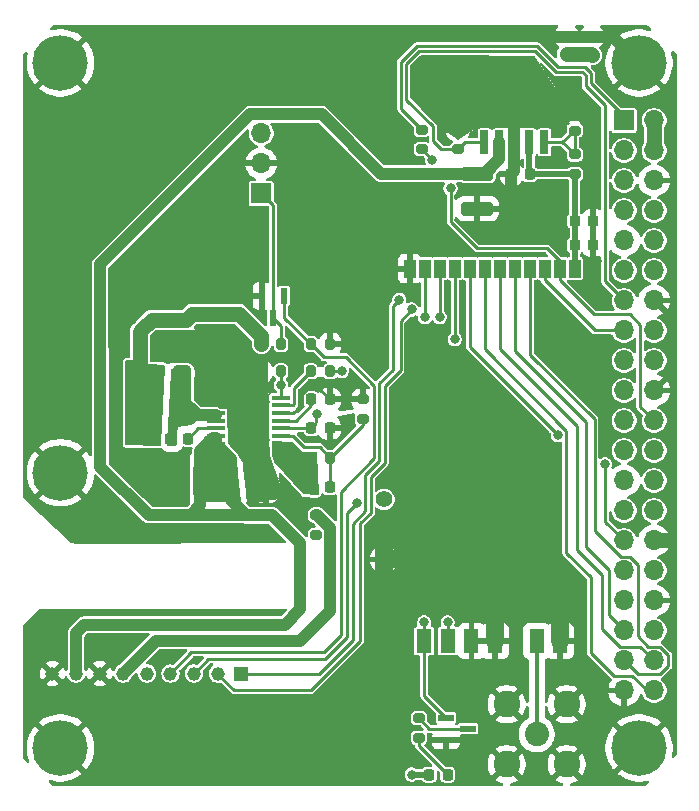
<source format=gtl>
%TF.GenerationSoftware,KiCad,Pcbnew,9.0.1*%
%TF.CreationDate,2025-04-07T05:48:08-07:00*%
%TF.ProjectId,RPi_interface,5250695f-696e-4746-9572-666163652e6b,1.3*%
%TF.SameCoordinates,Original*%
%TF.FileFunction,Copper,L1,Top*%
%TF.FilePolarity,Positive*%
%FSLAX46Y46*%
G04 Gerber Fmt 4.6, Leading zero omitted, Abs format (unit mm)*
G04 Created by KiCad (PCBNEW 9.0.1) date 2025-04-07 05:48:08*
%MOMM*%
%LPD*%
G01*
G04 APERTURE LIST*
G04 Aperture macros list*
%AMRoundRect*
0 Rectangle with rounded corners*
0 $1 Rounding radius*
0 $2 $3 $4 $5 $6 $7 $8 $9 X,Y pos of 4 corners*
0 Add a 4 corners polygon primitive as box body*
4,1,4,$2,$3,$4,$5,$6,$7,$8,$9,$2,$3,0*
0 Add four circle primitives for the rounded corners*
1,1,$1+$1,$2,$3*
1,1,$1+$1,$4,$5*
1,1,$1+$1,$6,$7*
1,1,$1+$1,$8,$9*
0 Add four rect primitives between the rounded corners*
20,1,$1+$1,$2,$3,$4,$5,0*
20,1,$1+$1,$4,$5,$6,$7,0*
20,1,$1+$1,$6,$7,$8,$9,0*
20,1,$1+$1,$8,$9,$2,$3,0*%
G04 Aperture macros list end*
%TA.AperFunction,SMDPad,CuDef*%
%ADD10RoundRect,0.200000X0.275000X-0.200000X0.275000X0.200000X-0.275000X0.200000X-0.275000X-0.200000X0*%
%TD*%
%TA.AperFunction,SMDPad,CuDef*%
%ADD11R,1.320800X0.558800*%
%TD*%
%TA.AperFunction,ComponentPad*%
%ADD12C,4.700000*%
%TD*%
%TA.AperFunction,SMDPad,CuDef*%
%ADD13RoundRect,0.225000X-0.225000X-0.250000X0.225000X-0.250000X0.225000X0.250000X-0.225000X0.250000X0*%
%TD*%
%TA.AperFunction,SMDPad,CuDef*%
%ADD14R,0.650000X2.000000*%
%TD*%
%TA.AperFunction,SMDPad,CuDef*%
%ADD15R,3.200000X2.000000*%
%TD*%
%TA.AperFunction,SMDPad,CuDef*%
%ADD16RoundRect,0.250000X-0.325000X-1.100000X0.325000X-1.100000X0.325000X1.100000X-0.325000X1.100000X0*%
%TD*%
%TA.AperFunction,ComponentPad*%
%ADD17R,1.150000X1.150000*%
%TD*%
%TA.AperFunction,ComponentPad*%
%ADD18C,1.150000*%
%TD*%
%TA.AperFunction,SMDPad,CuDef*%
%ADD19RoundRect,0.333000X0.417000X1.767000X-0.417000X1.767000X-0.417000X-1.767000X0.417000X-1.767000X0*%
%TD*%
%TA.AperFunction,SMDPad,CuDef*%
%ADD20RoundRect,0.200000X-0.275000X0.200000X-0.275000X-0.200000X0.275000X-0.200000X0.275000X0.200000X0*%
%TD*%
%TA.AperFunction,SMDPad,CuDef*%
%ADD21RoundRect,0.218750X0.218750X0.256250X-0.218750X0.256250X-0.218750X-0.256250X0.218750X-0.256250X0*%
%TD*%
%TA.AperFunction,SMDPad,CuDef*%
%ADD22RoundRect,0.200000X-0.200000X-0.275000X0.200000X-0.275000X0.200000X0.275000X-0.200000X0.275000X0*%
%TD*%
%TA.AperFunction,SMDPad,CuDef*%
%ADD23R,0.975000X1.500000*%
%TD*%
%TA.AperFunction,SMDPad,CuDef*%
%ADD24R,1.300000X2.000000*%
%TD*%
%TA.AperFunction,SMDPad,CuDef*%
%ADD25R,5.100000X7.300000*%
%TD*%
%TA.AperFunction,SMDPad,CuDef*%
%ADD26R,1.600200X0.304800*%
%TD*%
%TA.AperFunction,SMDPad,CuDef*%
%ADD27R,2.310000X2.460000*%
%TD*%
%TA.AperFunction,SMDPad,CuDef*%
%ADD28RoundRect,0.225000X0.250000X-0.225000X0.250000X0.225000X-0.250000X0.225000X-0.250000X-0.225000X0*%
%TD*%
%TA.AperFunction,SMDPad,CuDef*%
%ADD29RoundRect,0.250000X0.325000X1.100000X-0.325000X1.100000X-0.325000X-1.100000X0.325000X-1.100000X0*%
%TD*%
%TA.AperFunction,SMDPad,CuDef*%
%ADD30R,0.558800X1.320800*%
%TD*%
%TA.AperFunction,SMDPad,CuDef*%
%ADD31RoundRect,0.250000X1.100000X-0.325000X1.100000X0.325000X-1.100000X0.325000X-1.100000X-0.325000X0*%
%TD*%
%TA.AperFunction,ComponentPad*%
%ADD32C,1.400000*%
%TD*%
%TA.AperFunction,ComponentPad*%
%ADD33O,1.400000X1.400000*%
%TD*%
%TA.AperFunction,SMDPad,CuDef*%
%ADD34RoundRect,0.200000X0.200000X0.275000X-0.200000X0.275000X-0.200000X-0.275000X0.200000X-0.275000X0*%
%TD*%
%TA.AperFunction,ComponentPad*%
%ADD35C,2.050000*%
%TD*%
%TA.AperFunction,ComponentPad*%
%ADD36C,2.250000*%
%TD*%
%TA.AperFunction,ComponentPad*%
%ADD37R,1.700000X1.700000*%
%TD*%
%TA.AperFunction,ComponentPad*%
%ADD38O,1.700000X1.700000*%
%TD*%
%TA.AperFunction,ViaPad*%
%ADD39C,0.800000*%
%TD*%
%TA.AperFunction,Conductor*%
%ADD40C,1.270000*%
%TD*%
%TA.AperFunction,Conductor*%
%ADD41C,0.250000*%
%TD*%
%TA.AperFunction,Conductor*%
%ADD42C,1.500000*%
%TD*%
%TA.AperFunction,Conductor*%
%ADD43C,1.000000*%
%TD*%
%TA.AperFunction,Conductor*%
%ADD44C,0.500000*%
%TD*%
%TA.AperFunction,Conductor*%
%ADD45C,0.349300*%
%TD*%
G04 APERTURE END LIST*
D10*
%TO.P,R6,1*%
%TO.N,V_RF*%
X137050000Y-60900000D03*
%TO.P,R6,2*%
%TO.N,Net-(U3-SENSE{slash}ADJ)*%
X137050000Y-59250000D03*
%TD*%
D11*
%TO.P,Q2,1,G*%
%TO.N,RF_TX_EN*%
X126135200Y-106922500D03*
%TO.P,Q2,2,S*%
%TO.N,GND*%
X126135200Y-108827500D03*
%TO.P,Q2,3,D*%
%TO.N,Net-(Q2-D)*%
X128014800Y-107875000D03*
%TD*%
D12*
%TO.P,H5,1,1*%
%TO.N,GND*%
X93500000Y-86200000D03*
%TD*%
D10*
%TO.P,R7,1*%
%TO.N,Net-(U3-SENSE{slash}ADJ)*%
X137050000Y-57225000D03*
%TO.P,R7,2*%
%TO.N,GND*%
X137050000Y-55575000D03*
%TD*%
D13*
%TO.P,C8,1*%
%TO.N,GND*%
X131675000Y-60900000D03*
%TO.P,C8,2*%
%TO.N,V_RF*%
X133225000Y-60900000D03*
%TD*%
D14*
%TO.P,U3,1,~{SHDN}*%
%TO.N,ENAB_RF*%
X129410000Y-58200000D03*
%TO.P,U3,2,IN*%
%TO.N,VBATT*%
X130680000Y-58200000D03*
%TO.P,U3,3,GND_1*%
%TO.N,GND*%
X131950000Y-58200000D03*
%TO.P,U3,4,OUT*%
%TO.N,V_RF*%
X133220000Y-58200000D03*
%TO.P,U3,5,SENSE/ADJ*%
%TO.N,Net-(U3-SENSE{slash}ADJ)*%
X134490000Y-58200000D03*
D15*
%TO.P,U3,6,GND_2*%
%TO.N,GND*%
X131950000Y-52200000D03*
%TD*%
D10*
%TO.P,R11,1*%
%TO.N,ENAB_RF*%
X127150000Y-58815000D03*
%TO.P,R11,2*%
%TO.N,GND*%
X127150000Y-57165000D03*
%TD*%
D16*
%TO.P,C3,1*%
%TO.N,VBATT*%
X107961341Y-86913659D03*
%TO.P,C3,2*%
%TO.N,GND*%
X110911341Y-86913659D03*
%TD*%
D17*
%TO.P,J2,1,1*%
%TO.N,TX*%
X108825000Y-103200000D03*
D18*
%TO.P,J2,2,2*%
%TO.N,RX*%
X106824999Y-103200000D03*
%TO.P,J2,3,3*%
%TO.N,ENAB_RPI*%
X104825000Y-103200000D03*
%TO.P,J2,4,4*%
%TO.N,RPI_RST*%
X102824999Y-103200000D03*
%TO.P,J2,5,5*%
%TO.N,PyCubed_SENSE*%
X100825001Y-103200000D03*
%TO.P,J2,6,6*%
%TO.N,PYCUBED_3V3*%
X98825000Y-103200000D03*
%TO.P,J2,7,7*%
%TO.N,GND*%
X96825001Y-103200000D03*
%TO.P,J2,8,8*%
%TO.N,VBATT*%
X94825000Y-103200000D03*
%TO.P,J2,9,9*%
%TO.N,GND*%
X92824999Y-103200000D03*
%TD*%
D19*
%TO.P,L1,1,1*%
%TO.N,Net-(U1-SW1)*%
X103836341Y-79213659D03*
%TO.P,L1,2,2*%
%TO.N,5V*%
X100236341Y-79213659D03*
%TD*%
D20*
%TO.P,R12,1*%
%TO.N,+3V3*%
X124100000Y-57150000D03*
%TO.P,R12,2*%
%TO.N,TCXO_EN*%
X124100000Y-58800000D03*
%TD*%
D12*
%TO.P,H2,1,1*%
%TO.N,GND*%
X142500000Y-51500000D03*
%TD*%
D21*
%TO.P,D1,1,K*%
%TO.N,Net-(D1-K)*%
X126300000Y-111750000D03*
%TO.P,D1,2,A*%
%TO.N,5V*%
X124725000Y-111750000D03*
%TD*%
D20*
%TO.P,R4,1*%
%TO.N,GND*%
X119123841Y-79988659D03*
%TO.P,R4,2*%
%TO.N,Net-(U1-VFB)*%
X119123841Y-81638659D03*
%TD*%
D13*
%TO.P,C10,1*%
%TO.N,V_RF*%
X137050000Y-66950000D03*
%TO.P,C10,2*%
%TO.N,GND*%
X138600000Y-66950000D03*
%TD*%
D22*
%TO.P,R8,1*%
%TO.N,5V*%
X110525000Y-75300000D03*
%TO.P,R8,2*%
%TO.N,Net-(J3-Pin_1)*%
X112175000Y-75300000D03*
%TD*%
D23*
%TO.P,U2,1,VCC*%
%TO.N,V_RF*%
X137060000Y-68910000D03*
%TO.P,U2,2,TCXOEN*%
%TO.N,TCXO_EN*%
X135790000Y-68910000D03*
%TO.P,U2,3,NRESET*%
%TO.N,RF_RST*%
X134520000Y-68910000D03*
%TO.P,U2,4,BUSY*%
%TO.N,RF_BUSY*%
X133250000Y-68910000D03*
%TO.P,U2,5,DIO1*%
%TO.N,RF_IO1*%
X131980000Y-68910000D03*
%TO.P,U2,6,DIO2*%
%TO.N,RF_IO2*%
X130710000Y-68910000D03*
%TO.P,U2,7,DIO3*%
%TO.N,RF_IO3*%
X129440000Y-68910000D03*
%TO.P,U2,8,NSS*%
%TO.N,RF_CS*%
X128170000Y-68910000D03*
%TO.P,U2,9,SCK*%
%TO.N,SCLK*%
X126900000Y-68910000D03*
%TO.P,U2,10,MOSI*%
%TO.N,MOSI*%
X125630000Y-68910000D03*
%TO.P,U2,11,MISO*%
%TO.N,MISO*%
X124360000Y-68910000D03*
%TO.P,U2,12,GND*%
%TO.N,GND*%
X123090000Y-68910000D03*
D24*
%TO.P,U2,13,TXEN*%
%TO.N,RF_TX_EN*%
X124310000Y-100450000D03*
%TO.P,U2,14,RXEN*%
%TO.N,RF_RX_EN*%
X126310000Y-100450000D03*
%TO.P,U2,15,GND*%
%TO.N,GND*%
X128310000Y-100450000D03*
%TO.P,U2,16,GND*%
X130310000Y-100450000D03*
%TO.P,U2,17,ANT*%
%TO.N,Net-(J4-In)*%
X133830000Y-100450000D03*
%TO.P,U2,18,GND*%
%TO.N,GND*%
X135830000Y-100450000D03*
D25*
%TO.P,U2,19,GND*%
X130560000Y-94550000D03*
%TD*%
D26*
%TO.P,U1,1,VO*%
%TO.N,5V*%
X112179541Y-83736363D03*
%TO.P,U1,2,VFB*%
%TO.N,Net-(U1-VFB)*%
X112179541Y-83086350D03*
%TO.P,U1,3,VREG5*%
%TO.N,Net-(U1-VREG5)*%
X112179541Y-82436341D03*
%TO.P,U1,4,SS*%
%TO.N,Net-(U1-SS)*%
X112179541Y-81786329D03*
%TO.P,U1,5,GND*%
%TO.N,GND*%
X112179541Y-81136317D03*
%TO.P,U1,6,PG*%
%TO.N,Net-(U1-PG)*%
X112179541Y-80486308D03*
%TO.P,U1,7,EN*%
%TO.N,ENAB_RPI*%
X112179541Y-79836295D03*
%TO.P,U1,8,PGND1*%
%TO.N,GND*%
X106642341Y-79836295D03*
%TO.P,U1,9,PGND2*%
X106642341Y-80486308D03*
%TO.P,U1,10,SW1*%
%TO.N,Net-(U1-SW1)*%
X106642341Y-81136317D03*
%TO.P,U1,11,SW2*%
X106642341Y-81786329D03*
%TO.P,U1,12,VBST*%
%TO.N,Net-(U1-VBST)*%
X106642341Y-82436341D03*
%TO.P,U1,13,VIN1*%
%TO.N,VBATT*%
X106642341Y-83086350D03*
%TO.P,U1,14,VIN2*%
X106642341Y-83736363D03*
D27*
%TO.P,U1,15,EPAD*%
%TO.N,GND*%
X109410941Y-81786329D03*
%TD*%
D28*
%TO.P,C2,1*%
%TO.N,GND*%
X104161341Y-74788659D03*
%TO.P,C2,2*%
%TO.N,5V*%
X104161341Y-73238659D03*
%TD*%
D29*
%TO.P,C4,1*%
%TO.N,VBATT*%
X105361341Y-86913659D03*
%TO.P,C4,2*%
%TO.N,GND*%
X102411341Y-86913659D03*
%TD*%
D13*
%TO.P,C5,1*%
%TO.N,Net-(U1-SW1)*%
X102761341Y-83313659D03*
%TO.P,C5,2*%
%TO.N,Net-(U1-VBST)*%
X104311341Y-83313659D03*
%TD*%
D20*
%TO.P,R1,1*%
%TO.N,PYCUBED_3V3*%
X115150000Y-89800000D03*
%TO.P,R1,2*%
%TO.N,PyCubed_SENSE*%
X115150000Y-91450000D03*
%TD*%
D13*
%TO.P,C7,1*%
%TO.N,Net-(U1-VREG5)*%
X114748841Y-82413659D03*
%TO.P,C7,2*%
%TO.N,GND*%
X116298841Y-82413659D03*
%TD*%
%TO.P,C6,1*%
%TO.N,Net-(U1-SS)*%
X114748841Y-79988659D03*
%TO.P,C6,2*%
%TO.N,GND*%
X116298841Y-79988659D03*
%TD*%
D30*
%TO.P,Q1,1,G*%
%TO.N,RPI_RST*%
X112462500Y-71220400D03*
%TO.P,Q1,2,S*%
%TO.N,GND*%
X110557500Y-71220400D03*
%TO.P,Q1,3,D*%
%TO.N,Net-(J3-Pin_1)*%
X111510000Y-73100000D03*
%TD*%
D31*
%TO.P,C14,1*%
%TO.N,GND*%
X128800000Y-63835000D03*
%TO.P,C14,2*%
%TO.N,VBATT*%
X128800000Y-60885000D03*
%TD*%
D12*
%TO.P,H4,1,1*%
%TO.N,GND*%
X142500000Y-109500000D03*
%TD*%
%TO.P,H1,1,1*%
%TO.N,GND*%
X93500000Y-51500000D03*
%TD*%
D28*
%TO.P,C12,1*%
%TO.N,5V*%
X136375000Y-50800000D03*
%TO.P,C12,2*%
%TO.N,GND*%
X136375000Y-49250000D03*
%TD*%
D22*
%TO.P,R9,1*%
%TO.N,RPI_RST*%
X114698841Y-75300000D03*
%TO.P,R9,2*%
%TO.N,GND*%
X116348841Y-75300000D03*
%TD*%
D10*
%TO.P,R10,1*%
%TO.N,Net-(D1-K)*%
X123850000Y-108625000D03*
%TO.P,R10,2*%
%TO.N,Net-(Q2-D)*%
X123850000Y-106975000D03*
%TD*%
D13*
%TO.P,C11,1*%
%TO.N,5V*%
X114748841Y-87413659D03*
%TO.P,C11,2*%
%TO.N,Net-(U1-VFB)*%
X116298841Y-87413659D03*
%TD*%
D28*
%TO.P,C1,1*%
%TO.N,GND*%
X101821341Y-74788659D03*
%TO.P,C1,2*%
%TO.N,5V*%
X101821341Y-73238659D03*
%TD*%
D13*
%TO.P,C9,1*%
%TO.N,V_RF*%
X137050000Y-64850000D03*
%TO.P,C9,2*%
%TO.N,GND*%
X138600000Y-64850000D03*
%TD*%
D32*
%TO.P,TH1,1*%
%TO.N,PyCubed_SENSE*%
X120900000Y-88460000D03*
D33*
%TO.P,TH1,2*%
%TO.N,GND*%
X120900000Y-93540000D03*
%TD*%
D12*
%TO.P,H3,1,1*%
%TO.N,GND*%
X93500000Y-109500000D03*
%TD*%
D34*
%TO.P,R3,1*%
%TO.N,Net-(U1-VFB)*%
X116348841Y-84913659D03*
%TO.P,R3,2*%
%TO.N,5V*%
X114698841Y-84913659D03*
%TD*%
D28*
%TO.P,C13,1*%
%TO.N,5V*%
X138520000Y-50845000D03*
%TO.P,C13,2*%
%TO.N,GND*%
X138520000Y-49295000D03*
%TD*%
D22*
%TO.P,R2,1*%
%TO.N,GND*%
X110511341Y-77613659D03*
%TO.P,R2,2*%
%TO.N,ENAB_RPI*%
X112161341Y-77613659D03*
%TD*%
D35*
%TO.P,J4,1,In*%
%TO.N,Net-(J4-In)*%
X133830000Y-108335000D03*
D36*
%TO.P,J4,2,Ext*%
%TO.N,GND*%
X131290000Y-105795000D03*
X131290000Y-110875000D03*
X136370000Y-105795000D03*
X136370000Y-110875000D03*
%TD*%
D22*
%TO.P,R5,1*%
%TO.N,Net-(U1-PG)*%
X114698841Y-77613659D03*
%TO.P,R5,2*%
%TO.N,Net-(U1-VREG5)*%
X116348841Y-77613659D03*
%TD*%
D37*
%TO.P,J3,1,Pin_1*%
%TO.N,Net-(J3-Pin_1)*%
X110500000Y-62540000D03*
D38*
%TO.P,J3,2,Pin_2*%
%TO.N,GND*%
X110500000Y-60000000D03*
%TO.P,J3,3,Pin_3*%
%TO.N,unconnected-(J3-Pin_3-Pad3)*%
X110500000Y-57460000D03*
%TD*%
D37*
%TO.P,J1,1,Pin_1*%
%TO.N,+3V3*%
X141230000Y-56370000D03*
D38*
%TO.P,J1,2,Pin_2*%
%TO.N,5V*%
X143770000Y-56370000D03*
%TO.P,J1,3,Pin_3*%
%TO.N,unconnected-(J1-Pin_3-Pad3)*%
X141230000Y-58910000D03*
%TO.P,J1,4,Pin_4*%
%TO.N,5V*%
X143770000Y-58910000D03*
%TO.P,J1,5,Pin_5*%
%TO.N,unconnected-(J1-Pin_5-Pad5)*%
X141230000Y-61450000D03*
%TO.P,J1,6,Pin_6*%
%TO.N,GND*%
X143770000Y-61450000D03*
%TO.P,J1,7,Pin_7*%
%TO.N,unconnected-(J1-Pin_7-Pad7)*%
X141230000Y-63990000D03*
%TO.P,J1,8,Pin_8*%
%TO.N,TX*%
X143770000Y-63990000D03*
%TO.P,J1,9,Pin_9*%
%TO.N,GND*%
X141230000Y-66530000D03*
%TO.P,J1,10,Pin_10*%
%TO.N,RX*%
X143770000Y-66530000D03*
%TO.P,J1,11,Pin_11*%
%TO.N,unconnected-(J1-Pin_11-Pad11)*%
X141230000Y-69070000D03*
%TO.P,J1,12,Pin_12*%
%TO.N,unconnected-(J1-Pin_12-Pad12)*%
X143770000Y-69070000D03*
%TO.P,J1,13,Pin_13*%
%TO.N,ENAB_RF*%
X141230000Y-71610000D03*
%TO.P,J1,14,Pin_14*%
%TO.N,GND*%
X143770000Y-71610000D03*
%TO.P,J1,15,Pin_15*%
%TO.N,RF_RST*%
X141230000Y-74150000D03*
%TO.P,J1,16,Pin_16*%
%TO.N,RF_TX_EN*%
X143770000Y-74150000D03*
%TO.P,J1,17,Pin_17*%
%TO.N,unconnected-(J1-Pin_17-Pad17)*%
X141230000Y-76690000D03*
%TO.P,J1,18,Pin_18*%
%TO.N,RF_RX_EN*%
X143770000Y-76690000D03*
%TO.P,J1,19,Pin_19*%
%TO.N,MOSI*%
X141230000Y-79230000D03*
%TO.P,J1,20,Pin_20*%
%TO.N,GND*%
X143770000Y-79230000D03*
%TO.P,J1,21,Pin_21*%
%TO.N,MISO*%
X141230000Y-81770000D03*
%TO.P,J1,22,Pin_22*%
%TO.N,TCXO_EN*%
X143770000Y-81770000D03*
%TO.P,J1,23,Pin_23*%
%TO.N,SCLK*%
X141230000Y-84310000D03*
%TO.P,J1,24,Pin_24*%
%TO.N,unconnected-(J1-Pin_24-Pad24)*%
X143770000Y-84310000D03*
%TO.P,J1,25,Pin_25*%
%TO.N,GND*%
X141230000Y-86850000D03*
%TO.P,J1,26,Pin_26*%
%TO.N,unconnected-(J1-Pin_26-Pad26)*%
X143770000Y-86850000D03*
%TO.P,J1,27,Pin_27*%
%TO.N,unconnected-(J1-Pin_27-Pad27)*%
X141230000Y-89390000D03*
%TO.P,J1,28,Pin_28*%
%TO.N,unconnected-(J1-Pin_28-Pad28)*%
X143770000Y-89390000D03*
%TO.P,J1,29,Pin_29*%
%TO.N,RF_CS*%
X141230000Y-91930000D03*
%TO.P,J1,30,Pin_30*%
%TO.N,GND*%
X143770000Y-91930000D03*
%TO.P,J1,31,Pin_31*%
%TO.N,unconnected-(J1-Pin_31-Pad31)*%
X141230000Y-94470000D03*
%TO.P,J1,32,Pin_32*%
%TO.N,unconnected-(J1-Pin_32-Pad32)*%
X143770000Y-94470000D03*
%TO.P,J1,33,Pin_33*%
%TO.N,unconnected-(J1-Pin_33-Pad33)*%
X141230000Y-97010000D03*
%TO.P,J1,34,Pin_34*%
%TO.N,GND*%
X143770000Y-97010000D03*
%TO.P,J1,35,Pin_35*%
%TO.N,RF_IO1*%
X141230000Y-99550000D03*
%TO.P,J1,36,Pin_36*%
%TO.N,unconnected-(J1-Pin_36-Pad36)*%
X143770000Y-99550000D03*
%TO.P,J1,37,Pin_37*%
%TO.N,RF_BUSY*%
X141230000Y-102090000D03*
%TO.P,J1,38,Pin_38*%
%TO.N,RF_IO2*%
X143770000Y-102090000D03*
%TO.P,J1,39,Pin_39*%
%TO.N,GND*%
X141230000Y-104630000D03*
%TO.P,J1,40,Pin_40*%
%TO.N,RF_IO3*%
X143770000Y-104630000D03*
%TD*%
D39*
%TO.N,GND*%
X109010000Y-83625000D03*
X131175000Y-64800000D03*
X97400000Y-101000000D03*
X130135000Y-88410000D03*
X129185000Y-88410000D03*
X117375000Y-59150000D03*
X129185000Y-89285000D03*
X106686341Y-77163659D03*
X97400000Y-101800000D03*
X98000000Y-111000000D03*
X98000000Y-112000000D03*
X107561341Y-74288659D03*
X132050000Y-64800000D03*
X131085000Y-89285000D03*
X93600000Y-99400000D03*
X97000000Y-108000000D03*
X92600000Y-100600000D03*
X109885000Y-83625000D03*
X131175000Y-63850000D03*
X130350000Y-54125000D03*
X107561341Y-75238659D03*
X105811341Y-74288659D03*
X138900000Y-68250000D03*
X126300000Y-55325000D03*
X125425000Y-54375000D03*
X117636341Y-82013659D03*
X97000000Y-110000000D03*
X110325000Y-79000000D03*
X124550000Y-54375000D03*
X124550000Y-52450000D03*
X106686341Y-74288659D03*
X97400000Y-100200000D03*
X97000000Y-112000000D03*
X132925000Y-63850000D03*
X96400000Y-101000000D03*
X132050000Y-63850000D03*
X131300000Y-54125000D03*
X132250000Y-55000000D03*
X130135000Y-89285000D03*
X117375000Y-60100000D03*
X131085000Y-88410000D03*
X126300000Y-52450000D03*
X99000000Y-110000000D03*
X99000000Y-111000000D03*
X109450000Y-79950000D03*
X129185000Y-90160000D03*
X98000000Y-108000000D03*
X133225000Y-55875000D03*
X119725000Y-67600000D03*
X120600000Y-67600000D03*
X125425000Y-52450000D03*
X110325000Y-79950000D03*
X108575000Y-79950000D03*
X132250000Y-55875000D03*
X99000000Y-108000000D03*
X96400000Y-101800000D03*
X98000000Y-109000000D03*
X99000000Y-109000000D03*
X105811341Y-77163659D03*
X107561341Y-77163659D03*
X91600000Y-100600000D03*
X99650000Y-85675000D03*
X97000000Y-111000000D03*
X130350000Y-55875000D03*
X131085000Y-90160000D03*
X98775000Y-84725000D03*
X120600000Y-66650000D03*
X99650000Y-84725000D03*
X130350000Y-55000000D03*
X126300000Y-54375000D03*
X107561341Y-76188659D03*
X116500000Y-60100000D03*
X110760000Y-83625000D03*
X109010000Y-84600000D03*
X91600000Y-99400000D03*
X121475000Y-66650000D03*
X110760000Y-84600000D03*
X93600000Y-100600000D03*
X130135000Y-90160000D03*
X131300000Y-55875000D03*
X105811341Y-75238659D03*
X92600000Y-99400000D03*
X119725000Y-66650000D03*
X124550000Y-55325000D03*
X109450000Y-79000000D03*
X109885000Y-84600000D03*
X126300000Y-53425000D03*
X106686341Y-75238659D03*
X133225000Y-54125000D03*
X108575000Y-79000000D03*
X97000000Y-107000000D03*
X97000000Y-109000000D03*
X132925000Y-64800000D03*
X125425000Y-55325000D03*
X105811341Y-76188659D03*
X124550000Y-53425000D03*
X98000000Y-107000000D03*
X125425000Y-53425000D03*
X131300000Y-55000000D03*
X106686341Y-76188659D03*
X115625000Y-60100000D03*
X132060000Y-90160000D03*
X98000000Y-110000000D03*
X98775000Y-85675000D03*
X132060000Y-88410000D03*
X96400000Y-100200000D03*
X132060000Y-89285000D03*
X121475000Y-67600000D03*
X116500000Y-59150000D03*
X115625000Y-59150000D03*
X99000000Y-107000000D03*
X99000000Y-112000000D03*
X132250000Y-54125000D03*
X133225000Y-55000000D03*
X117636341Y-80013659D03*
%TO.N,5V*%
X100961341Y-81788659D03*
X113236341Y-84813659D03*
X100427500Y-74052500D03*
X106000000Y-72750000D03*
X100236341Y-75125000D03*
X114136341Y-85713659D03*
X107250000Y-72750000D03*
X101511341Y-82688659D03*
X112286341Y-84813659D03*
X137625000Y-50750000D03*
X100011341Y-81788659D03*
X123250000Y-111750000D03*
X100561341Y-82688659D03*
X113186341Y-85713659D03*
%TO.N,Net-(U1-VREG5)*%
X115236341Y-81213659D03*
X117336341Y-77613659D03*
%TO.N,TX*%
X122200000Y-71550000D03*
%TO.N,RX*%
X123250000Y-72374156D03*
%TO.N,RF_TX_EN*%
X124300000Y-98875000D03*
%TO.N,RF_RX_EN*%
X126300000Y-98875000D03*
%TO.N,MOSI*%
X125625000Y-73025000D03*
%TO.N,MISO*%
X124360000Y-73010000D03*
%TO.N,TCXO_EN*%
X126540000Y-62110000D03*
X124975000Y-59725000D03*
%TO.N,SCLK*%
X126900000Y-74900000D03*
%TO.N,RF_CS*%
X139600000Y-85475000D03*
X135600500Y-83000000D03*
%TO.N,PyCubed_SENSE*%
X115150000Y-91450000D03*
%TO.N,ENAB_RPI*%
X112179541Y-78790000D03*
X118600000Y-88800000D03*
%TD*%
D40*
%TO.N,GND*%
X143770000Y-91930000D02*
X145055000Y-91930000D01*
D41*
X115486341Y-79188659D02*
X115111341Y-78813659D01*
D42*
X120900000Y-94725000D02*
X120900000Y-93540000D01*
D43*
X131950000Y-58200000D02*
X131950000Y-56175000D01*
X131675000Y-60900000D02*
X131675000Y-63475000D01*
D44*
X145100000Y-72940000D02*
X143770000Y-71610000D01*
D42*
X122490000Y-93540000D02*
X120900000Y-93540000D01*
X132430000Y-94550000D02*
X130560000Y-94550000D01*
D44*
X138600000Y-66950000D02*
X138600000Y-64850000D01*
D43*
X138520000Y-49295000D02*
X140295000Y-49295000D01*
D41*
X113936341Y-79548342D02*
X113936341Y-80429617D01*
D44*
X143770000Y-79230000D02*
X145100000Y-77900000D01*
D43*
X131950000Y-60625000D02*
X131950000Y-58200000D01*
D42*
X130310000Y-100450000D02*
X130310000Y-96265000D01*
D43*
X131950000Y-56175000D02*
X132250000Y-55875000D01*
X131675000Y-63475000D02*
X132050000Y-63850000D01*
D41*
X117611341Y-79988659D02*
X117636341Y-80013659D01*
D44*
X145100000Y-77900000D02*
X145100000Y-72940000D01*
D41*
X116298841Y-79988659D02*
X115498841Y-79188659D01*
D43*
X131675000Y-60900000D02*
X131950000Y-60625000D01*
X140295000Y-49295000D02*
X142500000Y-51500000D01*
D42*
X120900000Y-93540000D02*
X120900000Y-92550000D01*
X135830000Y-97950000D02*
X132430000Y-94550000D01*
D44*
X138600000Y-66950000D02*
X138600000Y-67950000D01*
X138600000Y-67950000D02*
X138900000Y-68250000D01*
D43*
X138500000Y-49275000D02*
X138520000Y-49295000D01*
D41*
X115498841Y-79188659D02*
X115486341Y-79188659D01*
X113936341Y-80429617D02*
X113229641Y-81136317D01*
X117636341Y-80013659D02*
X117661341Y-79988659D01*
D43*
X135000000Y-49275000D02*
X138500000Y-49275000D01*
D41*
X117661341Y-79988659D02*
X119123841Y-79988659D01*
X113229641Y-81136317D02*
X112179541Y-81136317D01*
X115111341Y-78813659D02*
X114671024Y-78813659D01*
X114671024Y-78813659D02*
X113936341Y-79548342D01*
X116298841Y-79988659D02*
X117611341Y-79988659D01*
D42*
X135830000Y-100450000D02*
X135830000Y-97950000D01*
D40*
%TO.N,5V*%
X101821341Y-73238659D02*
X104161341Y-73238659D01*
X110525000Y-74650000D02*
X110525000Y-75300000D01*
X100236341Y-74243659D02*
X100427500Y-74052500D01*
X100236341Y-79213659D02*
X100236341Y-75125000D01*
X104650000Y-72750000D02*
X106000000Y-72750000D01*
X107250000Y-72750000D02*
X108625000Y-72750000D01*
X143770000Y-58910000D02*
X143770000Y-56370000D01*
X104161341Y-73238659D02*
X104650000Y-72750000D01*
X100427500Y-74052500D02*
X101241341Y-73238659D01*
X100236341Y-75125000D02*
X100236341Y-74243659D01*
X106000000Y-72750000D02*
X107250000Y-72750000D01*
X101241341Y-73238659D02*
X101821341Y-73238659D01*
X108625000Y-72750000D02*
X110525000Y-74650000D01*
D44*
X124725000Y-111750000D02*
X123250000Y-111750000D01*
D40*
X138425000Y-50750000D02*
X138520000Y-50845000D01*
X136375000Y-50750000D02*
X138425000Y-50750000D01*
D43*
%TO.N,VBATT*%
X112481371Y-99050000D02*
X95504365Y-99050000D01*
X107961341Y-86913659D02*
X107961341Y-85055363D01*
X104550000Y-89770000D02*
X109187047Y-89770000D01*
X129400000Y-60875000D02*
X130620000Y-59655000D01*
X113800000Y-92168629D02*
X113800000Y-97731371D01*
X109187047Y-89770000D02*
X109227047Y-89810000D01*
X105361341Y-86913659D02*
X105361341Y-88958659D01*
X105361341Y-86913659D02*
X105361341Y-84367350D01*
X130680000Y-59655000D02*
X129460000Y-60875000D01*
X100980000Y-89770000D02*
X104550000Y-89770000D01*
X109227047Y-89810000D02*
X111441371Y-89810000D01*
X109227047Y-89810000D02*
X107961341Y-88544294D01*
X107961341Y-85055363D02*
X106642341Y-83736363D01*
X107961341Y-88544294D02*
X107961341Y-86913659D01*
X111441371Y-89810000D02*
X113800000Y-92168629D01*
X130620000Y-59655000D02*
X130680000Y-59655000D01*
X95504365Y-99050000D02*
X94825000Y-99729365D01*
X96880000Y-75712024D02*
X96880000Y-85670000D01*
X129460000Y-60875000D02*
X120655635Y-60875000D01*
X109540000Y-55860000D02*
X96870000Y-68530000D01*
X105361341Y-88958659D02*
X104550000Y-89770000D01*
X96870000Y-75702024D02*
X96880000Y-75712024D01*
X94825000Y-99729365D02*
X94825000Y-102800000D01*
X107961341Y-86913659D02*
X105361341Y-86913659D01*
X120655635Y-60875000D02*
X115640635Y-55860000D01*
X130680000Y-58200000D02*
X130680000Y-59655000D01*
X107961341Y-88544294D02*
X107955706Y-88544294D01*
X96870000Y-68530000D02*
X96870000Y-75702024D01*
X113800000Y-97731371D02*
X112481371Y-99050000D01*
X96880000Y-85670000D02*
X100980000Y-89770000D01*
X106439950Y-83288741D02*
X106642341Y-83288741D01*
X105361341Y-84367350D02*
X106439950Y-83288741D01*
X115640635Y-55860000D02*
X109540000Y-55860000D01*
%TO.N,Net-(U1-SW1)*%
X105142241Y-81338708D02*
X106642341Y-81338708D01*
X103836341Y-80032808D02*
X105142241Y-81338708D01*
X103836341Y-79213659D02*
X103836341Y-80032808D01*
D41*
%TO.N,Net-(U1-VBST)*%
X106642341Y-82436341D02*
X105188659Y-82436341D01*
X105188659Y-82436341D02*
X104311341Y-83313659D01*
%TO.N,Net-(U1-SS)*%
X113442141Y-81786329D02*
X112179541Y-81786329D01*
X114748841Y-79988659D02*
X114748841Y-80479629D01*
X114748841Y-80479629D02*
X113442141Y-81786329D01*
%TO.N,Net-(U1-VREG5)*%
X114726159Y-82436341D02*
X114748841Y-82413659D01*
X112392041Y-82436341D02*
X114726159Y-82436341D01*
X115036341Y-82126159D02*
X115236341Y-81213659D01*
X116348841Y-77613659D02*
X117336341Y-77613659D01*
X114748841Y-82413659D02*
X115036341Y-82126159D01*
D44*
%TO.N,V_RF*%
X137060000Y-68910000D02*
X137075000Y-68895000D01*
X133220000Y-60895000D02*
X133225000Y-60900000D01*
X137075000Y-64875000D02*
X137050000Y-64850000D01*
X137075000Y-68895000D02*
X137075000Y-64875000D01*
X133220000Y-58200000D02*
X133220000Y-60895000D01*
X137050000Y-64850000D02*
X137050000Y-60900000D01*
X133225000Y-60900000D02*
X137050000Y-60900000D01*
D41*
%TO.N,+3V3*%
X141230000Y-56370000D02*
X141230000Y-56005000D01*
X138415000Y-53190000D02*
X138415000Y-52340000D01*
X141230000Y-56005000D02*
X138415000Y-53190000D01*
X137880000Y-51805000D02*
X135623288Y-51805000D01*
X133893288Y-50075000D02*
X123675000Y-50075000D01*
X122350000Y-51400000D02*
X122350000Y-55400000D01*
X122350000Y-55400000D02*
X124100000Y-57150000D01*
X123675000Y-50075000D02*
X122350000Y-51400000D01*
X135623288Y-51805000D02*
X133893288Y-50075000D01*
X138415000Y-52340000D02*
X137880000Y-51805000D01*
%TO.N,TX*%
X120511341Y-85167317D02*
X120511341Y-78625485D01*
X120511341Y-78625485D02*
X121675000Y-77461826D01*
X121675000Y-77461826D02*
X121675000Y-72075000D01*
X119325000Y-86353658D02*
X120511341Y-85167317D01*
X115400000Y-103200000D02*
X118250000Y-100350000D01*
X118250000Y-90500000D02*
X119325000Y-89425000D01*
X108800000Y-103200000D02*
X115400000Y-103200000D01*
X119325000Y-89425000D02*
X119325000Y-86353658D01*
X121675000Y-72075000D02*
X122200000Y-71550000D01*
X118250000Y-100350000D02*
X118250000Y-90500000D01*
%TO.N,RX*%
X119775000Y-89611396D02*
X119775000Y-86540054D01*
X120961341Y-85353713D02*
X120961341Y-78811881D01*
X120961341Y-78811881D02*
X122300000Y-77473222D01*
X122300000Y-73324156D02*
X123250000Y-72374156D01*
X118900000Y-100407106D02*
X118900000Y-90486396D01*
X122300000Y-77473222D02*
X122300000Y-73324156D01*
X119775000Y-86540054D02*
X120961341Y-85353713D01*
X106800000Y-103200000D02*
X108200000Y-104600000D01*
X114707106Y-104600000D02*
X118900000Y-100407106D01*
X118900000Y-90486396D02*
X119775000Y-89611396D01*
X108200000Y-104600000D02*
X114707106Y-104600000D01*
%TO.N,ENAB_RF*%
X123855698Y-50530698D02*
X122800000Y-51586396D01*
X125075000Y-58125000D02*
X125765000Y-58815000D01*
X139625000Y-55100000D02*
X137965000Y-53440000D01*
X139600000Y-69980000D02*
X139600000Y-68575305D01*
X125765000Y-58815000D02*
X127150000Y-58815000D01*
X128350000Y-58200000D02*
X129410000Y-58200000D01*
X141230000Y-71610000D02*
X139600000Y-69980000D01*
X122800000Y-51586396D02*
X122800000Y-54600305D01*
X137693604Y-52255000D02*
X135436892Y-52255000D01*
X133712590Y-50530698D02*
X123855698Y-50530698D01*
X135436892Y-52255000D02*
X133712590Y-50530698D01*
X122800000Y-54600305D02*
X125075000Y-56875305D01*
X128310000Y-58200000D02*
X128330000Y-58180000D01*
X139600000Y-68575305D02*
X139625000Y-68550305D01*
X127150000Y-58815000D02*
X127765000Y-58200000D01*
X125075000Y-56875305D02*
X125075000Y-58125000D01*
X137965000Y-52526396D02*
X137693604Y-52255000D01*
X137965000Y-53440000D02*
X137965000Y-52526396D01*
X139625000Y-68550305D02*
X139625000Y-55100000D01*
X128330000Y-58180000D02*
X128350000Y-58200000D01*
X127765000Y-58200000D02*
X128310000Y-58200000D01*
%TO.N,RF_RST*%
X134520000Y-68910000D02*
X134520000Y-69910000D01*
X138760000Y-74150000D02*
X141230000Y-74150000D01*
X134520000Y-69910000D02*
X138760000Y-74150000D01*
%TO.N,RF_TX_EN*%
X124310000Y-100450000D02*
X124300000Y-98875000D01*
X124310000Y-105097300D02*
X124310000Y-100450000D01*
X126135200Y-106922500D02*
X124310000Y-105097300D01*
%TO.N,RF_RX_EN*%
X126310000Y-100450000D02*
X126300000Y-98875000D01*
%TO.N,MOSI*%
X125630000Y-73020000D02*
X125625000Y-73025000D01*
X125630000Y-68910000D02*
X125630000Y-73020000D01*
%TO.N,MISO*%
X124360000Y-73010000D02*
X124360000Y-68910000D01*
%TO.N,TCXO_EN*%
X124975000Y-59675000D02*
X124975000Y-59725000D01*
X135790000Y-69910000D02*
X138665000Y-72785000D01*
X141716701Y-72785000D02*
X142595000Y-73663299D01*
X142595000Y-73663299D02*
X142595000Y-80595000D01*
X124100000Y-58800000D02*
X124975000Y-59675000D01*
X142595000Y-80595000D02*
X143770000Y-81770000D01*
X128770000Y-67200000D02*
X134697500Y-67200000D01*
X124975000Y-59725000D02*
X125025000Y-59725000D01*
X135790000Y-68910000D02*
X135790000Y-69910000D01*
X126540000Y-62110000D02*
X126540000Y-64970000D01*
X138665000Y-72785000D02*
X141716701Y-72785000D01*
X135790000Y-68292500D02*
X135790000Y-68910000D01*
X125025000Y-59725000D02*
X124950000Y-59650000D01*
X134697500Y-67200000D02*
X135790000Y-68292500D01*
X126540000Y-64970000D02*
X128770000Y-67200000D01*
%TO.N,SCLK*%
X126900000Y-68910000D02*
X126900000Y-74900000D01*
%TO.N,RF_CS*%
X139625000Y-90325000D02*
X139600000Y-85475000D01*
X135600500Y-83000000D02*
X135600500Y-82975500D01*
X135600500Y-82975500D02*
X128170000Y-75545000D01*
X141230000Y-91930000D02*
X139625000Y-90325000D01*
X128170000Y-75545000D02*
X128170000Y-68910000D01*
%TO.N,RF_IO1*%
X138000000Y-81875000D02*
X138000000Y-92448097D01*
X138000000Y-92448097D02*
X139950000Y-94398097D01*
X131980000Y-75855000D02*
X138000000Y-81875000D01*
X139950000Y-94398097D02*
X139950000Y-98270000D01*
X139950000Y-98270000D02*
X141230000Y-99550000D01*
X131980000Y-68910000D02*
X131980000Y-75855000D01*
%TO.N,RF_BUSY*%
X140933299Y-93295000D02*
X141716701Y-93295000D01*
X141716701Y-93295000D02*
X142405000Y-93983299D01*
X144256701Y-103265000D02*
X142405000Y-103265000D01*
X138725000Y-81675000D02*
X138725000Y-91086701D01*
X144945000Y-101603299D02*
X144945000Y-102576701D01*
X133250000Y-76200000D02*
X138725000Y-81675000D01*
X133250000Y-68910000D02*
X133250000Y-76200000D01*
X143283299Y-100915000D02*
X144256701Y-100915000D01*
X142405000Y-103265000D02*
X141230000Y-102090000D01*
X138725000Y-91086701D02*
X140933299Y-93295000D01*
X142405000Y-93983299D02*
X142405000Y-100036701D01*
X144945000Y-102576701D02*
X144256701Y-103265000D01*
X144256701Y-100915000D02*
X144945000Y-101603299D01*
X142405000Y-100036701D02*
X143283299Y-100915000D01*
%TO.N,RF_IO2*%
X139375000Y-94861396D02*
X137225000Y-92711396D01*
X139375000Y-99390000D02*
X139375000Y-94861396D01*
X143770000Y-102090000D02*
X142595000Y-100915000D01*
X142595000Y-100915000D02*
X140900000Y-100915000D01*
X137225000Y-82275000D02*
X130710000Y-75760000D01*
X130710000Y-75760000D02*
X130710000Y-68910000D01*
X137225000Y-92711396D02*
X137225000Y-82275000D01*
X140900000Y-100915000D02*
X139375000Y-99390000D01*
%TO.N,RF_IO3*%
X141928604Y-103425000D02*
X143133604Y-104630000D01*
X136325000Y-82625000D02*
X136325000Y-92975000D01*
X138400000Y-101425000D02*
X140400000Y-103425000D01*
X129440000Y-75740000D02*
X136325000Y-82625000D01*
X129440000Y-68910000D02*
X129440000Y-75740000D01*
X136325000Y-92975000D02*
X138400000Y-95050000D01*
X143133604Y-104630000D02*
X143770000Y-104630000D01*
X138400000Y-101425000D02*
X138400000Y-95050000D01*
X140400000Y-103425000D02*
X141928604Y-103425000D01*
%TO.N,RPI_RST*%
X117250000Y-99935788D02*
X115792894Y-101392894D01*
X114698841Y-75300000D02*
X115798841Y-76400000D01*
X117250000Y-87792262D02*
X117250000Y-99935788D01*
X104600000Y-101392894D02*
X104600000Y-101400000D01*
X120061341Y-84980921D02*
X117250000Y-87792262D01*
X104600000Y-101400000D02*
X102800000Y-103200000D01*
X112462500Y-73063659D02*
X112462500Y-71220400D01*
X115792894Y-101392894D02*
X104600000Y-101392894D01*
X114698841Y-75300000D02*
X112462500Y-73063659D01*
X115798841Y-76400000D02*
X117649460Y-76400000D01*
X120061341Y-78811881D02*
X120061341Y-84980921D01*
X117649460Y-76400000D02*
X120061341Y-78811881D01*
%TO.N,ENAB_RPI*%
X115892894Y-102000000D02*
X117775000Y-100117894D01*
X112179541Y-78790000D02*
X112179541Y-77631859D01*
X112179541Y-78790000D02*
X112179541Y-79836295D01*
X112179541Y-77631859D02*
X112161341Y-77613659D01*
X117775000Y-89625000D02*
X118600000Y-88800000D01*
X117775000Y-100117894D02*
X117775000Y-89625000D01*
X104800000Y-103200000D02*
X106000000Y-102000000D01*
X106000000Y-102000000D02*
X115892894Y-102000000D01*
%TO.N,Net-(J3-Pin_1)*%
X112175000Y-73765000D02*
X111510000Y-73100000D01*
X111510000Y-63550000D02*
X110500000Y-62540000D01*
X111510000Y-73100000D02*
X111510000Y-63550000D01*
X112175000Y-75300000D02*
X112175000Y-73765000D01*
D45*
%TO.N,Net-(J4-In)*%
X133830000Y-108335000D02*
X133830000Y-100450000D01*
D41*
%TO.N,Net-(U1-VFB)*%
X116348841Y-84913659D02*
X116348841Y-87388659D01*
X116348841Y-87388659D02*
X116323841Y-87413659D01*
X119123841Y-82138659D02*
X116348841Y-84913659D01*
X114156950Y-84013659D02*
X113229641Y-83086350D01*
X113229641Y-83086350D02*
X112179541Y-83086350D01*
X119123841Y-81638659D02*
X119123841Y-82138659D01*
X116348841Y-84913659D02*
X115448841Y-84013659D01*
X115448841Y-84013659D02*
X114156950Y-84013659D01*
%TO.N,Net-(U1-PG)*%
X113229641Y-80486308D02*
X112179541Y-80486308D01*
X113304641Y-80411308D02*
X113229641Y-80486308D01*
X113304641Y-79007859D02*
X113304641Y-80411308D01*
X114698841Y-77613659D02*
X113304641Y-79007859D01*
%TO.N,Net-(U3-SENSE{slash}ADJ)*%
X137050000Y-57225000D02*
X137050000Y-59250000D01*
X136000000Y-58200000D02*
X137050000Y-59250000D01*
X134490000Y-58200000D02*
X136000000Y-58200000D01*
X137050000Y-57225000D02*
X136975000Y-57225000D01*
X136975000Y-57225000D02*
X136000000Y-58200000D01*
%TO.N,Net-(D1-K)*%
X123850000Y-109300000D02*
X123850000Y-108625000D01*
X126300000Y-111750000D02*
X123850000Y-109300000D01*
%TO.N,Net-(Q2-D)*%
X124750000Y-107875000D02*
X128014800Y-107875000D01*
X123850000Y-106975000D02*
X124750000Y-107875000D01*
D43*
%TO.N,PYCUBED_3V3*%
X116325000Y-90871666D02*
X115253334Y-89800000D01*
X113800000Y-100400000D02*
X116325000Y-97875000D01*
X116325000Y-97875000D02*
X116325000Y-90871666D01*
X101600000Y-100400000D02*
X113800000Y-100400000D01*
X98800000Y-103200000D02*
X101600000Y-100400000D01*
X115253334Y-89800000D02*
X115150000Y-89800000D01*
%TD*%
%TA.AperFunction,Conductor*%
%TO.N,VBATT*%
G36*
X105794368Y-83089241D02*
G01*
X107052243Y-83089240D01*
X107119282Y-83108925D01*
X107165037Y-83161728D01*
X107176223Y-83211026D01*
X107184580Y-83679023D01*
X107186637Y-83716445D01*
X107220110Y-83856368D01*
X107220112Y-83856375D01*
X107291654Y-83981208D01*
X107413075Y-84136627D01*
X107732232Y-84545149D01*
X107773147Y-84591395D01*
X108104162Y-84922410D01*
X108119586Y-84941204D01*
X108127365Y-84952847D01*
X108138821Y-84974281D01*
X108149898Y-85001023D01*
X108154265Y-85013375D01*
X108172628Y-85075594D01*
X108244171Y-85200432D01*
X108429761Y-85437987D01*
X108455413Y-85501817D01*
X108619543Y-87120431D01*
X108764721Y-88552151D01*
X108751901Y-88620833D01*
X108703983Y-88671681D01*
X108641355Y-88688659D01*
X105071312Y-88688659D01*
X105004273Y-88668974D01*
X104958518Y-88616170D01*
X104947314Y-88564015D01*
X104966073Y-84962225D01*
X104986106Y-84895293D01*
X104994800Y-84883507D01*
X105636341Y-84113659D01*
X105636341Y-83210296D01*
X105656026Y-83143257D01*
X105708830Y-83097502D01*
X105773595Y-83087007D01*
X105794368Y-83089241D01*
G37*
%TD.AperFunction*%
%TD*%
%TA.AperFunction,Conductor*%
%TO.N,Net-(U1-SW1)*%
G36*
X104096667Y-77418340D02*
G01*
X104096680Y-77418340D01*
X104096702Y-77418341D01*
X104114592Y-77418659D01*
X104114618Y-77418659D01*
X104235045Y-77418659D01*
X104302084Y-77438344D01*
X104347839Y-77491148D01*
X104359040Y-77543776D01*
X104336522Y-80043255D01*
X104348053Y-80155264D01*
X104398332Y-80290068D01*
X104398336Y-80290074D01*
X104484551Y-80405245D01*
X104484567Y-80405263D01*
X105038621Y-80959317D01*
X105038635Y-80959331D01*
X105078897Y-80995496D01*
X105099539Y-81012130D01*
X105099544Y-81012134D01*
X105125248Y-81030669D01*
X105143423Y-81043775D01*
X105274300Y-81103546D01*
X105341339Y-81123231D01*
X105341343Y-81123232D01*
X105483759Y-81143708D01*
X106512341Y-81143708D01*
X106579380Y-81163393D01*
X106625135Y-81216197D01*
X106636341Y-81267708D01*
X106636341Y-81659441D01*
X106616656Y-81726480D01*
X106563852Y-81772235D01*
X106512341Y-81783441D01*
X105794370Y-81783441D01*
X105794364Y-81783442D01*
X105734757Y-81789849D01*
X105699439Y-81803023D01*
X105656106Y-81810841D01*
X105250266Y-81810841D01*
X105127052Y-81810841D01*
X105067105Y-81822765D01*
X105067104Y-81822764D01*
X105006213Y-81834876D01*
X105006204Y-81834878D01*
X104986202Y-81843164D01*
X104972866Y-81848688D01*
X104892378Y-81882025D01*
X104892364Y-81882033D01*
X104789931Y-81950479D01*
X104789923Y-81950485D01*
X104702800Y-82037608D01*
X104702799Y-82037610D01*
X104702798Y-82037611D01*
X104598320Y-82142089D01*
X104536997Y-82175573D01*
X104526019Y-82177449D01*
X103436341Y-82313658D01*
X103406139Y-82796879D01*
X103400086Y-82828147D01*
X103370992Y-82915947D01*
X103360841Y-83015306D01*
X103360841Y-83517766D01*
X103360600Y-83525501D01*
X103343607Y-83797394D01*
X103319779Y-83863075D01*
X103264223Y-83905447D01*
X103219848Y-83913659D01*
X102672535Y-83913659D01*
X102605496Y-83893974D01*
X102559741Y-83841170D01*
X102548678Y-83783700D01*
X102844828Y-77628520D01*
X102845697Y-77618667D01*
X102862092Y-77491148D01*
X102862609Y-77487124D01*
X102890682Y-77423144D01*
X102948889Y-77384496D01*
X102989995Y-77379016D01*
X104096667Y-77418340D01*
G37*
%TD.AperFunction*%
%TD*%
%TA.AperFunction,Conductor*%
%TO.N,GND*%
G36*
X133727889Y-51006324D02*
G01*
X136000000Y-54500000D01*
X138175000Y-54350000D01*
X138180000Y-56480000D01*
X136690000Y-56440000D01*
X136290000Y-57010000D01*
X134887543Y-57010000D01*
X134834752Y-56999500D01*
X134834748Y-56999500D01*
X134145252Y-56999500D01*
X134145247Y-56999500D01*
X134092456Y-57010000D01*
X133617543Y-57010000D01*
X133564752Y-56999500D01*
X133564748Y-56999500D01*
X132875252Y-56999500D01*
X132875247Y-56999500D01*
X132822456Y-57010000D01*
X131077543Y-57010000D01*
X131024752Y-56999500D01*
X131024748Y-56999500D01*
X130335252Y-56999500D01*
X130335247Y-56999500D01*
X130282456Y-57010000D01*
X129807543Y-57010000D01*
X129754752Y-56999500D01*
X129754748Y-56999500D01*
X129065252Y-56999500D01*
X129065247Y-56999500D01*
X129012456Y-57010000D01*
X128700000Y-57010000D01*
X127150000Y-57990000D01*
X125293794Y-56633772D01*
X124039192Y-55379170D01*
X123900658Y-50946064D01*
X123921723Y-50925000D01*
X133646565Y-50925000D01*
X133727889Y-51006324D01*
G37*
%TD.AperFunction*%
%TD*%
%TA.AperFunction,Conductor*%
%TO.N,5V*%
G36*
X113134658Y-83562333D02*
G01*
X113201169Y-83583729D01*
X113221772Y-83601304D01*
X113986341Y-84413659D01*
X115122096Y-84459089D01*
X115188295Y-84481437D01*
X115231903Y-84536028D01*
X115241035Y-84577898D01*
X115380611Y-87974229D01*
X115363696Y-88042021D01*
X115312816Y-88089905D01*
X115247206Y-88102956D01*
X114136182Y-88017492D01*
X114070849Y-87992723D01*
X114053093Y-87976328D01*
X114051224Y-87974229D01*
X111626752Y-85252015D01*
X111603062Y-85212585D01*
X111448133Y-84793866D01*
X111440465Y-84753811D01*
X111422441Y-84001621D01*
X111420482Y-83977816D01*
X111392594Y-83904757D01*
X111391452Y-83898565D01*
X111389464Y-83895471D01*
X111384441Y-83860536D01*
X111384441Y-83644675D01*
X111404126Y-83577636D01*
X111456930Y-83531881D01*
X111511612Y-83520717D01*
X113134658Y-83562333D01*
G37*
%TD.AperFunction*%
%TD*%
%TA.AperFunction,Conductor*%
%TO.N,5V*%
G36*
X100766354Y-76774673D02*
G01*
X100832035Y-76798492D01*
X100872192Y-76848632D01*
X100906725Y-76927380D01*
X100906726Y-76927381D01*
X100976159Y-76986906D01*
X100976163Y-76986907D01*
X101064542Y-77010410D01*
X101156257Y-77013668D01*
X102240772Y-77052204D01*
X102307068Y-77074257D01*
X102350919Y-77128652D01*
X102360224Y-77182085D01*
X102042092Y-83794111D01*
X102019208Y-83860127D01*
X101964266Y-83903292D01*
X101916663Y-83912142D01*
X99108769Y-83876551D01*
X99041985Y-83856018D01*
X98996903Y-83802639D01*
X98986341Y-83752561D01*
X98986341Y-76795633D01*
X99006026Y-76728594D01*
X99058830Y-76682839D01*
X99118056Y-76671873D01*
X100766354Y-76774673D01*
G37*
%TD.AperFunction*%
%TD*%
%TA.AperFunction,Conductor*%
%TO.N,GND*%
G36*
X104440114Y-88889228D02*
G01*
X104296162Y-89033181D01*
X104234839Y-89066666D01*
X104208481Y-89069500D01*
X101321519Y-89069500D01*
X101254480Y-89049815D01*
X101233838Y-89033181D01*
X100493127Y-88292470D01*
X100511341Y-84813659D01*
X104461341Y-84813659D01*
X104440114Y-88889228D01*
G37*
%TD.AperFunction*%
%TD*%
%TA.AperFunction,Conductor*%
%TO.N,GND*%
G36*
X108294601Y-73605185D02*
G01*
X108315243Y-73621819D01*
X109653181Y-74959757D01*
X109686666Y-75021080D01*
X109689500Y-75047438D01*
X109689500Y-75382294D01*
X109721605Y-75543698D01*
X109721607Y-75543706D01*
X109784587Y-75695755D01*
X109784592Y-75695764D01*
X109876023Y-75832599D01*
X109876026Y-75832603D01*
X109992396Y-75948973D01*
X109992400Y-75948976D01*
X110129235Y-76040407D01*
X110129241Y-76040410D01*
X110129242Y-76040411D01*
X110281294Y-76103393D01*
X110442705Y-76135499D01*
X110442709Y-76135500D01*
X110442710Y-76135500D01*
X110607291Y-76135500D01*
X110607292Y-76135499D01*
X110702959Y-76116470D01*
X111040000Y-76620000D01*
X111178941Y-82418254D01*
X111178941Y-82608493D01*
X111184124Y-82634551D01*
X111189547Y-82860872D01*
X111178941Y-82914197D01*
X111178941Y-83258502D01*
X111190572Y-83316978D01*
X111200845Y-83332352D01*
X111204500Y-83484889D01*
X111190573Y-83505733D01*
X111190572Y-83505733D01*
X111178941Y-83564210D01*
X111178941Y-83908515D01*
X111190572Y-83966992D01*
X111190573Y-83966993D01*
X111217000Y-84006544D01*
X111236341Y-84813659D01*
X112528659Y-88306341D01*
X109303659Y-88856341D01*
X108940000Y-85270000D01*
X108642517Y-84889221D01*
X108634922Y-84851040D01*
X108634921Y-84851039D01*
X108634921Y-84851035D01*
X108634919Y-84851030D01*
X108582118Y-84723555D01*
X108505453Y-84608817D01*
X108130585Y-84233949D01*
X107690000Y-83670000D01*
X107642941Y-81034696D01*
X107642941Y-80964166D01*
X107642940Y-80964164D01*
X107641557Y-80957212D01*
X107640000Y-80870000D01*
X107606924Y-80869193D01*
X107586993Y-80839364D01*
X107520671Y-80795049D01*
X107520670Y-80795048D01*
X107462193Y-80783417D01*
X107462189Y-80783417D01*
X107109770Y-80783417D01*
X107042731Y-80763732D01*
X107040879Y-80762519D01*
X106974149Y-80717931D01*
X106974147Y-80717930D01*
X106846673Y-80665129D01*
X106846663Y-80665126D01*
X106711336Y-80638208D01*
X106711334Y-80638208D01*
X105483759Y-80638208D01*
X105416720Y-80618523D01*
X105396078Y-80601889D01*
X104842001Y-80047811D01*
X104870000Y-76940000D01*
X104370960Y-76922267D01*
X104295109Y-76913159D01*
X104114618Y-76913159D01*
X101071841Y-76805040D01*
X101071841Y-74641097D01*
X101091526Y-74574058D01*
X101108160Y-74553416D01*
X101255282Y-74406294D01*
X101531558Y-74130017D01*
X102865000Y-74145000D01*
X104865000Y-74145000D01*
X105312600Y-73585500D01*
X105917710Y-73585500D01*
X107167710Y-73585500D01*
X108227562Y-73585500D01*
X108294601Y-73605185D01*
G37*
%TD.AperFunction*%
%TD*%
%TA.AperFunction,Conductor*%
%TO.N,GND*%
G36*
X135591872Y-48320185D02*
G01*
X135637627Y-48372989D01*
X135647571Y-48442147D01*
X135618546Y-48505703D01*
X135612514Y-48512181D01*
X135552427Y-48572267D01*
X135552424Y-48572271D01*
X135463457Y-48716507D01*
X135463452Y-48716518D01*
X135410144Y-48877393D01*
X135400000Y-48976677D01*
X135400000Y-49000000D01*
X137360540Y-49000000D01*
X137398638Y-48979195D01*
X137468330Y-48984178D01*
X137512680Y-49012680D01*
X137545000Y-49045000D01*
X139494999Y-49045000D01*
X139494999Y-49021692D01*
X139494998Y-49021677D01*
X139484855Y-48922392D01*
X139431547Y-48761518D01*
X139431542Y-48761507D01*
X139342575Y-48617271D01*
X139342572Y-48617267D01*
X139237486Y-48512181D01*
X139204001Y-48450858D01*
X139208985Y-48381166D01*
X139250857Y-48325233D01*
X139316321Y-48300816D01*
X139325167Y-48300500D01*
X142988092Y-48300500D01*
X142995043Y-48300694D01*
X143167512Y-48310380D01*
X143233340Y-48333791D01*
X143247852Y-48346117D01*
X143475730Y-48571996D01*
X143509485Y-48633171D01*
X143504808Y-48702884D01*
X143463183Y-48759002D01*
X143397827Y-48783707D01*
X143347482Y-48777105D01*
X143290225Y-48757070D01*
X143290227Y-48757070D01*
X142978144Y-48685840D01*
X142978130Y-48685837D01*
X142660059Y-48650000D01*
X142339940Y-48650000D01*
X142021869Y-48685837D01*
X142021855Y-48685840D01*
X141709772Y-48757070D01*
X141709764Y-48757073D01*
X141407630Y-48862795D01*
X141119231Y-49001681D01*
X140848189Y-49171988D01*
X140668687Y-49315134D01*
X141738282Y-50384728D01*
X141620534Y-50470278D01*
X141470278Y-50620534D01*
X141384729Y-50738282D01*
X140315134Y-49668687D01*
X140171988Y-49848189D01*
X140001681Y-50119231D01*
X139862795Y-50407630D01*
X139757073Y-50709764D01*
X139757070Y-50709772D01*
X139685840Y-51021855D01*
X139685837Y-51021869D01*
X139650000Y-51339940D01*
X139650000Y-51660059D01*
X139685837Y-51978130D01*
X139685840Y-51978144D01*
X139757070Y-52290227D01*
X139757073Y-52290235D01*
X139862795Y-52592369D01*
X140001681Y-52880768D01*
X140171988Y-53151810D01*
X140315134Y-53331311D01*
X141384728Y-52261716D01*
X141470278Y-52379466D01*
X141620534Y-52529722D01*
X141738281Y-52615270D01*
X140668687Y-53684864D01*
X140848189Y-53828011D01*
X141119231Y-53998318D01*
X141407630Y-54137204D01*
X141709764Y-54242926D01*
X141709772Y-54242929D01*
X142021855Y-54314159D01*
X142021869Y-54314162D01*
X142339940Y-54349999D01*
X142339944Y-54350000D01*
X142660056Y-54350000D01*
X142660059Y-54349999D01*
X142978130Y-54314162D01*
X142978144Y-54314159D01*
X143290227Y-54242929D01*
X143290235Y-54242926D01*
X143592369Y-54137204D01*
X143880768Y-53998318D01*
X144151810Y-53828011D01*
X144331311Y-53684863D01*
X143261718Y-52615270D01*
X143379466Y-52529722D01*
X143529722Y-52379466D01*
X143615270Y-52261717D01*
X144684863Y-53331311D01*
X144828011Y-53151810D01*
X144998318Y-52880768D01*
X145137204Y-52592369D01*
X145242926Y-52290235D01*
X145242929Y-52290227D01*
X145314159Y-51978144D01*
X145314162Y-51978130D01*
X145349999Y-51660059D01*
X145350000Y-51660055D01*
X145350000Y-51339944D01*
X145349999Y-51339940D01*
X145314162Y-51021869D01*
X145314159Y-51021855D01*
X145242929Y-50709772D01*
X145242926Y-50709764D01*
X145213724Y-50626308D01*
X145210162Y-50556529D01*
X145244890Y-50495902D01*
X145306884Y-50463674D01*
X145376459Y-50470079D01*
X145418059Y-50497287D01*
X145651853Y-50729031D01*
X145665187Y-50753196D01*
X145681390Y-50775546D01*
X145683618Y-50786599D01*
X145685608Y-50790206D01*
X145688364Y-50810144D01*
X145699305Y-51004955D01*
X145699500Y-51011908D01*
X145699500Y-109988090D01*
X145699305Y-109995044D01*
X145697160Y-110033235D01*
X145673747Y-110099065D01*
X145661036Y-110113962D01*
X145475753Y-110299245D01*
X145414430Y-110332730D01*
X145344738Y-110327746D01*
X145288805Y-110285874D01*
X145264388Y-110220410D01*
X145267181Y-110183971D01*
X145314159Y-109978144D01*
X145314162Y-109978130D01*
X145349999Y-109660059D01*
X145350000Y-109660055D01*
X145350000Y-109339944D01*
X145349999Y-109339940D01*
X145314162Y-109021869D01*
X145314159Y-109021855D01*
X145242929Y-108709772D01*
X145242926Y-108709764D01*
X145137204Y-108407630D01*
X144998318Y-108119231D01*
X144828011Y-107848189D01*
X144684863Y-107668687D01*
X143615270Y-108738281D01*
X143529722Y-108620534D01*
X143379466Y-108470278D01*
X143261716Y-108384728D01*
X144331311Y-107315134D01*
X144151810Y-107171988D01*
X143880768Y-107001681D01*
X143592369Y-106862795D01*
X143290235Y-106757073D01*
X143290227Y-106757070D01*
X142978144Y-106685840D01*
X142978130Y-106685837D01*
X142660059Y-106650000D01*
X142339940Y-106650000D01*
X142021869Y-106685837D01*
X142021855Y-106685840D01*
X141709772Y-106757070D01*
X141709764Y-106757073D01*
X141407630Y-106862795D01*
X141119231Y-107001681D01*
X140848189Y-107171988D01*
X140668687Y-107315134D01*
X141738282Y-108384729D01*
X141620534Y-108470278D01*
X141470278Y-108620534D01*
X141384729Y-108738282D01*
X140315134Y-107668687D01*
X140171988Y-107848189D01*
X140001681Y-108119231D01*
X139862795Y-108407630D01*
X139757073Y-108709764D01*
X139757070Y-108709772D01*
X139685840Y-109021855D01*
X139685837Y-109021869D01*
X139650000Y-109339940D01*
X139650000Y-109660059D01*
X139685837Y-109978130D01*
X139685840Y-109978144D01*
X139757070Y-110290227D01*
X139757073Y-110290235D01*
X139862795Y-110592369D01*
X140001681Y-110880768D01*
X140171988Y-111151810D01*
X140315134Y-111331311D01*
X141384728Y-110261716D01*
X141470278Y-110379466D01*
X141620534Y-110529722D01*
X141738281Y-110615270D01*
X140668687Y-111684863D01*
X140668687Y-111684864D01*
X140848189Y-111828011D01*
X141119231Y-111998318D01*
X141407630Y-112137204D01*
X141709764Y-112242926D01*
X141709772Y-112242929D01*
X142021855Y-112314159D01*
X142021869Y-112314162D01*
X142339940Y-112349999D01*
X142339944Y-112350000D01*
X142660056Y-112350000D01*
X142660059Y-112349999D01*
X142978130Y-112314162D01*
X142978144Y-112314159D01*
X143183971Y-112267181D01*
X143253710Y-112271454D01*
X143310068Y-112312753D01*
X143335151Y-112377965D01*
X143320997Y-112446386D01*
X143299245Y-112475753D01*
X143113962Y-112661036D01*
X143089970Y-112674136D01*
X143067833Y-112690186D01*
X143056332Y-112692504D01*
X143052639Y-112694521D01*
X143033235Y-112697160D01*
X143000613Y-112698992D01*
X142995042Y-112699305D01*
X142988090Y-112699500D01*
X136796283Y-112699500D01*
X136729244Y-112679815D01*
X136683489Y-112627011D01*
X136673545Y-112557853D01*
X136702570Y-112494297D01*
X136757965Y-112457569D01*
X136993781Y-112380948D01*
X136993784Y-112380947D01*
X137221685Y-112264825D01*
X137328595Y-112187148D01*
X137328596Y-112187148D01*
X136770562Y-111629114D01*
X136772626Y-111628260D01*
X136911844Y-111535238D01*
X137030238Y-111416844D01*
X137123260Y-111277626D01*
X137124114Y-111275562D01*
X137682148Y-111833596D01*
X137682148Y-111833595D01*
X137759825Y-111726685D01*
X137875947Y-111498784D01*
X137875948Y-111498781D01*
X137954986Y-111255523D01*
X137995000Y-111002889D01*
X137995000Y-110747110D01*
X137954986Y-110494476D01*
X137875948Y-110251218D01*
X137875947Y-110251215D01*
X137759824Y-110023313D01*
X137682148Y-109916403D01*
X137682148Y-109916402D01*
X137124114Y-110474436D01*
X137123260Y-110472374D01*
X137030238Y-110333156D01*
X136911844Y-110214762D01*
X136772626Y-110121740D01*
X136770560Y-110120884D01*
X137328596Y-109562850D01*
X137221686Y-109485175D01*
X137146671Y-109446953D01*
X136993784Y-109369052D01*
X136993781Y-109369051D01*
X136750523Y-109290013D01*
X136497889Y-109250000D01*
X136242111Y-109250000D01*
X135989476Y-109290013D01*
X135746218Y-109369051D01*
X135746215Y-109369052D01*
X135518310Y-109485177D01*
X135411403Y-109562849D01*
X135411402Y-109562850D01*
X135969437Y-110120885D01*
X135967374Y-110121740D01*
X135828156Y-110214762D01*
X135709762Y-110333156D01*
X135616740Y-110472374D01*
X135615885Y-110474437D01*
X135057850Y-109916402D01*
X135057849Y-109916403D01*
X134980177Y-110023310D01*
X134864052Y-110251215D01*
X134864051Y-110251218D01*
X134785013Y-110494476D01*
X134745000Y-110747110D01*
X134745000Y-111002889D01*
X134785013Y-111255523D01*
X134864051Y-111498781D01*
X134864052Y-111498784D01*
X134980175Y-111726686D01*
X135057850Y-111833595D01*
X135057850Y-111833596D01*
X135615884Y-111275561D01*
X135616740Y-111277626D01*
X135709762Y-111416844D01*
X135828156Y-111535238D01*
X135967374Y-111628260D01*
X135969437Y-111629114D01*
X135411402Y-112187148D01*
X135518313Y-112264824D01*
X135746215Y-112380947D01*
X135746218Y-112380948D01*
X135982035Y-112457569D01*
X136039710Y-112497006D01*
X136066909Y-112561365D01*
X136054995Y-112630211D01*
X136007751Y-112681687D01*
X135943717Y-112699500D01*
X131716283Y-112699500D01*
X131649244Y-112679815D01*
X131603489Y-112627011D01*
X131593545Y-112557853D01*
X131622570Y-112494297D01*
X131677965Y-112457569D01*
X131913781Y-112380948D01*
X131913784Y-112380947D01*
X132141685Y-112264825D01*
X132248595Y-112187148D01*
X132248596Y-112187148D01*
X131690562Y-111629114D01*
X131692626Y-111628260D01*
X131831844Y-111535238D01*
X131950238Y-111416844D01*
X132043260Y-111277626D01*
X132044114Y-111275562D01*
X132602148Y-111833596D01*
X132602148Y-111833595D01*
X132679825Y-111726685D01*
X132795947Y-111498784D01*
X132795948Y-111498781D01*
X132874986Y-111255523D01*
X132915000Y-111002889D01*
X132915000Y-110747110D01*
X132874986Y-110494476D01*
X132795948Y-110251218D01*
X132795947Y-110251215D01*
X132679824Y-110023313D01*
X132602148Y-109916403D01*
X132602148Y-109916402D01*
X132044114Y-110474436D01*
X132043260Y-110472374D01*
X131950238Y-110333156D01*
X131831844Y-110214762D01*
X131692626Y-110121740D01*
X131690560Y-110120884D01*
X132248596Y-109562850D01*
X132141686Y-109485175D01*
X131913784Y-109369052D01*
X131913781Y-109369051D01*
X131670523Y-109290013D01*
X131417889Y-109250000D01*
X131162111Y-109250000D01*
X130909476Y-109290013D01*
X130666218Y-109369051D01*
X130666215Y-109369052D01*
X130438310Y-109485177D01*
X130331403Y-109562849D01*
X130331402Y-109562850D01*
X130889437Y-110120885D01*
X130887374Y-110121740D01*
X130748156Y-110214762D01*
X130629762Y-110333156D01*
X130536740Y-110472374D01*
X130535885Y-110474437D01*
X129977850Y-109916402D01*
X129977849Y-109916403D01*
X129900177Y-110023310D01*
X129784052Y-110251215D01*
X129784051Y-110251218D01*
X129705013Y-110494476D01*
X129665000Y-110747110D01*
X129665000Y-111002889D01*
X129705013Y-111255523D01*
X129784051Y-111498781D01*
X129784052Y-111498784D01*
X129900175Y-111726686D01*
X129977850Y-111833595D01*
X129977850Y-111833596D01*
X130535884Y-111275561D01*
X130536740Y-111277626D01*
X130629762Y-111416844D01*
X130748156Y-111535238D01*
X130887374Y-111628260D01*
X130889437Y-111629114D01*
X130331402Y-112187148D01*
X130438313Y-112264824D01*
X130666215Y-112380947D01*
X130666218Y-112380948D01*
X130902035Y-112457569D01*
X130959710Y-112497006D01*
X130986909Y-112561365D01*
X130974995Y-112630211D01*
X130927751Y-112681687D01*
X130863717Y-112699500D01*
X93011910Y-112699500D01*
X93004957Y-112699305D01*
X93000815Y-112699072D01*
X92865336Y-112691463D01*
X92799506Y-112668050D01*
X92788681Y-112659230D01*
X92567814Y-112457569D01*
X92546302Y-112437928D01*
X92510068Y-112378190D01*
X92511882Y-112308344D01*
X92551171Y-112250567D01*
X92615459Y-112223202D01*
X92670867Y-112229315D01*
X92709776Y-112242930D01*
X93021855Y-112314159D01*
X93021869Y-112314162D01*
X93339940Y-112349999D01*
X93339944Y-112350000D01*
X93660056Y-112350000D01*
X93660059Y-112349999D01*
X93978130Y-112314162D01*
X93978144Y-112314159D01*
X94290227Y-112242929D01*
X94290235Y-112242926D01*
X94592369Y-112137204D01*
X94880768Y-111998318D01*
X95151810Y-111828011D01*
X95331311Y-111684863D01*
X95317391Y-111670943D01*
X122649500Y-111670943D01*
X122649500Y-111829056D01*
X122690423Y-111981783D01*
X122690426Y-111981790D01*
X122769475Y-112118709D01*
X122769479Y-112118714D01*
X122769480Y-112118716D01*
X122881284Y-112230520D01*
X122881286Y-112230521D01*
X122881290Y-112230524D01*
X122944783Y-112267181D01*
X123018216Y-112309577D01*
X123170943Y-112350500D01*
X123170945Y-112350500D01*
X123329055Y-112350500D01*
X123329057Y-112350500D01*
X123481784Y-112309577D01*
X123618716Y-112230520D01*
X123618721Y-112230514D01*
X123624443Y-112226125D01*
X123689612Y-112200930D01*
X123699931Y-112200500D01*
X124059519Y-112200500D01*
X124126558Y-112220185D01*
X124159840Y-112251619D01*
X124162843Y-112255753D01*
X124256743Y-112349653D01*
X124256745Y-112349654D01*
X124256749Y-112349658D01*
X124375080Y-112409951D01*
X124375081Y-112409951D01*
X124375083Y-112409952D01*
X124375082Y-112409952D01*
X124473249Y-112425500D01*
X124473254Y-112425500D01*
X124976751Y-112425500D01*
X125074917Y-112409952D01*
X125074918Y-112409951D01*
X125074920Y-112409951D01*
X125193251Y-112349658D01*
X125287158Y-112255751D01*
X125347451Y-112137420D01*
X125347451Y-112137418D01*
X125347452Y-112137417D01*
X125363000Y-112039251D01*
X125363000Y-111572689D01*
X125369238Y-111551443D01*
X125370818Y-111529355D01*
X125378890Y-111518571D01*
X125382685Y-111505650D01*
X125399418Y-111491150D01*
X125412690Y-111473422D01*
X125425310Y-111468714D01*
X125435489Y-111459895D01*
X125457406Y-111456743D01*
X125478154Y-111449005D01*
X125491314Y-111451867D01*
X125504647Y-111449951D01*
X125524790Y-111459150D01*
X125546427Y-111463857D01*
X125564152Y-111477125D01*
X125568203Y-111478976D01*
X125574681Y-111485008D01*
X125625681Y-111536008D01*
X125659166Y-111597331D01*
X125662000Y-111623689D01*
X125662000Y-112039251D01*
X125677547Y-112137417D01*
X125677549Y-112137420D01*
X125737842Y-112255751D01*
X125737844Y-112255753D01*
X125737846Y-112255756D01*
X125831743Y-112349653D01*
X125831745Y-112349654D01*
X125831749Y-112349658D01*
X125950080Y-112409951D01*
X125950081Y-112409951D01*
X125950083Y-112409952D01*
X125950082Y-112409952D01*
X126048249Y-112425500D01*
X126048254Y-112425500D01*
X126551751Y-112425500D01*
X126649917Y-112409952D01*
X126649918Y-112409951D01*
X126649920Y-112409951D01*
X126768251Y-112349658D01*
X126862158Y-112255751D01*
X126922451Y-112137420D01*
X126922451Y-112137418D01*
X126922452Y-112137417D01*
X126938000Y-112039251D01*
X126938000Y-111460748D01*
X126922452Y-111362582D01*
X126922451Y-111362580D01*
X126862158Y-111244249D01*
X126862154Y-111244245D01*
X126862153Y-111244243D01*
X126768256Y-111150346D01*
X126768253Y-111150344D01*
X126768251Y-111150342D01*
X126649920Y-111090049D01*
X126649919Y-111090048D01*
X126649916Y-111090047D01*
X126649917Y-111090047D01*
X126551751Y-111074500D01*
X126551746Y-111074500D01*
X126136189Y-111074500D01*
X126069150Y-111054815D01*
X126048508Y-111038181D01*
X124350185Y-109339858D01*
X124316700Y-109278535D01*
X124321684Y-109208843D01*
X124357496Y-109161005D01*
X124356442Y-109159951D01*
X124361649Y-109154744D01*
X124974800Y-109154744D01*
X124981201Y-109214272D01*
X124981203Y-109214279D01*
X125031445Y-109348986D01*
X125031449Y-109348993D01*
X125117609Y-109464087D01*
X125117612Y-109464090D01*
X125232706Y-109550250D01*
X125232713Y-109550254D01*
X125367420Y-109600496D01*
X125367427Y-109600498D01*
X125426955Y-109606899D01*
X125426972Y-109606900D01*
X125885200Y-109606900D01*
X126385200Y-109606900D01*
X126843428Y-109606900D01*
X126843444Y-109606899D01*
X126902972Y-109600498D01*
X126902979Y-109600496D01*
X127037686Y-109550254D01*
X127037689Y-109550252D01*
X127090332Y-109510844D01*
X127090333Y-109510843D01*
X127152790Y-109464086D01*
X127238950Y-109348993D01*
X127238954Y-109348986D01*
X127289196Y-109214279D01*
X127289198Y-109214272D01*
X127295599Y-109154744D01*
X127295600Y-109154727D01*
X127295600Y-109077500D01*
X126385200Y-109077500D01*
X126385200Y-109606900D01*
X125885200Y-109606900D01*
X125885200Y-109077500D01*
X124974800Y-109077500D01*
X124974800Y-109154744D01*
X124361649Y-109154744D01*
X124453045Y-109063347D01*
X124453050Y-109063342D01*
X124510646Y-108950304D01*
X124510646Y-108950302D01*
X124510647Y-108950301D01*
X124525499Y-108856524D01*
X124525500Y-108856519D01*
X124525499Y-108393482D01*
X124525499Y-108393481D01*
X124525499Y-108393477D01*
X124518511Y-108349362D01*
X124515399Y-108329708D01*
X124524353Y-108260417D01*
X124569350Y-108206965D01*
X124636101Y-108186325D01*
X124669962Y-108190536D01*
X124707147Y-108200500D01*
X124792853Y-108200500D01*
X124892207Y-108200500D01*
X124959246Y-108220185D01*
X125005001Y-108272989D01*
X125014945Y-108342147D01*
X125008389Y-108367834D01*
X124981202Y-108440723D01*
X124981201Y-108440727D01*
X124974800Y-108500255D01*
X124974800Y-108577500D01*
X127295600Y-108577500D01*
X127295600Y-108500272D01*
X127295599Y-108500262D01*
X127294728Y-108492159D01*
X127307131Y-108423399D01*
X127354740Y-108372260D01*
X127418017Y-108354900D01*
X128694950Y-108354900D01*
X128694951Y-108354899D01*
X128709768Y-108351952D01*
X128753429Y-108343268D01*
X128753429Y-108343267D01*
X128753431Y-108343267D01*
X128819752Y-108298952D01*
X128864067Y-108232631D01*
X128864067Y-108232629D01*
X128864068Y-108232629D01*
X128873891Y-108183242D01*
X128875700Y-108174148D01*
X128875700Y-107575852D01*
X128875700Y-107575849D01*
X128875699Y-107575847D01*
X128864068Y-107517370D01*
X128864067Y-107517369D01*
X128819752Y-107451047D01*
X128753430Y-107406732D01*
X128753429Y-107406731D01*
X128694952Y-107395100D01*
X128694948Y-107395100D01*
X127334652Y-107395100D01*
X127334647Y-107395100D01*
X127276170Y-107406731D01*
X127276169Y-107406732D01*
X127209846Y-107451048D01*
X127180887Y-107494390D01*
X127174796Y-107499480D01*
X127171498Y-107506703D01*
X127148367Y-107521567D01*
X127127275Y-107539196D01*
X127117900Y-107541147D01*
X127112720Y-107544477D01*
X127077785Y-107549500D01*
X127036467Y-107549500D01*
X126969428Y-107529815D01*
X126923673Y-107477011D01*
X126913729Y-107407853D01*
X126936251Y-107358534D01*
X126933367Y-107356607D01*
X126970558Y-107300947D01*
X126984467Y-107280131D01*
X126984467Y-107280129D01*
X126984468Y-107280129D01*
X126996099Y-107221652D01*
X126996100Y-107221650D01*
X126996100Y-106623349D01*
X126996099Y-106623347D01*
X126984468Y-106564870D01*
X126984467Y-106564869D01*
X126940152Y-106498547D01*
X126873830Y-106454232D01*
X126873829Y-106454231D01*
X126815352Y-106442600D01*
X126815348Y-106442600D01*
X126166988Y-106442600D01*
X126099949Y-106422915D01*
X126079307Y-106406281D01*
X125422945Y-105749919D01*
X125353526Y-105680500D01*
X125340136Y-105667110D01*
X129665000Y-105667110D01*
X129665000Y-105922889D01*
X129705013Y-106175523D01*
X129784051Y-106418781D01*
X129784052Y-106418784D01*
X129900175Y-106646686D01*
X129977850Y-106753595D01*
X129977850Y-106753596D01*
X130535884Y-106195561D01*
X130536740Y-106197626D01*
X130629762Y-106336844D01*
X130748156Y-106455238D01*
X130887374Y-106548260D01*
X130889437Y-106549114D01*
X130331402Y-107107148D01*
X130438313Y-107184824D01*
X130666215Y-107300947D01*
X130666218Y-107300948D01*
X130909476Y-107379986D01*
X131162111Y-107420000D01*
X131417889Y-107420000D01*
X131670523Y-107379986D01*
X131913781Y-107300948D01*
X131913784Y-107300947D01*
X132141685Y-107184825D01*
X132248595Y-107107148D01*
X132248596Y-107107148D01*
X131690562Y-106549114D01*
X131692626Y-106548260D01*
X131831844Y-106455238D01*
X131950238Y-106336844D01*
X132043260Y-106197626D01*
X132044114Y-106195562D01*
X132602148Y-106753596D01*
X132602148Y-106753595D01*
X132679825Y-106646685D01*
X132795947Y-106418784D01*
X132795948Y-106418781D01*
X132874986Y-106175523D01*
X132900377Y-106015215D01*
X132930306Y-105952081D01*
X132989617Y-105915149D01*
X133059480Y-105916147D01*
X133117713Y-105954757D01*
X133145827Y-106018720D01*
X133146850Y-106034613D01*
X133146850Y-106886007D01*
X133127165Y-106953046D01*
X133079146Y-106996491D01*
X133026272Y-107023431D01*
X132889660Y-107122686D01*
X132830992Y-107165312D01*
X132830990Y-107165314D01*
X132830989Y-107165314D01*
X132660314Y-107335989D01*
X132660314Y-107335990D01*
X132660312Y-107335992D01*
X132608102Y-107407853D01*
X132518433Y-107531270D01*
X132408848Y-107746342D01*
X132334260Y-107975900D01*
X132334260Y-107975903D01*
X132296500Y-108214311D01*
X132296500Y-108455688D01*
X132334260Y-108694096D01*
X132334260Y-108694099D01*
X132408848Y-108923657D01*
X132458883Y-109021855D01*
X132518433Y-109138729D01*
X132660312Y-109334008D01*
X132830992Y-109504688D01*
X133026271Y-109646567D01*
X133052751Y-109660059D01*
X133241342Y-109756151D01*
X133470901Y-109830739D01*
X133470902Y-109830739D01*
X133470905Y-109830740D01*
X133709311Y-109868500D01*
X133709312Y-109868500D01*
X133950688Y-109868500D01*
X133950689Y-109868500D01*
X134189095Y-109830740D01*
X134189098Y-109830739D01*
X134189099Y-109830739D01*
X134418657Y-109756151D01*
X134418657Y-109756150D01*
X134418660Y-109756150D01*
X134633729Y-109646567D01*
X134829008Y-109504688D01*
X134999688Y-109334008D01*
X135141567Y-109138729D01*
X135251150Y-108923660D01*
X135293784Y-108792446D01*
X135325739Y-108694099D01*
X135325739Y-108694098D01*
X135325740Y-108694095D01*
X135363500Y-108455689D01*
X135363500Y-108214311D01*
X135325740Y-107975905D01*
X135325739Y-107975901D01*
X135325739Y-107975900D01*
X135251151Y-107746342D01*
X135211584Y-107668687D01*
X135141567Y-107531271D01*
X134999688Y-107335992D01*
X134829008Y-107165312D01*
X134779589Y-107129407D01*
X134633727Y-107023431D01*
X134580854Y-106996491D01*
X134530059Y-106948517D01*
X134513150Y-106886007D01*
X134513150Y-106034613D01*
X134532835Y-105967574D01*
X134585639Y-105921819D01*
X134654797Y-105911875D01*
X134718353Y-105940900D01*
X134756127Y-105999678D01*
X134759623Y-106015215D01*
X134785013Y-106175523D01*
X134864051Y-106418781D01*
X134864052Y-106418784D01*
X134980175Y-106646686D01*
X135057850Y-106753595D01*
X135057850Y-106753596D01*
X135615884Y-106195561D01*
X135616740Y-106197626D01*
X135709762Y-106336844D01*
X135828156Y-106455238D01*
X135967374Y-106548260D01*
X135969437Y-106549114D01*
X135411402Y-107107148D01*
X135518313Y-107184824D01*
X135746215Y-107300947D01*
X135746218Y-107300948D01*
X135989476Y-107379986D01*
X136242111Y-107420000D01*
X136497889Y-107420000D01*
X136750523Y-107379986D01*
X136993781Y-107300948D01*
X136993784Y-107300947D01*
X137087697Y-107253096D01*
X137221685Y-107184825D01*
X137328595Y-107107148D01*
X137328596Y-107107148D01*
X136770562Y-106549114D01*
X136772626Y-106548260D01*
X136911844Y-106455238D01*
X137030238Y-106336844D01*
X137123260Y-106197626D01*
X137124114Y-106195562D01*
X137682148Y-106753596D01*
X137682148Y-106753595D01*
X137759825Y-106646685D01*
X137875947Y-106418784D01*
X137875948Y-106418781D01*
X137954986Y-106175523D01*
X137995000Y-105922889D01*
X137995000Y-105667110D01*
X137954986Y-105414476D01*
X137875948Y-105171218D01*
X137875947Y-105171215D01*
X137759822Y-104943310D01*
X137739853Y-104915824D01*
X137739851Y-104915822D01*
X137682148Y-104836403D01*
X137682148Y-104836402D01*
X137124114Y-105394436D01*
X137123260Y-105392374D01*
X137030238Y-105253156D01*
X136911844Y-105134762D01*
X136772626Y-105041740D01*
X136770560Y-105040884D01*
X137328596Y-104482850D01*
X137221686Y-104405175D01*
X136993784Y-104289052D01*
X136993781Y-104289051D01*
X136750523Y-104210013D01*
X136497889Y-104170000D01*
X136242111Y-104170000D01*
X135989476Y-104210013D01*
X135746218Y-104289051D01*
X135746215Y-104289052D01*
X135518310Y-104405177D01*
X135411403Y-104482849D01*
X135411402Y-104482850D01*
X135969437Y-105040885D01*
X135967374Y-105041740D01*
X135828156Y-105134762D01*
X135709762Y-105253156D01*
X135616740Y-105392374D01*
X135615885Y-105394437D01*
X135057850Y-104836402D01*
X135057849Y-104836403D01*
X134980177Y-104943310D01*
X134864052Y-105171215D01*
X134864051Y-105171218D01*
X134785013Y-105414476D01*
X134759623Y-105574784D01*
X134729694Y-105637919D01*
X134670382Y-105674850D01*
X134600520Y-105673852D01*
X134542287Y-105635242D01*
X134514173Y-105571279D01*
X134513150Y-105555386D01*
X134513150Y-102066449D01*
X134518006Y-102049911D01*
X134517838Y-102032675D01*
X134527645Y-102017081D01*
X134532835Y-101999410D01*
X134546016Y-101987875D01*
X134555038Y-101973532D01*
X134578475Y-101959470D01*
X134584542Y-101954162D01*
X134589173Y-101951991D01*
X134589201Y-101951989D01*
X134726204Y-101900889D01*
X134772965Y-101865883D01*
X134784482Y-101860488D01*
X134806945Y-101857034D01*
X134828242Y-101849091D01*
X134840819Y-101851826D01*
X134853541Y-101849871D01*
X134874307Y-101859111D01*
X134896515Y-101863942D01*
X134911400Y-101873508D01*
X134937906Y-101893350D01*
X134937913Y-101893354D01*
X135072620Y-101943596D01*
X135072627Y-101943598D01*
X135132155Y-101949999D01*
X135132172Y-101950000D01*
X135580000Y-101950000D01*
X136080000Y-101950000D01*
X136527828Y-101950000D01*
X136527844Y-101949999D01*
X136587372Y-101943598D01*
X136587379Y-101943596D01*
X136722086Y-101893354D01*
X136722093Y-101893350D01*
X136837187Y-101807190D01*
X136837190Y-101807187D01*
X136923350Y-101692093D01*
X136923354Y-101692086D01*
X136973596Y-101557379D01*
X136973598Y-101557372D01*
X136979999Y-101497844D01*
X136980000Y-101497827D01*
X136980000Y-100700000D01*
X136080000Y-100700000D01*
X136080000Y-101950000D01*
X135580000Y-101950000D01*
X135580000Y-100200000D01*
X136080000Y-100200000D01*
X136980000Y-100200000D01*
X136980000Y-99402172D01*
X136979999Y-99402155D01*
X136973598Y-99342627D01*
X136973596Y-99342620D01*
X136923354Y-99207913D01*
X136923350Y-99207906D01*
X136837190Y-99092812D01*
X136837187Y-99092809D01*
X136722093Y-99006649D01*
X136722086Y-99006645D01*
X136587379Y-98956403D01*
X136587372Y-98956401D01*
X136527844Y-98950000D01*
X136080000Y-98950000D01*
X136080000Y-100200000D01*
X135580000Y-100200000D01*
X135580000Y-98950000D01*
X135132155Y-98950000D01*
X135072627Y-98956401D01*
X135072620Y-98956403D01*
X134937913Y-99006645D01*
X134937908Y-99006648D01*
X134911398Y-99026493D01*
X134845933Y-99050908D01*
X134777661Y-99036055D01*
X134762779Y-99026491D01*
X134736273Y-99006649D01*
X134726204Y-98999111D01*
X134589203Y-98948011D01*
X134528654Y-98941500D01*
X134528638Y-98941500D01*
X133131362Y-98941500D01*
X133131345Y-98941500D01*
X133070797Y-98948011D01*
X133070795Y-98948011D01*
X132933795Y-98999111D01*
X132816739Y-99086739D01*
X132729111Y-99203795D01*
X132678011Y-99340795D01*
X132678011Y-99340797D01*
X132671500Y-99401345D01*
X132671500Y-101498654D01*
X132678011Y-101559202D01*
X132678011Y-101559204D01*
X132724839Y-101684750D01*
X132729111Y-101696204D01*
X132816739Y-101813261D01*
X132933796Y-101900889D01*
X133066185Y-101950268D01*
X133122117Y-101992139D01*
X133146534Y-102057604D01*
X133146850Y-102066449D01*
X133146850Y-105555386D01*
X133127165Y-105622425D01*
X133074361Y-105668180D01*
X133005203Y-105678124D01*
X132941647Y-105649099D01*
X132903873Y-105590321D01*
X132900377Y-105574784D01*
X132874986Y-105414476D01*
X132795948Y-105171218D01*
X132795947Y-105171215D01*
X132679824Y-104943313D01*
X132602148Y-104836403D01*
X132602148Y-104836402D01*
X132044114Y-105394436D01*
X132043260Y-105392374D01*
X131950238Y-105253156D01*
X131831844Y-105134762D01*
X131692626Y-105041740D01*
X131690560Y-105040884D01*
X132248596Y-104482850D01*
X132141686Y-104405175D01*
X131913784Y-104289052D01*
X131913781Y-104289051D01*
X131670523Y-104210013D01*
X131417889Y-104170000D01*
X131162111Y-104170000D01*
X130909476Y-104210013D01*
X130666218Y-104289051D01*
X130666215Y-104289052D01*
X130438310Y-104405177D01*
X130331403Y-104482849D01*
X130331402Y-104482850D01*
X130889437Y-105040885D01*
X130887374Y-105041740D01*
X130748156Y-105134762D01*
X130629762Y-105253156D01*
X130536740Y-105392374D01*
X130535885Y-105394437D01*
X129977850Y-104836402D01*
X129977849Y-104836403D01*
X129900177Y-104943310D01*
X129784052Y-105171215D01*
X129784051Y-105171218D01*
X129705013Y-105414476D01*
X129665000Y-105667110D01*
X125340136Y-105667110D01*
X124671819Y-104998792D01*
X124638334Y-104937469D01*
X124635500Y-104911111D01*
X124635500Y-101774500D01*
X124655185Y-101707461D01*
X124707989Y-101661706D01*
X124759500Y-101650500D01*
X124979750Y-101650500D01*
X124979751Y-101650499D01*
X124994568Y-101647552D01*
X125038229Y-101638868D01*
X125038229Y-101638867D01*
X125038231Y-101638867D01*
X125104552Y-101594552D01*
X125148867Y-101528231D01*
X125148867Y-101528229D01*
X125148868Y-101528229D01*
X125160499Y-101469752D01*
X125160500Y-101469750D01*
X125160500Y-99430249D01*
X125160499Y-99430247D01*
X125459500Y-99430247D01*
X125459500Y-101469752D01*
X125471131Y-101528229D01*
X125471132Y-101528230D01*
X125515447Y-101594552D01*
X125581769Y-101638867D01*
X125581770Y-101638868D01*
X125640247Y-101650499D01*
X125640250Y-101650500D01*
X125640252Y-101650500D01*
X126979750Y-101650500D01*
X126979751Y-101650499D01*
X126994568Y-101647552D01*
X127038229Y-101638868D01*
X127049513Y-101634194D01*
X127050362Y-101636245D01*
X127101583Y-101620202D01*
X127168965Y-101638680D01*
X127212638Y-101684750D01*
X127216645Y-101692087D01*
X127302809Y-101807187D01*
X127302812Y-101807190D01*
X127417906Y-101893350D01*
X127417913Y-101893354D01*
X127552620Y-101943596D01*
X127552627Y-101943598D01*
X127612155Y-101949999D01*
X127612172Y-101950000D01*
X128060000Y-101950000D01*
X128560000Y-101950000D01*
X129007828Y-101950000D01*
X129007844Y-101949999D01*
X129067372Y-101943598D01*
X129067376Y-101943597D01*
X129202090Y-101893351D01*
X129235688Y-101868200D01*
X129301152Y-101843782D01*
X129369425Y-101858633D01*
X129384312Y-101868200D01*
X129417909Y-101893351D01*
X129552623Y-101943597D01*
X129552627Y-101943598D01*
X129612155Y-101949999D01*
X129612172Y-101950000D01*
X130060000Y-101950000D01*
X130560000Y-101950000D01*
X131007828Y-101950000D01*
X131007844Y-101949999D01*
X131067372Y-101943598D01*
X131067379Y-101943596D01*
X131202086Y-101893354D01*
X131202093Y-101893350D01*
X131317187Y-101807190D01*
X131317190Y-101807187D01*
X131403350Y-101692093D01*
X131403354Y-101692086D01*
X131453596Y-101557379D01*
X131453598Y-101557372D01*
X131459999Y-101497844D01*
X131460000Y-101497827D01*
X131460000Y-100700000D01*
X130560000Y-100700000D01*
X130560000Y-101950000D01*
X130060000Y-101950000D01*
X130060000Y-100700000D01*
X128560000Y-100700000D01*
X128560000Y-101950000D01*
X128060000Y-101950000D01*
X128060000Y-100200000D01*
X128560000Y-100200000D01*
X130060000Y-100200000D01*
X130560000Y-100200000D01*
X131460000Y-100200000D01*
X131460000Y-99402172D01*
X131459999Y-99402155D01*
X131453598Y-99342627D01*
X131453596Y-99342620D01*
X131403354Y-99207913D01*
X131403350Y-99207906D01*
X131317190Y-99092812D01*
X131317187Y-99092809D01*
X131202093Y-99006649D01*
X131202086Y-99006645D01*
X131067379Y-98956403D01*
X131067372Y-98956401D01*
X131007844Y-98950000D01*
X130560000Y-98950000D01*
X130560000Y-100200000D01*
X130060000Y-100200000D01*
X130060000Y-98950000D01*
X129612155Y-98950000D01*
X129552627Y-98956401D01*
X129552620Y-98956403D01*
X129417913Y-99006645D01*
X129417907Y-99006648D01*
X129384309Y-99031800D01*
X129318845Y-99056216D01*
X129250572Y-99041364D01*
X129235691Y-99031800D01*
X129202092Y-99006648D01*
X129202086Y-99006645D01*
X129067379Y-98956403D01*
X129067372Y-98956401D01*
X129007844Y-98950000D01*
X128560000Y-98950000D01*
X128560000Y-100200000D01*
X128060000Y-100200000D01*
X128060000Y-98950000D01*
X127612155Y-98950000D01*
X127552627Y-98956401D01*
X127552620Y-98956403D01*
X127417913Y-99006645D01*
X127417906Y-99006649D01*
X127302812Y-99092809D01*
X127302809Y-99092812D01*
X127216646Y-99207910D01*
X127212637Y-99215252D01*
X127163228Y-99264654D01*
X127094954Y-99279500D01*
X127073642Y-99276092D01*
X127052791Y-99270862D01*
X127038231Y-99261133D01*
X126979748Y-99249500D01*
X126967620Y-99249500D01*
X126952769Y-99245775D01*
X126935315Y-99235516D01*
X126915897Y-99229815D01*
X126905812Y-99218176D01*
X126892533Y-99210372D01*
X126883396Y-99192307D01*
X126870142Y-99177011D01*
X126867950Y-99161766D01*
X126860999Y-99148023D01*
X126863078Y-99127889D01*
X126860198Y-99107853D01*
X126863161Y-99093407D01*
X126900500Y-98954057D01*
X126900500Y-98795943D01*
X126859577Y-98643216D01*
X126814720Y-98565520D01*
X126780524Y-98506290D01*
X126780518Y-98506282D01*
X126668717Y-98394481D01*
X126668709Y-98394475D01*
X126531790Y-98315426D01*
X126531786Y-98315424D01*
X126531784Y-98315423D01*
X126379057Y-98274500D01*
X126220943Y-98274500D01*
X126068216Y-98315423D01*
X126068209Y-98315426D01*
X125931290Y-98394475D01*
X125931282Y-98394481D01*
X125819481Y-98506282D01*
X125819475Y-98506290D01*
X125740426Y-98643209D01*
X125740423Y-98643216D01*
X125699500Y-98795943D01*
X125699500Y-98954057D01*
X125736679Y-99092812D01*
X125737394Y-99095479D01*
X125735731Y-99165329D01*
X125696568Y-99223191D01*
X125641811Y-99249189D01*
X125581770Y-99261132D01*
X125581769Y-99261132D01*
X125515447Y-99305447D01*
X125471132Y-99371769D01*
X125471131Y-99371770D01*
X125459500Y-99430247D01*
X125160499Y-99430247D01*
X125148868Y-99371770D01*
X125148867Y-99371769D01*
X125104552Y-99305447D01*
X125038230Y-99261132D01*
X125038229Y-99261131D01*
X124979752Y-99249500D01*
X124973688Y-99248903D01*
X124973890Y-99246843D01*
X124915897Y-99229815D01*
X124870142Y-99177011D01*
X124860198Y-99107853D01*
X124863161Y-99093407D01*
X124900500Y-98954057D01*
X124900500Y-98795943D01*
X124859577Y-98643216D01*
X124814720Y-98565520D01*
X124780524Y-98506290D01*
X124780518Y-98506282D01*
X124668717Y-98394481D01*
X124668709Y-98394475D01*
X124531790Y-98315426D01*
X124531786Y-98315424D01*
X124531784Y-98315423D01*
X124379057Y-98274500D01*
X124220943Y-98274500D01*
X124068216Y-98315423D01*
X124068209Y-98315426D01*
X123931290Y-98394475D01*
X123931282Y-98394481D01*
X123819481Y-98506282D01*
X123819475Y-98506290D01*
X123740426Y-98643209D01*
X123740423Y-98643216D01*
X123699500Y-98795943D01*
X123699500Y-98954057D01*
X123736679Y-99092812D01*
X123737394Y-99095479D01*
X123735731Y-99165329D01*
X123696568Y-99223191D01*
X123641811Y-99249189D01*
X123581770Y-99261132D01*
X123581769Y-99261132D01*
X123515447Y-99305447D01*
X123471132Y-99371769D01*
X123471131Y-99371770D01*
X123459500Y-99430247D01*
X123459500Y-101469752D01*
X123471131Y-101528229D01*
X123471132Y-101528230D01*
X123515447Y-101594552D01*
X123581769Y-101638867D01*
X123581770Y-101638868D01*
X123640247Y-101650499D01*
X123640250Y-101650500D01*
X123640252Y-101650500D01*
X123860500Y-101650500D01*
X123927539Y-101670185D01*
X123973294Y-101722989D01*
X123984500Y-101774500D01*
X123984500Y-105140152D01*
X124006682Y-105222940D01*
X124024128Y-105253156D01*
X124049535Y-105297162D01*
X124668520Y-105916147D01*
X125244260Y-106491886D01*
X125277745Y-106553209D01*
X125278197Y-106603755D01*
X125274300Y-106623349D01*
X125274300Y-107221652D01*
X125285931Y-107280129D01*
X125285932Y-107280130D01*
X125337033Y-107356607D01*
X125333252Y-107359133D01*
X125355099Y-107399142D01*
X125350115Y-107468834D01*
X125308243Y-107524767D01*
X125242779Y-107549184D01*
X125233933Y-107549500D01*
X124936189Y-107549500D01*
X124869150Y-107529815D01*
X124848508Y-107513181D01*
X124561818Y-107226491D01*
X124528333Y-107165168D01*
X124525499Y-107138810D01*
X124525499Y-106743482D01*
X124525498Y-106743475D01*
X124510646Y-106649696D01*
X124453050Y-106536658D01*
X124453046Y-106536654D01*
X124453045Y-106536652D01*
X124363347Y-106446954D01*
X124363344Y-106446952D01*
X124363342Y-106446950D01*
X124283525Y-106406281D01*
X124250301Y-106389352D01*
X124156524Y-106374500D01*
X123543482Y-106374500D01*
X123462519Y-106387323D01*
X123449696Y-106389354D01*
X123336658Y-106446950D01*
X123336657Y-106446951D01*
X123336652Y-106446954D01*
X123246954Y-106536652D01*
X123246951Y-106536657D01*
X123246950Y-106536658D01*
X123238517Y-106553209D01*
X123189352Y-106649698D01*
X123174500Y-106743475D01*
X123174500Y-107206517D01*
X123185292Y-107274657D01*
X123189354Y-107300304D01*
X123246950Y-107413342D01*
X123246952Y-107413344D01*
X123246954Y-107413347D01*
X123336652Y-107503045D01*
X123336654Y-107503046D01*
X123336658Y-107503050D01*
X123427201Y-107549184D01*
X123449698Y-107560647D01*
X123543475Y-107575499D01*
X123543481Y-107575500D01*
X123938810Y-107575499D01*
X124005849Y-107595183D01*
X124026491Y-107611818D01*
X124227492Y-107812819D01*
X124260977Y-107874142D01*
X124255993Y-107943834D01*
X124214121Y-107999767D01*
X124148657Y-108024184D01*
X124139811Y-108024500D01*
X123543482Y-108024500D01*
X123462519Y-108037323D01*
X123449696Y-108039354D01*
X123336658Y-108096950D01*
X123336657Y-108096951D01*
X123336652Y-108096954D01*
X123246954Y-108186652D01*
X123246951Y-108186657D01*
X123189352Y-108299698D01*
X123174500Y-108393475D01*
X123174500Y-108856517D01*
X123185134Y-108923657D01*
X123189354Y-108950304D01*
X123246950Y-109063342D01*
X123246952Y-109063344D01*
X123246954Y-109063347D01*
X123336652Y-109153045D01*
X123336656Y-109153048D01*
X123336658Y-109153050D01*
X123449696Y-109210646D01*
X123449699Y-109210646D01*
X123456795Y-109214262D01*
X123507591Y-109262236D01*
X123524500Y-109324747D01*
X123524500Y-109342853D01*
X123526145Y-109348993D01*
X123546682Y-109425640D01*
X123568108Y-109462750D01*
X123589535Y-109499862D01*
X123589537Y-109499864D01*
X124952492Y-110862819D01*
X124985977Y-110924142D01*
X124980993Y-110993834D01*
X124939121Y-111049767D01*
X124873657Y-111074184D01*
X124864811Y-111074500D01*
X124473249Y-111074500D01*
X124375082Y-111090047D01*
X124310536Y-111122936D01*
X124256749Y-111150342D01*
X124256748Y-111150343D01*
X124256743Y-111150346D01*
X124162843Y-111244246D01*
X124159840Y-111248381D01*
X124104512Y-111291049D01*
X124059519Y-111299500D01*
X123699931Y-111299500D01*
X123632892Y-111279815D01*
X123624443Y-111273875D01*
X123618709Y-111269475D01*
X123481790Y-111190426D01*
X123481786Y-111190424D01*
X123481784Y-111190423D01*
X123329057Y-111149500D01*
X123170943Y-111149500D01*
X123018216Y-111190423D01*
X123018209Y-111190426D01*
X122881290Y-111269475D01*
X122881282Y-111269481D01*
X122769481Y-111381282D01*
X122769475Y-111381290D01*
X122690426Y-111518209D01*
X122690423Y-111518216D01*
X122649500Y-111670943D01*
X95317391Y-111670943D01*
X94261717Y-110615270D01*
X94379466Y-110529722D01*
X94529722Y-110379466D01*
X94615270Y-110261718D01*
X95684863Y-111331311D01*
X95828011Y-111151810D01*
X95998318Y-110880768D01*
X96137204Y-110592369D01*
X96242926Y-110290235D01*
X96242929Y-110290227D01*
X96314159Y-109978144D01*
X96314162Y-109978130D01*
X96349999Y-109660059D01*
X96350000Y-109660055D01*
X96350000Y-109339944D01*
X96349999Y-109339940D01*
X96314162Y-109021869D01*
X96314159Y-109021855D01*
X96242929Y-108709772D01*
X96242926Y-108709764D01*
X96137204Y-108407630D01*
X95998318Y-108119231D01*
X95828011Y-107848189D01*
X95684864Y-107668687D01*
X94615270Y-108738281D01*
X94529722Y-108620534D01*
X94379466Y-108470278D01*
X94261716Y-108384728D01*
X95331311Y-107315134D01*
X95151810Y-107171988D01*
X94880768Y-107001681D01*
X94592369Y-106862795D01*
X94290235Y-106757073D01*
X94290227Y-106757070D01*
X93978144Y-106685840D01*
X93978130Y-106685837D01*
X93660059Y-106650000D01*
X93339940Y-106650000D01*
X93021869Y-106685837D01*
X93021855Y-106685840D01*
X92709772Y-106757070D01*
X92709764Y-106757073D01*
X92407630Y-106862795D01*
X92119231Y-107001681D01*
X91848189Y-107171988D01*
X91668687Y-107315134D01*
X92738282Y-108384729D01*
X92620534Y-108470278D01*
X92470278Y-108620534D01*
X92384728Y-108738282D01*
X91315134Y-107668687D01*
X91171988Y-107848189D01*
X91001681Y-108119231D01*
X90862795Y-108407630D01*
X90757073Y-108709764D01*
X90757070Y-108709772D01*
X90685840Y-109021855D01*
X90685837Y-109021869D01*
X90650000Y-109339940D01*
X90650000Y-109660059D01*
X90685837Y-109978130D01*
X90685840Y-109978144D01*
X90757070Y-110290227D01*
X90757073Y-110290235D01*
X90859049Y-110581663D01*
X90862611Y-110651442D01*
X90827883Y-110712069D01*
X90765889Y-110744297D01*
X90696314Y-110737892D01*
X90658399Y-110714190D01*
X90369779Y-110450667D01*
X90357675Y-110430711D01*
X90341944Y-110413466D01*
X90335997Y-110394973D01*
X90333544Y-110390928D01*
X90331140Y-110379866D01*
X90325594Y-110347226D01*
X90319108Y-110309050D01*
X90317552Y-110295239D01*
X90317026Y-110285874D01*
X90300695Y-109995042D01*
X90300500Y-109988090D01*
X90300500Y-99404426D01*
X90300816Y-99395580D01*
X90302519Y-99371769D01*
X90314044Y-99210629D01*
X90338460Y-99145169D01*
X90352730Y-99129194D01*
X91814239Y-97753656D01*
X91876548Y-97722045D01*
X91899106Y-97719954D01*
X112540554Y-97700681D01*
X112607612Y-97720303D01*
X112653416Y-97773064D01*
X112663424Y-97842213D01*
X112634459Y-97905796D01*
X112628351Y-97912362D01*
X112227533Y-98313181D01*
X112166210Y-98346666D01*
X112139852Y-98349500D01*
X95435368Y-98349500D01*
X95326955Y-98371065D01*
X95326954Y-98371065D01*
X95300036Y-98376420D01*
X95172555Y-98429224D01*
X95057819Y-98505887D01*
X94280887Y-99282819D01*
X94204222Y-99397557D01*
X94151421Y-99525032D01*
X94151418Y-99525043D01*
X94126472Y-99650460D01*
X94126471Y-99650465D01*
X94124500Y-99660371D01*
X94124500Y-102840011D01*
X94122873Y-102848190D01*
X94123789Y-102853267D01*
X94115061Y-102887465D01*
X94097259Y-102930442D01*
X94053417Y-102984845D01*
X93987123Y-103006909D01*
X93919424Y-102989629D01*
X93871814Y-102938492D01*
X93864767Y-102921306D01*
X93821238Y-102787340D01*
X93744421Y-102636578D01*
X93743390Y-102635159D01*
X93224999Y-103153551D01*
X93224999Y-103147339D01*
X93197740Y-103045606D01*
X93145079Y-102954394D01*
X93070605Y-102879920D01*
X92979393Y-102827259D01*
X92877660Y-102800000D01*
X92871446Y-102800000D01*
X93389838Y-102281607D01*
X93389837Y-102281606D01*
X93388426Y-102280580D01*
X93237658Y-102203760D01*
X93076725Y-102151469D01*
X92909608Y-102125000D01*
X92740390Y-102125000D01*
X92573272Y-102151469D01*
X92412339Y-102203760D01*
X92261574Y-102280579D01*
X92261571Y-102280581D01*
X92260159Y-102281606D01*
X92260159Y-102281607D01*
X92778553Y-102800000D01*
X92772338Y-102800000D01*
X92670605Y-102827259D01*
X92579393Y-102879920D01*
X92504919Y-102954394D01*
X92452258Y-103045606D01*
X92424999Y-103147339D01*
X92424999Y-103153553D01*
X91906606Y-102635160D01*
X91906605Y-102635160D01*
X91905580Y-102636572D01*
X91905578Y-102636575D01*
X91828759Y-102787340D01*
X91776468Y-102948273D01*
X91749999Y-103115390D01*
X91749999Y-103284609D01*
X91776468Y-103451726D01*
X91828759Y-103612659D01*
X91905579Y-103763427D01*
X91906605Y-103764838D01*
X91906606Y-103764839D01*
X92424999Y-103246446D01*
X92424999Y-103252661D01*
X92452258Y-103354394D01*
X92504919Y-103445606D01*
X92579393Y-103520080D01*
X92670605Y-103572741D01*
X92772338Y-103600000D01*
X92778552Y-103600000D01*
X92260158Y-104118391D01*
X92261577Y-104119422D01*
X92412339Y-104196239D01*
X92573272Y-104248530D01*
X92740390Y-104275000D01*
X92909608Y-104275000D01*
X93076725Y-104248530D01*
X93237658Y-104196239D01*
X93388423Y-104119420D01*
X93389838Y-104118391D01*
X92871447Y-103600000D01*
X92877660Y-103600000D01*
X92979393Y-103572741D01*
X93070605Y-103520080D01*
X93145079Y-103445606D01*
X93197740Y-103354394D01*
X93224999Y-103252661D01*
X93224999Y-103246448D01*
X93743390Y-103764839D01*
X93744419Y-103763424D01*
X93821238Y-103612659D01*
X93864767Y-103478693D01*
X93904204Y-103421018D01*
X93968563Y-103393819D01*
X94037409Y-103405734D01*
X94088885Y-103452978D01*
X94097259Y-103469558D01*
X94137759Y-103567333D01*
X94137764Y-103567343D01*
X94222629Y-103694351D01*
X94222632Y-103694355D01*
X94330644Y-103802367D01*
X94330648Y-103802370D01*
X94457656Y-103887235D01*
X94457662Y-103887238D01*
X94457663Y-103887239D01*
X94598795Y-103945698D01*
X94748615Y-103975499D01*
X94748619Y-103975500D01*
X94748620Y-103975500D01*
X94901381Y-103975500D01*
X94901381Y-103975499D01*
X94963751Y-103963093D01*
X95032048Y-103949509D01*
X95040234Y-103947880D01*
X95051205Y-103945698D01*
X95192337Y-103887239D01*
X95319352Y-103802370D01*
X95427370Y-103694352D01*
X95512239Y-103567337D01*
X95552740Y-103469558D01*
X95596581Y-103415155D01*
X95662875Y-103393090D01*
X95730574Y-103410369D01*
X95778185Y-103461506D01*
X95785232Y-103478692D01*
X95828761Y-103612661D01*
X95905581Y-103763427D01*
X95906607Y-103764838D01*
X95906608Y-103764839D01*
X96425001Y-103246446D01*
X96425001Y-103252661D01*
X96452260Y-103354394D01*
X96504921Y-103445606D01*
X96579395Y-103520080D01*
X96670607Y-103572741D01*
X96772340Y-103600000D01*
X96778554Y-103600000D01*
X96260160Y-104118391D01*
X96261579Y-104119422D01*
X96412341Y-104196239D01*
X96573274Y-104248530D01*
X96740392Y-104275000D01*
X96909610Y-104275000D01*
X97076727Y-104248530D01*
X97237660Y-104196239D01*
X97388425Y-104119420D01*
X97389840Y-104118391D01*
X96871449Y-103600000D01*
X96877662Y-103600000D01*
X96979395Y-103572741D01*
X97070607Y-103520080D01*
X97145081Y-103445606D01*
X97197742Y-103354394D01*
X97225001Y-103252661D01*
X97225001Y-103246448D01*
X97743392Y-103764839D01*
X97744421Y-103763424D01*
X97821240Y-103612659D01*
X97864768Y-103478695D01*
X97904205Y-103421020D01*
X97968564Y-103393821D01*
X98037410Y-103405735D01*
X98088886Y-103452979D01*
X98097260Y-103469560D01*
X98137759Y-103567333D01*
X98137764Y-103567343D01*
X98222629Y-103694351D01*
X98222632Y-103694355D01*
X98330644Y-103802367D01*
X98330648Y-103802370D01*
X98457656Y-103887235D01*
X98457662Y-103887238D01*
X98457663Y-103887239D01*
X98598795Y-103945698D01*
X98748615Y-103975499D01*
X98748619Y-103975500D01*
X98748620Y-103975500D01*
X98901381Y-103975500D01*
X98901382Y-103975499D01*
X99051205Y-103945698D01*
X99192337Y-103887239D01*
X99319352Y-103802370D01*
X99427370Y-103694352D01*
X99512239Y-103567337D01*
X99565677Y-103438324D01*
X99592554Y-103398101D01*
X99837820Y-103152836D01*
X99899143Y-103119351D01*
X99968835Y-103124335D01*
X100024768Y-103166207D01*
X100049185Y-103231671D01*
X100049501Y-103240517D01*
X100049501Y-103276384D01*
X100079301Y-103426197D01*
X100079303Y-103426205D01*
X100137760Y-103567334D01*
X100137765Y-103567343D01*
X100222630Y-103694351D01*
X100222633Y-103694355D01*
X100330645Y-103802367D01*
X100330649Y-103802370D01*
X100457657Y-103887235D01*
X100457663Y-103887238D01*
X100457664Y-103887239D01*
X100598796Y-103945698D01*
X100748616Y-103975499D01*
X100748620Y-103975500D01*
X100748621Y-103975500D01*
X100901382Y-103975500D01*
X100901383Y-103975499D01*
X101051206Y-103945698D01*
X101192338Y-103887239D01*
X101319353Y-103802370D01*
X101427371Y-103694352D01*
X101512240Y-103567337D01*
X101570699Y-103426205D01*
X101600501Y-103276380D01*
X101600501Y-103123620D01*
X101570699Y-102973795D01*
X101521416Y-102854815D01*
X101512241Y-102832665D01*
X101512236Y-102832656D01*
X101427371Y-102705648D01*
X101427368Y-102705644D01*
X101319356Y-102597632D01*
X101319352Y-102597629D01*
X101192344Y-102512764D01*
X101192335Y-102512759D01*
X101051206Y-102454302D01*
X101051198Y-102454300D01*
X100901385Y-102424500D01*
X100901381Y-102424500D01*
X100865518Y-102424500D01*
X100798479Y-102404815D01*
X100752724Y-102352011D01*
X100742780Y-102282853D01*
X100771805Y-102219297D01*
X100777837Y-102212819D01*
X101199774Y-101790883D01*
X101853838Y-101136819D01*
X101915161Y-101103334D01*
X101941519Y-101100500D01*
X104139810Y-101100500D01*
X104206849Y-101120185D01*
X104252604Y-101172989D01*
X104262548Y-101242147D01*
X104233523Y-101305703D01*
X104227491Y-101312181D01*
X103126568Y-102413103D01*
X103065245Y-102446588D01*
X103014696Y-102447040D01*
X102988711Y-102441871D01*
X102901379Y-102424500D01*
X102748619Y-102424500D01*
X102748614Y-102424500D01*
X102598801Y-102454300D01*
X102598793Y-102454302D01*
X102457664Y-102512759D01*
X102457655Y-102512764D01*
X102330647Y-102597629D01*
X102330643Y-102597632D01*
X102222631Y-102705644D01*
X102222628Y-102705648D01*
X102137763Y-102832656D01*
X102137758Y-102832665D01*
X102079301Y-102973794D01*
X102079299Y-102973802D01*
X102049499Y-103123615D01*
X102049499Y-103276384D01*
X102079299Y-103426197D01*
X102079301Y-103426205D01*
X102137758Y-103567334D01*
X102137763Y-103567343D01*
X102222628Y-103694351D01*
X102222631Y-103694355D01*
X102330643Y-103802367D01*
X102330647Y-103802370D01*
X102457655Y-103887235D01*
X102457661Y-103887238D01*
X102457662Y-103887239D01*
X102598794Y-103945698D01*
X102748614Y-103975499D01*
X102748618Y-103975500D01*
X102748619Y-103975500D01*
X102901380Y-103975500D01*
X102901381Y-103975499D01*
X103051204Y-103945698D01*
X103192336Y-103887239D01*
X103319351Y-103802370D01*
X103427369Y-103694352D01*
X103512238Y-103567337D01*
X103570697Y-103426205D01*
X103600499Y-103276380D01*
X103600499Y-103123620D01*
X103570697Y-102973795D01*
X103570696Y-102973792D01*
X103569663Y-102968599D01*
X103575890Y-102899007D01*
X103603597Y-102856729D01*
X104705614Y-101754713D01*
X104766937Y-101721228D01*
X104793295Y-101718394D01*
X105521917Y-101718394D01*
X105588956Y-101738079D01*
X105634711Y-101790883D01*
X105644655Y-101860041D01*
X105615630Y-101923597D01*
X105609598Y-101930075D01*
X105126568Y-102413103D01*
X105065245Y-102446588D01*
X105014696Y-102447039D01*
X104901384Y-102424500D01*
X104901380Y-102424500D01*
X104748620Y-102424500D01*
X104748615Y-102424500D01*
X104598802Y-102454300D01*
X104598794Y-102454302D01*
X104457665Y-102512759D01*
X104457656Y-102512764D01*
X104330648Y-102597629D01*
X104330644Y-102597632D01*
X104222632Y-102705644D01*
X104222629Y-102705648D01*
X104137764Y-102832656D01*
X104137759Y-102832665D01*
X104079302Y-102973794D01*
X104079300Y-102973802D01*
X104049500Y-103123615D01*
X104049500Y-103276384D01*
X104079300Y-103426197D01*
X104079302Y-103426205D01*
X104137759Y-103567334D01*
X104137764Y-103567343D01*
X104222629Y-103694351D01*
X104222632Y-103694355D01*
X104330644Y-103802367D01*
X104330648Y-103802370D01*
X104457656Y-103887235D01*
X104457662Y-103887238D01*
X104457663Y-103887239D01*
X104598795Y-103945698D01*
X104748615Y-103975499D01*
X104748619Y-103975500D01*
X104748620Y-103975500D01*
X104901381Y-103975500D01*
X104901382Y-103975499D01*
X105051205Y-103945698D01*
X105192337Y-103887239D01*
X105319352Y-103802370D01*
X105427370Y-103694352D01*
X105512239Y-103567337D01*
X105570698Y-103426205D01*
X105600500Y-103276380D01*
X105600500Y-103123620D01*
X105570698Y-102973795D01*
X105570697Y-102973793D01*
X105569664Y-102968598D01*
X105575891Y-102899006D01*
X105603597Y-102856728D01*
X106098508Y-102361819D01*
X106159831Y-102328334D01*
X106186189Y-102325500D01*
X106329144Y-102325500D01*
X106396183Y-102345185D01*
X106441938Y-102397989D01*
X106451882Y-102467147D01*
X106422857Y-102530703D01*
X106398035Y-102552602D01*
X106330647Y-102597629D01*
X106330643Y-102597632D01*
X106222631Y-102705644D01*
X106222628Y-102705648D01*
X106137763Y-102832656D01*
X106137758Y-102832665D01*
X106079301Y-102973794D01*
X106079299Y-102973802D01*
X106049499Y-103123615D01*
X106049499Y-103276384D01*
X106079299Y-103426197D01*
X106079301Y-103426205D01*
X106137758Y-103567334D01*
X106137763Y-103567343D01*
X106222628Y-103694351D01*
X106222631Y-103694355D01*
X106330643Y-103802367D01*
X106330647Y-103802370D01*
X106457655Y-103887235D01*
X106457661Y-103887238D01*
X106457662Y-103887239D01*
X106598794Y-103945698D01*
X106748614Y-103975499D01*
X106748618Y-103975500D01*
X106748619Y-103975500D01*
X106901380Y-103975500D01*
X106901380Y-103975499D01*
X106964800Y-103962884D01*
X107014697Y-103952960D01*
X107084288Y-103959187D01*
X107126569Y-103986896D01*
X108000138Y-104860465D01*
X108074361Y-104903318D01*
X108157147Y-104925500D01*
X108157149Y-104925500D01*
X114749957Y-104925500D01*
X114749959Y-104925500D01*
X114832745Y-104903318D01*
X114906968Y-104860465D01*
X119089652Y-100677778D01*
X119089657Y-100677775D01*
X119099860Y-100667571D01*
X119099862Y-100667571D01*
X119160465Y-100606968D01*
X119203318Y-100532744D01*
X119203320Y-100532737D01*
X119214562Y-100490785D01*
X119225500Y-100449960D01*
X119225501Y-100449958D01*
X119225501Y-100364253D01*
X119225501Y-100356658D01*
X119225500Y-100356640D01*
X119225500Y-93790000D01*
X119724638Y-93790000D01*
X119729548Y-93821002D01*
X119787914Y-94000637D01*
X119873670Y-94168940D01*
X119984685Y-94321741D01*
X119984689Y-94321746D01*
X120118253Y-94455310D01*
X120118258Y-94455314D01*
X120271059Y-94566329D01*
X120439362Y-94652085D01*
X120618997Y-94710451D01*
X120650000Y-94715362D01*
X120650000Y-94715361D01*
X121150000Y-94715361D01*
X121181002Y-94710451D01*
X121360637Y-94652085D01*
X121528940Y-94566329D01*
X121681741Y-94455314D01*
X121681746Y-94455310D01*
X121815310Y-94321746D01*
X121815314Y-94321741D01*
X121926329Y-94168940D01*
X122012085Y-94000637D01*
X122070451Y-93821002D01*
X122075362Y-93790000D01*
X121150000Y-93790000D01*
X121150000Y-94715361D01*
X120650000Y-94715361D01*
X120650000Y-93790000D01*
X119724638Y-93790000D01*
X119225500Y-93790000D01*
X119225500Y-93493922D01*
X120550000Y-93493922D01*
X120550000Y-93586078D01*
X120573852Y-93675095D01*
X120619930Y-93754905D01*
X120685095Y-93820070D01*
X120764905Y-93866148D01*
X120853922Y-93890000D01*
X120946078Y-93890000D01*
X121035095Y-93866148D01*
X121114905Y-93820070D01*
X121180070Y-93754905D01*
X121226148Y-93675095D01*
X121250000Y-93586078D01*
X121250000Y-93493922D01*
X121226148Y-93404905D01*
X121180070Y-93325095D01*
X121144975Y-93290000D01*
X121150000Y-93290000D01*
X122075362Y-93290000D01*
X122070451Y-93258997D01*
X122012085Y-93079362D01*
X121926329Y-92911059D01*
X121815314Y-92758258D01*
X121815310Y-92758253D01*
X121681746Y-92624689D01*
X121681741Y-92624685D01*
X121528940Y-92513670D01*
X121360635Y-92427913D01*
X121181004Y-92369549D01*
X121180995Y-92369547D01*
X121150000Y-92364637D01*
X121150000Y-93290000D01*
X121144975Y-93290000D01*
X121114905Y-93259930D01*
X121035095Y-93213852D01*
X120946078Y-93190000D01*
X120853922Y-93190000D01*
X120764905Y-93213852D01*
X120685095Y-93259930D01*
X120619930Y-93325095D01*
X120573852Y-93404905D01*
X120550000Y-93493922D01*
X119225500Y-93493922D01*
X119225500Y-93290000D01*
X119724638Y-93290000D01*
X120650000Y-93290000D01*
X120650000Y-92364637D01*
X120649999Y-92364637D01*
X120619004Y-92369547D01*
X120618995Y-92369549D01*
X120439364Y-92427913D01*
X120271059Y-92513670D01*
X120118258Y-92624685D01*
X120118253Y-92624689D01*
X119984689Y-92758253D01*
X119984685Y-92758258D01*
X119873670Y-92911059D01*
X119787914Y-93079362D01*
X119729548Y-93258997D01*
X119724638Y-93290000D01*
X119225500Y-93290000D01*
X119225500Y-90672585D01*
X119245185Y-90605546D01*
X119261819Y-90584904D01*
X119640748Y-90205975D01*
X120035465Y-89811258D01*
X120078318Y-89737035D01*
X120100500Y-89654249D01*
X120100500Y-89568543D01*
X120100500Y-89233362D01*
X120120185Y-89166323D01*
X120172989Y-89120568D01*
X120242147Y-89110624D01*
X120305703Y-89139649D01*
X120312181Y-89145681D01*
X120325961Y-89159461D01*
X120325965Y-89159464D01*
X120473446Y-89258009D01*
X120473459Y-89258016D01*
X120559921Y-89293829D01*
X120637334Y-89325894D01*
X120637336Y-89325894D01*
X120637341Y-89325896D01*
X120811304Y-89360499D01*
X120811307Y-89360500D01*
X120811309Y-89360500D01*
X120988693Y-89360500D01*
X120988694Y-89360499D01*
X121046682Y-89348964D01*
X121162658Y-89325896D01*
X121162661Y-89325894D01*
X121162666Y-89325894D01*
X121326547Y-89258013D01*
X121474035Y-89159464D01*
X121599464Y-89034035D01*
X121698013Y-88886547D01*
X121765894Y-88722666D01*
X121766357Y-88720342D01*
X121796616Y-88568216D01*
X121800500Y-88548691D01*
X121800500Y-88371309D01*
X121800500Y-88371306D01*
X121800499Y-88371304D01*
X121765896Y-88197341D01*
X121765893Y-88197332D01*
X121763416Y-88191353D01*
X121736890Y-88127312D01*
X121698016Y-88033459D01*
X121698009Y-88033446D01*
X121599464Y-87885965D01*
X121599461Y-87885961D01*
X121474038Y-87760538D01*
X121474034Y-87760535D01*
X121326553Y-87661990D01*
X121326540Y-87661983D01*
X121162667Y-87594106D01*
X121162658Y-87594103D01*
X120988694Y-87559500D01*
X120988691Y-87559500D01*
X120811309Y-87559500D01*
X120811306Y-87559500D01*
X120637341Y-87594103D01*
X120637332Y-87594106D01*
X120473459Y-87661983D01*
X120473446Y-87661990D01*
X120325965Y-87760535D01*
X120325961Y-87760538D01*
X120312181Y-87774319D01*
X120250858Y-87807804D01*
X120181166Y-87802820D01*
X120125233Y-87760948D01*
X120100816Y-87695484D01*
X120100500Y-87686638D01*
X120100500Y-86726241D01*
X120120185Y-86659202D01*
X120136814Y-86638564D01*
X121150993Y-85624385D01*
X121150998Y-85624382D01*
X121161201Y-85614178D01*
X121161203Y-85614178D01*
X121221806Y-85553575D01*
X121264659Y-85479351D01*
X121286842Y-85396565D01*
X121286842Y-85310860D01*
X121286842Y-85303265D01*
X121286841Y-85303247D01*
X121286841Y-78998068D01*
X121306526Y-78931029D01*
X121323155Y-78910391D01*
X122499859Y-77733688D01*
X122499862Y-77733687D01*
X122560465Y-77673084D01*
X122590570Y-77620941D01*
X122603318Y-77598861D01*
X122625501Y-77516075D01*
X122625501Y-77430369D01*
X122625501Y-77422774D01*
X122625500Y-77422756D01*
X122625500Y-73510344D01*
X122645185Y-73443305D01*
X122661815Y-73422667D01*
X123073698Y-73010783D01*
X123135019Y-72977300D01*
X123162815Y-72976147D01*
X123162815Y-72974656D01*
X123329055Y-72974656D01*
X123329057Y-72974656D01*
X123481784Y-72933733D01*
X123573500Y-72880780D01*
X123641400Y-72864308D01*
X123707427Y-72887161D01*
X123750618Y-72942082D01*
X123759500Y-72988168D01*
X123759500Y-73089057D01*
X123794334Y-73219057D01*
X123800423Y-73241783D01*
X123800426Y-73241790D01*
X123879475Y-73378709D01*
X123879479Y-73378714D01*
X123879480Y-73378716D01*
X123991284Y-73490520D01*
X123991286Y-73490521D01*
X123991290Y-73490524D01*
X124025620Y-73510344D01*
X124128216Y-73569577D01*
X124280943Y-73610500D01*
X124280945Y-73610500D01*
X124439055Y-73610500D01*
X124439057Y-73610500D01*
X124591784Y-73569577D01*
X124728716Y-73490520D01*
X124840520Y-73378716D01*
X124880782Y-73308978D01*
X124931347Y-73260763D01*
X124999954Y-73247539D01*
X125064819Y-73273506D01*
X125095556Y-73308978D01*
X125144477Y-73393712D01*
X125144479Y-73393715D01*
X125144480Y-73393716D01*
X125256284Y-73505520D01*
X125256286Y-73505521D01*
X125256290Y-73505524D01*
X125264639Y-73510344D01*
X125393216Y-73584577D01*
X125545943Y-73625500D01*
X125545945Y-73625500D01*
X125704055Y-73625500D01*
X125704057Y-73625500D01*
X125856784Y-73584577D01*
X125993716Y-73505520D01*
X126105520Y-73393716D01*
X126184577Y-73256784D01*
X126225500Y-73104057D01*
X126225500Y-72945943D01*
X126184577Y-72793216D01*
X126155511Y-72742872D01*
X126105524Y-72656290D01*
X126105518Y-72656282D01*
X125991819Y-72542583D01*
X125958334Y-72481260D01*
X125955500Y-72454902D01*
X125955500Y-69984500D01*
X125975185Y-69917461D01*
X126027989Y-69871706D01*
X126057920Y-69862392D01*
X126068625Y-69860500D01*
X126137248Y-69860500D01*
X126195731Y-69848867D01*
X126217769Y-69834141D01*
X126243420Y-69829608D01*
X126253298Y-69830705D01*
X126262781Y-69827736D01*
X126287443Y-69834500D01*
X126312862Y-69837325D01*
X126320577Y-69843588D01*
X126322966Y-69844243D01*
X126322987Y-69844194D01*
X126323380Y-69844356D01*
X126330162Y-69846217D01*
X126333865Y-69848597D01*
X126334269Y-69848867D01*
X126334271Y-69848867D01*
X126334272Y-69848868D01*
X126392747Y-69860499D01*
X126392750Y-69860500D01*
X126392752Y-69860500D01*
X126450500Y-69860500D01*
X126517539Y-69880185D01*
X126563294Y-69932989D01*
X126574500Y-69984500D01*
X126574500Y-74325169D01*
X126554815Y-74392208D01*
X126535982Y-74412684D01*
X126537031Y-74413733D01*
X126419481Y-74531282D01*
X126419475Y-74531290D01*
X126340426Y-74668209D01*
X126340423Y-74668216D01*
X126299500Y-74820943D01*
X126299500Y-74979057D01*
X126326800Y-75080940D01*
X126340423Y-75131783D01*
X126340426Y-75131790D01*
X126419475Y-75268709D01*
X126419479Y-75268714D01*
X126419480Y-75268716D01*
X126531284Y-75380520D01*
X126531286Y-75380521D01*
X126531290Y-75380524D01*
X126645552Y-75446492D01*
X126668216Y-75459577D01*
X126820943Y-75500500D01*
X126820945Y-75500500D01*
X126979055Y-75500500D01*
X126979057Y-75500500D01*
X127131784Y-75459577D01*
X127268716Y-75380520D01*
X127380520Y-75268716D01*
X127459577Y-75131784D01*
X127500500Y-74979057D01*
X127500500Y-74820943D01*
X127459577Y-74668216D01*
X127437805Y-74630505D01*
X127380524Y-74531290D01*
X127380518Y-74531282D01*
X127262969Y-74413733D01*
X127265207Y-74411494D01*
X127232798Y-74367080D01*
X127225500Y-74325169D01*
X127225500Y-69984500D01*
X127245185Y-69917461D01*
X127297989Y-69871706D01*
X127327920Y-69862392D01*
X127338625Y-69860500D01*
X127407248Y-69860500D01*
X127465731Y-69848867D01*
X127487769Y-69834141D01*
X127513420Y-69829608D01*
X127523298Y-69830705D01*
X127532781Y-69827736D01*
X127557443Y-69834500D01*
X127582862Y-69837325D01*
X127590577Y-69843588D01*
X127592966Y-69844243D01*
X127592987Y-69844194D01*
X127593380Y-69844356D01*
X127600162Y-69846217D01*
X127603865Y-69848597D01*
X127604269Y-69848867D01*
X127604271Y-69848867D01*
X127604272Y-69848868D01*
X127662747Y-69860499D01*
X127662750Y-69860500D01*
X127662752Y-69860500D01*
X127720500Y-69860500D01*
X127787539Y-69880185D01*
X127833294Y-69932989D01*
X127844500Y-69984500D01*
X127844500Y-75502147D01*
X127844500Y-75587853D01*
X127849503Y-75606524D01*
X127866682Y-75670640D01*
X127883807Y-75700301D01*
X127909535Y-75744862D01*
X127909537Y-75744864D01*
X134967469Y-82802796D01*
X135000954Y-82864119D01*
X134999799Y-82912715D01*
X135001061Y-82912882D01*
X135000000Y-82920943D01*
X135000000Y-83079057D01*
X135035166Y-83210296D01*
X135040923Y-83231783D01*
X135040926Y-83231790D01*
X135119975Y-83368709D01*
X135119979Y-83368714D01*
X135119980Y-83368716D01*
X135231784Y-83480520D01*
X135231786Y-83480521D01*
X135231790Y-83480524D01*
X135358810Y-83553858D01*
X135368716Y-83559577D01*
X135521443Y-83600500D01*
X135521445Y-83600500D01*
X135679555Y-83600500D01*
X135679557Y-83600500D01*
X135832284Y-83559577D01*
X135832285Y-83559576D01*
X135840135Y-83557473D01*
X135840802Y-83559964D01*
X135897495Y-83553858D01*
X135959979Y-83585122D01*
X135995643Y-83645204D01*
X135999500Y-83675892D01*
X135999500Y-92932147D01*
X135999500Y-93017853D01*
X136010591Y-93059246D01*
X136021682Y-93100640D01*
X136043108Y-93137750D01*
X136064535Y-93174862D01*
X136064537Y-93174864D01*
X138038181Y-95148508D01*
X138071666Y-95209831D01*
X138074500Y-95236189D01*
X138074500Y-101382147D01*
X138074500Y-101467853D01*
X138075009Y-101469752D01*
X138096682Y-101550640D01*
X138101627Y-101559204D01*
X138139535Y-101624862D01*
X138139537Y-101624864D01*
X140152713Y-103638040D01*
X140186198Y-103699363D01*
X140181214Y-103769055D01*
X140165351Y-103798606D01*
X140075376Y-103922446D01*
X139978904Y-104111782D01*
X139913242Y-104313870D01*
X139913242Y-104313873D01*
X139902769Y-104380000D01*
X140796988Y-104380000D01*
X140764075Y-104437007D01*
X140730000Y-104564174D01*
X140730000Y-104695826D01*
X140764075Y-104822993D01*
X140796988Y-104880000D01*
X139902769Y-104880000D01*
X139913242Y-104946126D01*
X139913242Y-104946129D01*
X139978904Y-105148217D01*
X140075379Y-105337557D01*
X140200272Y-105509459D01*
X140200276Y-105509464D01*
X140350535Y-105659723D01*
X140350540Y-105659727D01*
X140522442Y-105784620D01*
X140711782Y-105881095D01*
X140913871Y-105946757D01*
X140980000Y-105957231D01*
X140980000Y-105063012D01*
X141037007Y-105095925D01*
X141164174Y-105130000D01*
X141295826Y-105130000D01*
X141422993Y-105095925D01*
X141480000Y-105063012D01*
X141480000Y-105957230D01*
X141546126Y-105946757D01*
X141546129Y-105946757D01*
X141748217Y-105881095D01*
X141937557Y-105784620D01*
X142109459Y-105659727D01*
X142109464Y-105659723D01*
X142259723Y-105509464D01*
X142259727Y-105509459D01*
X142384620Y-105337557D01*
X142481095Y-105148217D01*
X142538343Y-104972026D01*
X142577780Y-104914351D01*
X142642139Y-104887152D01*
X142710985Y-104899066D01*
X142762461Y-104946310D01*
X142770833Y-104962887D01*
X142798673Y-105030099D01*
X142825939Y-105095925D01*
X142839059Y-105127598D01*
X142847448Y-105140153D01*
X142954024Y-105299657D01*
X143100342Y-105445975D01*
X143100345Y-105445977D01*
X143272402Y-105560941D01*
X143463580Y-105640130D01*
X143654590Y-105678124D01*
X143666530Y-105680499D01*
X143666534Y-105680500D01*
X143666535Y-105680500D01*
X143873466Y-105680500D01*
X143873467Y-105680499D01*
X144076420Y-105640130D01*
X144267598Y-105560941D01*
X144439655Y-105445977D01*
X144585977Y-105299655D01*
X144700941Y-105127598D01*
X144780130Y-104936420D01*
X144820500Y-104733465D01*
X144820500Y-104526535D01*
X144780130Y-104323580D01*
X144700941Y-104132402D01*
X144585977Y-103960345D01*
X144585975Y-103960342D01*
X144439658Y-103814025D01*
X144439654Y-103814022D01*
X144381619Y-103775244D01*
X144336814Y-103721632D01*
X144328107Y-103652307D01*
X144358262Y-103589279D01*
X144388506Y-103564757D01*
X144456563Y-103525465D01*
X145144859Y-102837167D01*
X145144862Y-102837166D01*
X145205465Y-102776563D01*
X145246408Y-102705648D01*
X145248318Y-102702340D01*
X145270500Y-102619554D01*
X145270500Y-102533848D01*
X145270500Y-101560446D01*
X145248318Y-101477661D01*
X145248318Y-101477660D01*
X145224119Y-101435747D01*
X145205465Y-101403437D01*
X145144862Y-101342834D01*
X145144859Y-101342832D01*
X144456563Y-100654535D01*
X144388508Y-100615243D01*
X144340294Y-100564676D01*
X144327072Y-100496069D01*
X144353040Y-100431205D01*
X144381618Y-100404755D01*
X144439655Y-100365977D01*
X144585977Y-100219655D01*
X144700941Y-100047598D01*
X144780130Y-99856420D01*
X144820500Y-99653465D01*
X144820500Y-99446535D01*
X144780130Y-99243580D01*
X144700941Y-99052402D01*
X144585977Y-98880345D01*
X144585976Y-98880344D01*
X144585975Y-98880342D01*
X144439657Y-98734024D01*
X144325056Y-98657451D01*
X144267598Y-98619059D01*
X144267593Y-98619057D01*
X144107075Y-98552568D01*
X144102890Y-98550834D01*
X144048488Y-98506994D01*
X144026423Y-98440700D01*
X144043702Y-98373001D01*
X144094839Y-98325390D01*
X144112026Y-98318343D01*
X144288217Y-98261095D01*
X144477557Y-98164620D01*
X144649459Y-98039727D01*
X144649464Y-98039723D01*
X144799723Y-97889464D01*
X144799727Y-97889459D01*
X144924620Y-97717557D01*
X145021095Y-97528217D01*
X145086757Y-97326129D01*
X145086757Y-97326126D01*
X145097231Y-97260000D01*
X144203012Y-97260000D01*
X144235925Y-97202993D01*
X144270000Y-97075826D01*
X144270000Y-96944174D01*
X144235925Y-96817007D01*
X144203012Y-96760000D01*
X145097231Y-96760000D01*
X145086757Y-96693873D01*
X145086757Y-96693870D01*
X145021095Y-96491782D01*
X144924620Y-96302442D01*
X144799727Y-96130540D01*
X144799723Y-96130535D01*
X144649464Y-95980276D01*
X144649459Y-95980272D01*
X144477557Y-95855379D01*
X144288216Y-95758904D01*
X144112026Y-95701656D01*
X144054350Y-95662218D01*
X144027152Y-95597860D01*
X144039067Y-95529013D01*
X144086311Y-95477538D01*
X144102882Y-95469168D01*
X144267598Y-95400941D01*
X144439655Y-95285977D01*
X144585977Y-95139655D01*
X144700941Y-94967598D01*
X144780130Y-94776420D01*
X144820500Y-94573465D01*
X144820500Y-94366535D01*
X144780130Y-94163580D01*
X144700941Y-93972402D01*
X144585977Y-93800345D01*
X144585975Y-93800342D01*
X144439657Y-93654024D01*
X144276811Y-93545215D01*
X144267598Y-93539059D01*
X144267593Y-93539057D01*
X144205891Y-93513499D01*
X144102890Y-93470834D01*
X144048488Y-93426994D01*
X144026423Y-93360700D01*
X144043702Y-93293001D01*
X144094839Y-93245390D01*
X144112026Y-93238343D01*
X144288217Y-93181095D01*
X144477557Y-93084620D01*
X144649459Y-92959727D01*
X144649464Y-92959723D01*
X144799723Y-92809464D01*
X144799727Y-92809459D01*
X144924620Y-92637557D01*
X145021095Y-92448217D01*
X145086757Y-92246129D01*
X145086757Y-92246126D01*
X145097231Y-92180000D01*
X144203012Y-92180000D01*
X144235925Y-92122993D01*
X144270000Y-91995826D01*
X144270000Y-91864174D01*
X144235925Y-91737007D01*
X144203012Y-91680000D01*
X145097231Y-91680000D01*
X145086757Y-91613873D01*
X145086757Y-91613870D01*
X145021095Y-91411782D01*
X144924620Y-91222442D01*
X144799727Y-91050540D01*
X144799723Y-91050535D01*
X144649464Y-90900276D01*
X144649459Y-90900272D01*
X144477557Y-90775379D01*
X144288216Y-90678904D01*
X144112026Y-90621656D01*
X144054350Y-90582218D01*
X144027152Y-90517860D01*
X144039067Y-90449013D01*
X144086311Y-90397538D01*
X144102882Y-90389168D01*
X144267598Y-90320941D01*
X144439655Y-90205977D01*
X144585977Y-90059655D01*
X144700941Y-89887598D01*
X144780130Y-89696420D01*
X144820500Y-89493465D01*
X144820500Y-89286535D01*
X144780130Y-89083580D01*
X144700941Y-88892402D01*
X144585977Y-88720345D01*
X144585975Y-88720342D01*
X144439657Y-88574024D01*
X144330598Y-88501154D01*
X144267598Y-88459059D01*
X144267593Y-88459057D01*
X144076420Y-88379870D01*
X144076412Y-88379868D01*
X143873469Y-88339500D01*
X143873465Y-88339500D01*
X143666535Y-88339500D01*
X143666530Y-88339500D01*
X143463587Y-88379868D01*
X143463579Y-88379870D01*
X143272403Y-88459058D01*
X143100342Y-88574024D01*
X142954024Y-88720342D01*
X142839058Y-88892403D01*
X142759870Y-89083579D01*
X142759868Y-89083587D01*
X142719500Y-89286530D01*
X142719500Y-89493469D01*
X142759868Y-89696412D01*
X142759870Y-89696420D01*
X142831352Y-89868993D01*
X142839059Y-89887598D01*
X142890190Y-89964121D01*
X142954024Y-90059657D01*
X143100342Y-90205975D01*
X143272405Y-90320943D01*
X143375043Y-90363456D01*
X143437108Y-90389164D01*
X143491511Y-90433005D01*
X143513576Y-90499299D01*
X143496297Y-90566998D01*
X143445160Y-90614609D01*
X143427974Y-90621656D01*
X143251781Y-90678905D01*
X143062442Y-90775379D01*
X142890540Y-90900272D01*
X142890535Y-90900276D01*
X142740276Y-91050535D01*
X142740272Y-91050540D01*
X142615379Y-91222442D01*
X142518905Y-91411781D01*
X142461656Y-91587974D01*
X142422218Y-91645649D01*
X142357859Y-91672847D01*
X142289013Y-91660932D01*
X142237537Y-91613688D01*
X142229164Y-91597107D01*
X142160943Y-91432405D01*
X142045975Y-91260342D01*
X141899657Y-91114024D01*
X141794630Y-91043848D01*
X141727598Y-90999059D01*
X141708516Y-90991155D01*
X141536420Y-90919870D01*
X141536412Y-90919868D01*
X141333469Y-90879500D01*
X141333465Y-90879500D01*
X141126535Y-90879500D01*
X141126530Y-90879500D01*
X140923587Y-90919868D01*
X140923575Y-90919871D01*
X140828028Y-90959448D01*
X140758559Y-90966917D01*
X140696080Y-90935641D01*
X140692895Y-90932568D01*
X139985860Y-90225533D01*
X139952375Y-90164210D01*
X139949543Y-90138491D01*
X139949027Y-90038424D01*
X139946677Y-89582607D01*
X139966015Y-89515470D01*
X140018583Y-89469444D01*
X140087689Y-89459144D01*
X140151393Y-89487841D01*
X140189470Y-89546423D01*
X140192292Y-89557780D01*
X140219868Y-89696412D01*
X140219870Y-89696420D01*
X140291352Y-89868993D01*
X140299059Y-89887598D01*
X140350190Y-89964121D01*
X140414024Y-90059657D01*
X140560342Y-90205975D01*
X140560345Y-90205977D01*
X140732402Y-90320941D01*
X140923580Y-90400130D01*
X141088855Y-90433005D01*
X141126530Y-90440499D01*
X141126534Y-90440500D01*
X141126535Y-90440500D01*
X141333466Y-90440500D01*
X141333467Y-90440499D01*
X141536420Y-90400130D01*
X141727598Y-90320941D01*
X141899655Y-90205977D01*
X142045977Y-90059655D01*
X142160941Y-89887598D01*
X142240130Y-89696420D01*
X142280500Y-89493465D01*
X142280500Y-89286535D01*
X142240130Y-89083580D01*
X142160941Y-88892402D01*
X142045977Y-88720345D01*
X142045975Y-88720342D01*
X141899657Y-88574024D01*
X141790598Y-88501154D01*
X141727598Y-88459059D01*
X141727593Y-88459057D01*
X141660539Y-88431282D01*
X141562890Y-88390834D01*
X141508488Y-88346994D01*
X141486423Y-88280700D01*
X141503702Y-88213001D01*
X141554839Y-88165390D01*
X141572026Y-88158343D01*
X141748217Y-88101095D01*
X141937557Y-88004620D01*
X142109459Y-87879727D01*
X142109464Y-87879723D01*
X142259723Y-87729464D01*
X142259727Y-87729459D01*
X142384620Y-87557557D01*
X142481095Y-87368217D01*
X142538343Y-87192026D01*
X142577780Y-87134351D01*
X142642139Y-87107152D01*
X142710985Y-87119066D01*
X142762461Y-87166310D01*
X142770835Y-87182891D01*
X142839058Y-87347596D01*
X142954024Y-87519657D01*
X143100342Y-87665975D01*
X143100345Y-87665977D01*
X143272402Y-87780941D01*
X143463580Y-87860130D01*
X143617614Y-87890769D01*
X143666530Y-87900499D01*
X143666534Y-87900500D01*
X143666535Y-87900500D01*
X143873466Y-87900500D01*
X143873467Y-87900499D01*
X144076420Y-87860130D01*
X144267598Y-87780941D01*
X144439655Y-87665977D01*
X144585977Y-87519655D01*
X144700941Y-87347598D01*
X144780130Y-87156420D01*
X144820500Y-86953465D01*
X144820500Y-86746535D01*
X144780130Y-86543580D01*
X144700941Y-86352402D01*
X144585977Y-86180345D01*
X144585975Y-86180342D01*
X144439657Y-86034024D01*
X144322166Y-85955520D01*
X144267598Y-85919059D01*
X144182654Y-85883874D01*
X144076420Y-85839870D01*
X144076412Y-85839868D01*
X143873469Y-85799500D01*
X143873465Y-85799500D01*
X143666535Y-85799500D01*
X143666530Y-85799500D01*
X143463587Y-85839868D01*
X143463579Y-85839870D01*
X143272403Y-85919058D01*
X143100342Y-86034024D01*
X142954024Y-86180342D01*
X142839057Y-86352403D01*
X142770835Y-86517108D01*
X142726994Y-86571511D01*
X142660700Y-86593576D01*
X142593000Y-86576297D01*
X142545390Y-86525159D01*
X142538343Y-86507973D01*
X142481095Y-86331782D01*
X142384620Y-86142442D01*
X142259727Y-85970540D01*
X142259723Y-85970535D01*
X142109464Y-85820276D01*
X142109459Y-85820272D01*
X141937557Y-85695379D01*
X141748216Y-85598904D01*
X141572026Y-85541656D01*
X141514350Y-85502218D01*
X141487152Y-85437860D01*
X141499067Y-85369013D01*
X141546311Y-85317538D01*
X141562882Y-85309168D01*
X141727598Y-85240941D01*
X141899655Y-85125977D01*
X142045977Y-84979655D01*
X142160941Y-84807598D01*
X142240130Y-84616420D01*
X142280500Y-84413465D01*
X142280500Y-84206535D01*
X142280499Y-84206530D01*
X142719500Y-84206530D01*
X142719500Y-84413469D01*
X142759868Y-84616412D01*
X142759870Y-84616420D01*
X142818814Y-84758724D01*
X142839059Y-84807598D01*
X142883761Y-84874500D01*
X142954024Y-84979657D01*
X143100342Y-85125975D01*
X143100345Y-85125977D01*
X143272402Y-85240941D01*
X143463580Y-85320130D01*
X143666530Y-85360499D01*
X143666534Y-85360500D01*
X143666535Y-85360500D01*
X143873466Y-85360500D01*
X143873467Y-85360499D01*
X144076420Y-85320130D01*
X144267598Y-85240941D01*
X144439655Y-85125977D01*
X144585977Y-84979655D01*
X144700941Y-84807598D01*
X144780130Y-84616420D01*
X144820500Y-84413465D01*
X144820500Y-84206535D01*
X144780130Y-84003580D01*
X144700941Y-83812402D01*
X144585977Y-83640345D01*
X144585975Y-83640342D01*
X144439657Y-83494024D01*
X144315934Y-83411356D01*
X144267598Y-83379059D01*
X144266282Y-83378514D01*
X144076420Y-83299870D01*
X144076412Y-83299868D01*
X143873469Y-83259500D01*
X143873465Y-83259500D01*
X143666535Y-83259500D01*
X143666530Y-83259500D01*
X143463587Y-83299868D01*
X143463579Y-83299870D01*
X143272403Y-83379058D01*
X143100342Y-83494024D01*
X142954024Y-83640342D01*
X142839058Y-83812403D01*
X142759870Y-84003579D01*
X142759868Y-84003587D01*
X142719500Y-84206530D01*
X142280499Y-84206530D01*
X142240130Y-84003580D01*
X142160941Y-83812402D01*
X142045977Y-83640345D01*
X142045975Y-83640342D01*
X141899657Y-83494024D01*
X141775934Y-83411356D01*
X141727598Y-83379059D01*
X141726282Y-83378514D01*
X141536420Y-83299870D01*
X141536412Y-83299868D01*
X141333469Y-83259500D01*
X141333465Y-83259500D01*
X141126535Y-83259500D01*
X141126530Y-83259500D01*
X140923587Y-83299868D01*
X140923579Y-83299870D01*
X140732403Y-83379058D01*
X140560342Y-83494024D01*
X140414024Y-83640342D01*
X140299058Y-83812403D01*
X140219870Y-84003579D01*
X140219868Y-84003587D01*
X140179500Y-84206530D01*
X140179500Y-84413469D01*
X140219868Y-84616412D01*
X140219870Y-84616420D01*
X140278814Y-84758724D01*
X140299059Y-84807598D01*
X140343761Y-84874500D01*
X140414024Y-84979657D01*
X140560342Y-85125975D01*
X140732405Y-85240943D01*
X140835043Y-85283456D01*
X140897108Y-85309164D01*
X140951511Y-85353005D01*
X140973576Y-85419299D01*
X140956297Y-85486998D01*
X140905160Y-85534609D01*
X140887974Y-85541656D01*
X140711781Y-85598905D01*
X140522446Y-85695376D01*
X140358942Y-85814168D01*
X140293135Y-85837647D01*
X140225081Y-85821821D01*
X140176387Y-85771715D01*
X140162512Y-85703237D01*
X140166279Y-85681771D01*
X140200500Y-85554057D01*
X140200500Y-85395943D01*
X140159577Y-85243216D01*
X140158264Y-85240941D01*
X140080524Y-85106290D01*
X140080518Y-85106282D01*
X139968717Y-84994481D01*
X139968709Y-84994475D01*
X139831790Y-84915426D01*
X139831786Y-84915424D01*
X139831784Y-84915423D01*
X139679057Y-84874500D01*
X139520943Y-84874500D01*
X139368216Y-84915423D01*
X139368215Y-84915423D01*
X139236499Y-84991469D01*
X139168599Y-85007941D01*
X139102572Y-84985088D01*
X139059382Y-84930166D01*
X139050500Y-84884081D01*
X139050500Y-81671308D01*
X139050500Y-81666530D01*
X140179500Y-81666530D01*
X140179500Y-81873469D01*
X140219868Y-82076412D01*
X140219870Y-82076420D01*
X140297648Y-82264193D01*
X140299059Y-82267598D01*
X140339188Y-82327655D01*
X140414024Y-82439657D01*
X140560342Y-82585975D01*
X140560345Y-82585977D01*
X140732402Y-82700941D01*
X140923580Y-82780130D01*
X141126530Y-82820499D01*
X141126534Y-82820500D01*
X141126535Y-82820500D01*
X141333466Y-82820500D01*
X141333467Y-82820499D01*
X141536420Y-82780130D01*
X141727598Y-82700941D01*
X141899655Y-82585977D01*
X142045977Y-82439655D01*
X142160941Y-82267598D01*
X142240130Y-82076420D01*
X142280500Y-81873465D01*
X142280500Y-81666535D01*
X142240130Y-81463580D01*
X142160941Y-81272402D01*
X142045977Y-81100345D01*
X142045975Y-81100342D01*
X141899657Y-80954024D01*
X141813626Y-80896541D01*
X141727598Y-80839059D01*
X141708516Y-80831155D01*
X141536420Y-80759870D01*
X141536412Y-80759868D01*
X141333469Y-80719500D01*
X141333465Y-80719500D01*
X141126535Y-80719500D01*
X141126530Y-80719500D01*
X140923587Y-80759868D01*
X140923579Y-80759870D01*
X140732403Y-80839058D01*
X140560342Y-80954024D01*
X140414024Y-81100342D01*
X140299058Y-81272403D01*
X140219870Y-81463579D01*
X140219868Y-81463587D01*
X140179500Y-81666530D01*
X139050500Y-81666530D01*
X139050500Y-81632147D01*
X139028318Y-81549362D01*
X139028318Y-81549361D01*
X138985465Y-81475138D01*
X133611819Y-76101492D01*
X133578334Y-76040169D01*
X133575500Y-76013811D01*
X133575500Y-69984500D01*
X133595185Y-69917461D01*
X133647989Y-69871706D01*
X133677920Y-69862392D01*
X133688625Y-69860500D01*
X133757248Y-69860500D01*
X133815731Y-69848867D01*
X133837769Y-69834141D01*
X133863420Y-69829608D01*
X133873298Y-69830705D01*
X133882781Y-69827736D01*
X133907443Y-69834500D01*
X133932862Y-69837325D01*
X133940577Y-69843588D01*
X133942966Y-69844243D01*
X133942987Y-69844194D01*
X133943380Y-69844356D01*
X133950162Y-69846217D01*
X133953865Y-69848597D01*
X133954269Y-69848867D01*
X133954271Y-69848867D01*
X133954272Y-69848868D01*
X134012747Y-69860499D01*
X134012750Y-69860500D01*
X134012752Y-69860500D01*
X134074606Y-69860500D01*
X134141645Y-69880185D01*
X134187400Y-69932989D01*
X134194381Y-69952407D01*
X134216682Y-70035640D01*
X134234444Y-70066403D01*
X134259535Y-70109862D01*
X138499533Y-74349859D01*
X138499535Y-74349862D01*
X138560138Y-74410465D01*
X138625598Y-74448258D01*
X138634362Y-74453318D01*
X138717148Y-74475501D01*
X138717150Y-74475501D01*
X138810449Y-74475501D01*
X138810465Y-74475500D01*
X140144919Y-74475500D01*
X140211958Y-74495185D01*
X140257713Y-74547989D01*
X140259480Y-74552047D01*
X140299057Y-74647596D01*
X140414024Y-74819657D01*
X140560342Y-74965975D01*
X140560345Y-74965977D01*
X140732402Y-75080941D01*
X140923580Y-75160130D01*
X141126530Y-75200499D01*
X141126534Y-75200500D01*
X141126535Y-75200500D01*
X141333466Y-75200500D01*
X141333467Y-75200499D01*
X141536420Y-75160130D01*
X141727598Y-75080941D01*
X141899655Y-74965977D01*
X142045977Y-74819655D01*
X142045983Y-74819645D01*
X142049643Y-74815187D01*
X142107387Y-74775850D01*
X142177232Y-74773977D01*
X142237002Y-74810162D01*
X142267721Y-74872916D01*
X142269500Y-74893848D01*
X142269500Y-75946151D01*
X142249815Y-76013190D01*
X142197011Y-76058945D01*
X142127853Y-76068889D01*
X142064297Y-76039864D01*
X142049648Y-76024817D01*
X142045977Y-76020344D01*
X141899657Y-75874024D01*
X141793139Y-75802852D01*
X141727598Y-75759059D01*
X141693328Y-75744864D01*
X141536420Y-75679870D01*
X141536412Y-75679868D01*
X141333469Y-75639500D01*
X141333465Y-75639500D01*
X141126535Y-75639500D01*
X141126530Y-75639500D01*
X140923587Y-75679868D01*
X140923579Y-75679870D01*
X140732403Y-75759058D01*
X140560342Y-75874024D01*
X140414024Y-76020342D01*
X140299058Y-76192403D01*
X140219870Y-76383579D01*
X140219868Y-76383587D01*
X140179500Y-76586530D01*
X140179500Y-76793469D01*
X140219868Y-76996412D01*
X140219870Y-76996420D01*
X140287677Y-77160121D01*
X140299059Y-77187598D01*
X140356541Y-77273626D01*
X140414024Y-77359657D01*
X140560342Y-77505975D01*
X140560345Y-77505977D01*
X140732402Y-77620941D01*
X140923580Y-77700130D01*
X141088855Y-77733005D01*
X141126530Y-77740499D01*
X141126534Y-77740500D01*
X141126535Y-77740500D01*
X141333466Y-77740500D01*
X141333467Y-77740499D01*
X141536420Y-77700130D01*
X141727598Y-77620941D01*
X141899655Y-77505977D01*
X142045977Y-77359655D01*
X142045983Y-77359645D01*
X142049643Y-77355187D01*
X142107387Y-77315850D01*
X142177232Y-77313977D01*
X142237002Y-77350162D01*
X142267721Y-77412916D01*
X142269500Y-77433848D01*
X142269500Y-78486151D01*
X142249815Y-78553190D01*
X142197011Y-78598945D01*
X142127853Y-78608889D01*
X142064297Y-78579864D01*
X142049648Y-78564817D01*
X142045977Y-78560344D01*
X141899657Y-78414024D01*
X141804349Y-78350342D01*
X141727598Y-78299059D01*
X141713820Y-78293352D01*
X141536420Y-78219870D01*
X141536412Y-78219868D01*
X141333469Y-78179500D01*
X141333465Y-78179500D01*
X141126535Y-78179500D01*
X141126530Y-78179500D01*
X140923587Y-78219868D01*
X140923579Y-78219870D01*
X140732403Y-78299058D01*
X140560342Y-78414024D01*
X140414024Y-78560342D01*
X140299058Y-78732403D01*
X140219870Y-78923579D01*
X140219868Y-78923587D01*
X140179500Y-79126530D01*
X140179500Y-79333469D01*
X140219868Y-79536412D01*
X140219870Y-79536420D01*
X140299058Y-79727596D01*
X140414024Y-79899657D01*
X140560342Y-80045975D01*
X140560345Y-80045977D01*
X140732402Y-80160941D01*
X140923580Y-80240130D01*
X141126530Y-80280499D01*
X141126534Y-80280500D01*
X141126535Y-80280500D01*
X141333466Y-80280500D01*
X141333467Y-80280499D01*
X141536420Y-80240130D01*
X141727598Y-80160941D01*
X141899655Y-80045977D01*
X142045977Y-79899655D01*
X142045983Y-79899645D01*
X142049643Y-79895187D01*
X142107387Y-79855850D01*
X142177232Y-79853977D01*
X142237002Y-79890162D01*
X142267721Y-79952916D01*
X142269500Y-79973848D01*
X142269500Y-80552147D01*
X142269500Y-80637853D01*
X142275622Y-80660700D01*
X142291682Y-80720640D01*
X142311603Y-80755143D01*
X142334535Y-80794862D01*
X142334537Y-80794864D01*
X142772568Y-81232895D01*
X142806053Y-81294218D01*
X142801069Y-81363910D01*
X142799448Y-81368028D01*
X142759871Y-81463575D01*
X142759868Y-81463587D01*
X142719500Y-81666530D01*
X142719500Y-81873469D01*
X142759868Y-82076412D01*
X142759870Y-82076420D01*
X142837648Y-82264193D01*
X142839059Y-82267598D01*
X142879188Y-82327655D01*
X142954024Y-82439657D01*
X143100342Y-82585975D01*
X143100345Y-82585977D01*
X143272402Y-82700941D01*
X143463580Y-82780130D01*
X143666530Y-82820499D01*
X143666534Y-82820500D01*
X143666535Y-82820500D01*
X143873466Y-82820500D01*
X143873467Y-82820499D01*
X144076420Y-82780130D01*
X144267598Y-82700941D01*
X144439655Y-82585977D01*
X144585977Y-82439655D01*
X144700941Y-82267598D01*
X144780130Y-82076420D01*
X144820500Y-81873465D01*
X144820500Y-81666535D01*
X144780130Y-81463580D01*
X144700941Y-81272402D01*
X144585977Y-81100345D01*
X144585975Y-81100342D01*
X144439657Y-80954024D01*
X144353626Y-80896541D01*
X144267598Y-80839059D01*
X144239873Y-80827575D01*
X144176329Y-80801254D01*
X144102890Y-80770834D01*
X144048488Y-80726994D01*
X144026423Y-80660700D01*
X144043702Y-80593001D01*
X144094839Y-80545390D01*
X144112026Y-80538343D01*
X144288217Y-80481095D01*
X144477557Y-80384620D01*
X144649459Y-80259727D01*
X144649464Y-80259723D01*
X144799723Y-80109464D01*
X144799727Y-80109459D01*
X144924620Y-79937557D01*
X145021095Y-79748217D01*
X145086758Y-79546128D01*
X145086757Y-79546126D01*
X145097231Y-79480000D01*
X144203012Y-79480000D01*
X144235925Y-79422993D01*
X144270000Y-79295826D01*
X144270000Y-79164174D01*
X144235925Y-79037007D01*
X144203012Y-78980000D01*
X145097231Y-78980000D01*
X145086757Y-78913873D01*
X145086757Y-78913870D01*
X145021095Y-78711782D01*
X144924620Y-78522442D01*
X144799727Y-78350540D01*
X144799723Y-78350535D01*
X144649464Y-78200276D01*
X144649459Y-78200272D01*
X144477557Y-78075379D01*
X144288216Y-77978904D01*
X144112026Y-77921656D01*
X144054350Y-77882218D01*
X144027152Y-77817860D01*
X144039067Y-77749013D01*
X144086311Y-77697538D01*
X144102882Y-77689168D01*
X144267598Y-77620941D01*
X144439655Y-77505977D01*
X144585977Y-77359655D01*
X144700941Y-77187598D01*
X144780130Y-76996420D01*
X144820500Y-76793465D01*
X144820500Y-76586535D01*
X144780130Y-76383580D01*
X144700941Y-76192402D01*
X144585977Y-76020345D01*
X144585976Y-76020344D01*
X144585975Y-76020342D01*
X144439657Y-75874024D01*
X144333139Y-75802852D01*
X144267598Y-75759059D01*
X144233328Y-75744864D01*
X144076420Y-75679870D01*
X144076412Y-75679868D01*
X143873469Y-75639500D01*
X143873465Y-75639500D01*
X143666535Y-75639500D01*
X143666530Y-75639500D01*
X143463587Y-75679868D01*
X143463579Y-75679870D01*
X143272403Y-75759058D01*
X143113390Y-75865306D01*
X143046712Y-75886183D01*
X142979332Y-75867698D01*
X142932643Y-75815719D01*
X142920500Y-75762203D01*
X142920500Y-75077796D01*
X142940185Y-75010757D01*
X142992989Y-74965002D01*
X143062147Y-74955058D01*
X143113390Y-74974694D01*
X143272400Y-75080940D01*
X143272401Y-75080940D01*
X143272402Y-75080941D01*
X143463580Y-75160130D01*
X143666530Y-75200499D01*
X143666534Y-75200500D01*
X143666535Y-75200500D01*
X143873466Y-75200500D01*
X143873467Y-75200499D01*
X144076420Y-75160130D01*
X144267598Y-75080941D01*
X144439655Y-74965977D01*
X144585977Y-74819655D01*
X144700941Y-74647598D01*
X144780130Y-74456420D01*
X144820500Y-74253465D01*
X144820500Y-74046535D01*
X144780130Y-73843580D01*
X144700941Y-73652402D01*
X144585977Y-73480345D01*
X144585975Y-73480342D01*
X144439657Y-73334024D01*
X144349084Y-73273506D01*
X144267598Y-73219059D01*
X144267593Y-73219057D01*
X144148660Y-73169793D01*
X144102890Y-73150834D01*
X144048488Y-73106994D01*
X144026423Y-73040700D01*
X144043702Y-72973001D01*
X144094839Y-72925390D01*
X144112026Y-72918343D01*
X144288217Y-72861095D01*
X144477557Y-72764620D01*
X144649459Y-72639727D01*
X144649464Y-72639723D01*
X144799723Y-72489464D01*
X144799727Y-72489459D01*
X144924620Y-72317557D01*
X145021095Y-72128217D01*
X145086757Y-71926129D01*
X145086757Y-71926126D01*
X145097231Y-71860000D01*
X144203012Y-71860000D01*
X144235925Y-71802993D01*
X144270000Y-71675826D01*
X144270000Y-71544174D01*
X144235925Y-71417007D01*
X144203012Y-71360000D01*
X145097231Y-71360000D01*
X145086757Y-71293873D01*
X145086757Y-71293870D01*
X145021095Y-71091782D01*
X144924620Y-70902442D01*
X144799727Y-70730540D01*
X144799723Y-70730535D01*
X144649464Y-70580276D01*
X144649459Y-70580272D01*
X144477557Y-70455379D01*
X144288216Y-70358904D01*
X144112026Y-70301656D01*
X144054350Y-70262218D01*
X144027152Y-70197860D01*
X144039067Y-70129013D01*
X144086311Y-70077538D01*
X144102882Y-70069168D01*
X144267598Y-70000941D01*
X144439655Y-69885977D01*
X144585977Y-69739655D01*
X144700941Y-69567598D01*
X144780130Y-69376420D01*
X144820500Y-69173465D01*
X144820500Y-68966535D01*
X144780130Y-68763580D01*
X144700941Y-68572402D01*
X144585977Y-68400345D01*
X144585975Y-68400342D01*
X144439657Y-68254024D01*
X144269383Y-68140252D01*
X144267598Y-68139059D01*
X144267593Y-68139057D01*
X144076420Y-68059870D01*
X144076412Y-68059868D01*
X143873469Y-68019500D01*
X143873465Y-68019500D01*
X143666535Y-68019500D01*
X143666530Y-68019500D01*
X143463587Y-68059868D01*
X143463579Y-68059870D01*
X143272403Y-68139058D01*
X143100342Y-68254024D01*
X142954024Y-68400342D01*
X142839058Y-68572403D01*
X142759870Y-68763579D01*
X142759868Y-68763587D01*
X142719500Y-68966530D01*
X142719500Y-69173469D01*
X142759868Y-69376412D01*
X142759870Y-69376420D01*
X142839058Y-69567596D01*
X142954024Y-69739657D01*
X143100342Y-69885975D01*
X143272405Y-70000943D01*
X143356170Y-70035639D01*
X143437108Y-70069164D01*
X143491511Y-70113005D01*
X143513576Y-70179299D01*
X143496297Y-70246998D01*
X143445160Y-70294609D01*
X143427974Y-70301656D01*
X143251781Y-70358905D01*
X143062442Y-70455379D01*
X142890540Y-70580272D01*
X142890535Y-70580276D01*
X142740276Y-70730535D01*
X142740272Y-70730540D01*
X142615379Y-70902442D01*
X142518905Y-71091781D01*
X142461656Y-71267974D01*
X142422218Y-71325649D01*
X142357859Y-71352847D01*
X142289013Y-71340932D01*
X142237537Y-71293688D01*
X142229164Y-71277107D01*
X142160943Y-71112405D01*
X142045975Y-70940342D01*
X141899657Y-70794024D01*
X141804638Y-70730535D01*
X141727598Y-70679059D01*
X141708516Y-70671155D01*
X141536420Y-70599870D01*
X141536412Y-70599868D01*
X141333469Y-70559500D01*
X141333465Y-70559500D01*
X141126535Y-70559500D01*
X141126530Y-70559500D01*
X140923587Y-70599868D01*
X140923575Y-70599871D01*
X140828028Y-70639448D01*
X140758559Y-70646917D01*
X140696080Y-70615641D01*
X140692895Y-70612568D01*
X139961819Y-69881492D01*
X139928334Y-69820169D01*
X139925500Y-69793811D01*
X139925500Y-68702785D01*
X139929725Y-68670692D01*
X139932590Y-68660000D01*
X139950500Y-68593158D01*
X139950500Y-67447309D01*
X139970185Y-67380270D01*
X140022989Y-67334515D01*
X140092147Y-67324571D01*
X140155703Y-67353596D01*
X140174819Y-67374425D01*
X140200274Y-67409462D01*
X140350535Y-67559723D01*
X140350540Y-67559727D01*
X140522442Y-67684620D01*
X140711782Y-67781095D01*
X140887973Y-67838343D01*
X140945648Y-67877780D01*
X140972847Y-67942139D01*
X140960932Y-68010985D01*
X140913688Y-68062461D01*
X140897108Y-68070835D01*
X140732403Y-68139057D01*
X140560342Y-68254024D01*
X140414024Y-68400342D01*
X140299058Y-68572403D01*
X140219870Y-68763579D01*
X140219868Y-68763587D01*
X140179500Y-68966530D01*
X140179500Y-69173469D01*
X140219868Y-69376412D01*
X140219870Y-69376420D01*
X140299058Y-69567596D01*
X140414024Y-69739657D01*
X140560342Y-69885975D01*
X140560345Y-69885977D01*
X140732402Y-70000941D01*
X140923580Y-70080130D01*
X141107175Y-70116649D01*
X141126530Y-70120499D01*
X141126534Y-70120500D01*
X141126535Y-70120500D01*
X141333466Y-70120500D01*
X141333467Y-70120499D01*
X141536420Y-70080130D01*
X141727598Y-70000941D01*
X141899655Y-69885977D01*
X142045977Y-69739655D01*
X142160941Y-69567598D01*
X142240130Y-69376420D01*
X142280500Y-69173465D01*
X142280500Y-68966535D01*
X142240130Y-68763580D01*
X142160941Y-68572402D01*
X142045977Y-68400345D01*
X142045975Y-68400342D01*
X141899657Y-68254024D01*
X141729383Y-68140252D01*
X141727598Y-68139059D01*
X141727593Y-68139057D01*
X141662646Y-68112155D01*
X141562890Y-68070834D01*
X141508488Y-68026994D01*
X141486423Y-67960700D01*
X141503702Y-67893001D01*
X141554839Y-67845390D01*
X141572026Y-67838343D01*
X141748217Y-67781095D01*
X141937557Y-67684620D01*
X142109459Y-67559727D01*
X142109464Y-67559723D01*
X142259723Y-67409464D01*
X142259727Y-67409459D01*
X142384620Y-67237557D01*
X142481095Y-67048217D01*
X142538343Y-66872026D01*
X142577780Y-66814351D01*
X142642139Y-66787152D01*
X142710985Y-66799066D01*
X142762461Y-66846310D01*
X142770833Y-66862887D01*
X142798673Y-66930099D01*
X142839058Y-67027596D01*
X142954024Y-67199657D01*
X143100342Y-67345975D01*
X143100345Y-67345977D01*
X143272402Y-67460941D01*
X143463580Y-67540130D01*
X143633661Y-67573961D01*
X143666530Y-67580499D01*
X143666534Y-67580500D01*
X143666535Y-67580500D01*
X143873466Y-67580500D01*
X143873467Y-67580499D01*
X144076420Y-67540130D01*
X144267598Y-67460941D01*
X144439655Y-67345977D01*
X144585977Y-67199655D01*
X144700941Y-67027598D01*
X144780130Y-66836420D01*
X144820500Y-66633465D01*
X144820500Y-66426535D01*
X144780130Y-66223580D01*
X144700941Y-66032402D01*
X144585977Y-65860345D01*
X144585975Y-65860342D01*
X144439657Y-65714024D01*
X144287998Y-65612690D01*
X144267598Y-65599059D01*
X144076420Y-65519870D01*
X144076412Y-65519868D01*
X143873469Y-65479500D01*
X143873465Y-65479500D01*
X143666535Y-65479500D01*
X143666530Y-65479500D01*
X143463587Y-65519868D01*
X143463579Y-65519870D01*
X143272403Y-65599058D01*
X143100342Y-65714024D01*
X142954024Y-65860342D01*
X142839057Y-66032403D01*
X142770835Y-66197108D01*
X142726994Y-66251511D01*
X142660700Y-66273576D01*
X142593000Y-66256297D01*
X142545390Y-66205159D01*
X142538343Y-66187973D01*
X142481095Y-66011782D01*
X142384620Y-65822442D01*
X142259727Y-65650540D01*
X142259723Y-65650535D01*
X142109464Y-65500276D01*
X142109459Y-65500272D01*
X141937557Y-65375379D01*
X141748216Y-65278904D01*
X141572026Y-65221656D01*
X141514350Y-65182218D01*
X141487152Y-65117860D01*
X141499067Y-65049013D01*
X141546311Y-64997538D01*
X141562882Y-64989168D01*
X141727598Y-64920941D01*
X141899655Y-64805977D01*
X142045977Y-64659655D01*
X142160941Y-64487598D01*
X142240130Y-64296420D01*
X142280500Y-64093465D01*
X142280500Y-63886535D01*
X142240130Y-63683580D01*
X142160941Y-63492402D01*
X142045977Y-63320345D01*
X142045975Y-63320342D01*
X141899657Y-63174024D01*
X141796605Y-63105168D01*
X141727598Y-63059059D01*
X141727593Y-63059057D01*
X141536420Y-62979870D01*
X141536412Y-62979868D01*
X141333469Y-62939500D01*
X141333465Y-62939500D01*
X141126535Y-62939500D01*
X141126530Y-62939500D01*
X140923587Y-62979868D01*
X140923579Y-62979870D01*
X140732403Y-63059058D01*
X140560342Y-63174024D01*
X140414024Y-63320342D01*
X140299058Y-63492403D01*
X140219870Y-63683579D01*
X140219868Y-63683587D01*
X140196117Y-63802992D01*
X140163732Y-63864903D01*
X140103017Y-63899477D01*
X140033247Y-63895738D01*
X139976575Y-63854871D01*
X139950994Y-63789853D01*
X139950500Y-63778801D01*
X139950500Y-61661198D01*
X139970185Y-61594159D01*
X140022989Y-61548404D01*
X140092147Y-61538460D01*
X140155703Y-61567485D01*
X140193477Y-61626263D01*
X140196117Y-61637007D01*
X140219868Y-61756412D01*
X140219870Y-61756420D01*
X140285939Y-61915925D01*
X140299059Y-61947598D01*
X140312836Y-61968217D01*
X140414024Y-62119657D01*
X140560342Y-62265975D01*
X140560345Y-62265977D01*
X140732402Y-62380941D01*
X140923580Y-62460130D01*
X141126530Y-62500499D01*
X141126534Y-62500500D01*
X141126535Y-62500500D01*
X141333466Y-62500500D01*
X141333467Y-62500499D01*
X141536420Y-62460130D01*
X141727598Y-62380941D01*
X141899655Y-62265977D01*
X142045977Y-62119655D01*
X142160941Y-61947598D01*
X142229165Y-61782889D01*
X142273004Y-61728488D01*
X142339298Y-61706423D01*
X142406998Y-61723702D01*
X142454609Y-61774839D01*
X142461656Y-61792026D01*
X142518904Y-61968216D01*
X142615379Y-62157557D01*
X142740272Y-62329459D01*
X142740276Y-62329464D01*
X142890535Y-62479723D01*
X142890540Y-62479727D01*
X143062442Y-62604620D01*
X143251782Y-62701095D01*
X143427973Y-62758343D01*
X143485648Y-62797780D01*
X143512847Y-62862139D01*
X143500932Y-62930985D01*
X143453688Y-62982461D01*
X143437108Y-62990835D01*
X143272403Y-63059057D01*
X143100342Y-63174024D01*
X142954024Y-63320342D01*
X142839058Y-63492403D01*
X142759870Y-63683579D01*
X142759868Y-63683587D01*
X142719500Y-63886530D01*
X142719500Y-64093469D01*
X142759868Y-64296412D01*
X142759870Y-64296420D01*
X142839058Y-64487596D01*
X142954024Y-64659657D01*
X143100342Y-64805975D01*
X143100345Y-64805977D01*
X143272402Y-64920941D01*
X143463580Y-65000130D01*
X143628855Y-65033005D01*
X143666530Y-65040499D01*
X143666534Y-65040500D01*
X143666535Y-65040500D01*
X143873466Y-65040500D01*
X143873467Y-65040499D01*
X144076420Y-65000130D01*
X144267598Y-64920941D01*
X144439655Y-64805977D01*
X144585977Y-64659655D01*
X144700941Y-64487598D01*
X144780130Y-64296420D01*
X144820500Y-64093465D01*
X144820500Y-63886535D01*
X144780130Y-63683580D01*
X144700941Y-63492402D01*
X144585977Y-63320345D01*
X144585975Y-63320342D01*
X144439657Y-63174024D01*
X144336605Y-63105168D01*
X144267598Y-63059059D01*
X144267593Y-63059057D01*
X144117915Y-62997058D01*
X144102890Y-62990834D01*
X144048488Y-62946994D01*
X144026423Y-62880700D01*
X144043702Y-62813001D01*
X144094839Y-62765390D01*
X144112026Y-62758343D01*
X144288217Y-62701095D01*
X144477557Y-62604620D01*
X144649459Y-62479727D01*
X144649464Y-62479723D01*
X144799723Y-62329464D01*
X144799727Y-62329459D01*
X144924620Y-62157557D01*
X145021095Y-61968217D01*
X145086757Y-61766129D01*
X145086757Y-61766126D01*
X145097231Y-61700000D01*
X144203012Y-61700000D01*
X144235925Y-61642993D01*
X144270000Y-61515826D01*
X144270000Y-61384174D01*
X144235925Y-61257007D01*
X144203012Y-61200000D01*
X145097231Y-61200000D01*
X145086757Y-61133873D01*
X145086757Y-61133870D01*
X145021095Y-60931782D01*
X144924620Y-60742442D01*
X144799727Y-60570540D01*
X144799723Y-60570535D01*
X144649464Y-60420276D01*
X144649459Y-60420272D01*
X144477557Y-60295379D01*
X144288216Y-60198904D01*
X144112026Y-60141656D01*
X144054350Y-60102218D01*
X144027152Y-60037860D01*
X144039067Y-59969013D01*
X144086311Y-59917538D01*
X144102882Y-59909168D01*
X144267598Y-59840941D01*
X144439655Y-59725977D01*
X144585977Y-59579655D01*
X144700941Y-59407598D01*
X144780130Y-59216420D01*
X144820500Y-59013465D01*
X144820500Y-58806535D01*
X144780130Y-58603580D01*
X144700941Y-58412402D01*
X144661457Y-58353309D01*
X144626397Y-58300837D01*
X144605520Y-58234159D01*
X144605500Y-58231947D01*
X144605500Y-57048051D01*
X144625185Y-56981012D01*
X144626398Y-56979160D01*
X144700937Y-56867604D01*
X144700937Y-56867603D01*
X144700941Y-56867598D01*
X144780130Y-56676420D01*
X144820500Y-56473465D01*
X144820500Y-56266535D01*
X144780130Y-56063580D01*
X144700941Y-55872402D01*
X144585977Y-55700345D01*
X144585975Y-55700342D01*
X144439657Y-55554024D01*
X144273276Y-55442853D01*
X144267598Y-55439059D01*
X144076420Y-55359870D01*
X144076412Y-55359868D01*
X143873469Y-55319500D01*
X143873465Y-55319500D01*
X143666535Y-55319500D01*
X143666530Y-55319500D01*
X143463587Y-55359868D01*
X143463579Y-55359870D01*
X143272403Y-55439058D01*
X143100342Y-55554024D01*
X142954024Y-55700342D01*
X142839058Y-55872403D01*
X142759870Y-56063579D01*
X142759868Y-56063587D01*
X142719500Y-56266530D01*
X142719500Y-56473469D01*
X142759868Y-56676412D01*
X142759870Y-56676420D01*
X142839057Y-56867595D01*
X142839062Y-56867604D01*
X142913602Y-56979160D01*
X142934480Y-57045837D01*
X142934500Y-57048051D01*
X142934500Y-58231947D01*
X142914815Y-58298986D01*
X142913603Y-58300837D01*
X142839058Y-58412403D01*
X142759870Y-58603579D01*
X142759868Y-58603587D01*
X142719500Y-58806530D01*
X142719500Y-59013469D01*
X142759868Y-59216412D01*
X142759870Y-59216420D01*
X142829966Y-59385647D01*
X142839059Y-59407598D01*
X142858583Y-59436818D01*
X142954024Y-59579657D01*
X143100342Y-59725975D01*
X143272405Y-59840943D01*
X143375043Y-59883456D01*
X143437108Y-59909164D01*
X143491511Y-59953005D01*
X143513576Y-60019299D01*
X143496297Y-60086998D01*
X143445160Y-60134609D01*
X143427974Y-60141656D01*
X143251781Y-60198905D01*
X143062442Y-60295379D01*
X142890540Y-60420272D01*
X142890535Y-60420276D01*
X142740276Y-60570535D01*
X142740272Y-60570540D01*
X142615379Y-60742442D01*
X142518905Y-60931781D01*
X142461656Y-61107974D01*
X142422218Y-61165649D01*
X142357859Y-61192847D01*
X142289013Y-61180932D01*
X142237537Y-61133688D01*
X142229164Y-61117107D01*
X142160943Y-60952405D01*
X142045975Y-60780342D01*
X141899657Y-60634024D01*
X141804638Y-60570535D01*
X141727598Y-60519059D01*
X141725565Y-60518217D01*
X141536420Y-60439870D01*
X141536412Y-60439868D01*
X141333469Y-60399500D01*
X141333465Y-60399500D01*
X141126535Y-60399500D01*
X141126530Y-60399500D01*
X140923587Y-60439868D01*
X140923579Y-60439870D01*
X140732403Y-60519058D01*
X140560342Y-60634024D01*
X140414024Y-60780342D01*
X140299058Y-60952403D01*
X140219870Y-61143579D01*
X140219868Y-61143587D01*
X140196117Y-61262992D01*
X140163732Y-61324903D01*
X140103017Y-61359477D01*
X140033247Y-61355738D01*
X139976575Y-61314871D01*
X139950994Y-61249853D01*
X139950500Y-61238801D01*
X139950500Y-59121198D01*
X139970185Y-59054159D01*
X140022989Y-59008404D01*
X140092147Y-58998460D01*
X140155703Y-59027485D01*
X140193477Y-59086263D01*
X140196117Y-59097007D01*
X140219868Y-59216412D01*
X140219870Y-59216420D01*
X140289966Y-59385647D01*
X140299059Y-59407598D01*
X140318583Y-59436818D01*
X140414024Y-59579657D01*
X140560342Y-59725975D01*
X140560345Y-59725977D01*
X140732402Y-59840941D01*
X140923580Y-59920130D01*
X141126530Y-59960499D01*
X141126534Y-59960500D01*
X141126535Y-59960500D01*
X141333466Y-59960500D01*
X141333467Y-59960499D01*
X141536420Y-59920130D01*
X141727598Y-59840941D01*
X141899655Y-59725977D01*
X142045977Y-59579655D01*
X142160941Y-59407598D01*
X142240130Y-59216420D01*
X142280500Y-59013465D01*
X142280500Y-58806535D01*
X142240130Y-58603580D01*
X142160941Y-58412402D01*
X142045977Y-58240345D01*
X142045975Y-58240342D01*
X141899657Y-58094024D01*
X141744231Y-57990173D01*
X141727598Y-57979059D01*
X141630431Y-57938811D01*
X141536420Y-57899870D01*
X141536412Y-57899868D01*
X141333469Y-57859500D01*
X141333465Y-57859500D01*
X141126535Y-57859500D01*
X141126530Y-57859500D01*
X140923587Y-57899868D01*
X140923579Y-57899870D01*
X140732403Y-57979058D01*
X140560342Y-58094024D01*
X140414024Y-58240342D01*
X140299058Y-58412403D01*
X140219870Y-58603579D01*
X140219868Y-58603587D01*
X140196117Y-58722992D01*
X140163732Y-58784903D01*
X140103017Y-58819477D01*
X140033247Y-58815738D01*
X139976575Y-58774871D01*
X139950994Y-58709853D01*
X139950500Y-58698801D01*
X139950500Y-57340682D01*
X139970185Y-57273643D01*
X140022989Y-57227888D01*
X140092147Y-57217944D01*
X140155703Y-57246969D01*
X140189061Y-57293229D01*
X140191133Y-57298231D01*
X140235447Y-57364552D01*
X140301769Y-57408867D01*
X140301770Y-57408868D01*
X140360247Y-57420499D01*
X140360250Y-57420500D01*
X140360252Y-57420500D01*
X142099750Y-57420500D01*
X142099751Y-57420499D01*
X142114568Y-57417552D01*
X142158229Y-57408868D01*
X142158229Y-57408867D01*
X142158231Y-57408867D01*
X142224552Y-57364552D01*
X142268867Y-57298231D01*
X142268867Y-57298229D01*
X142268868Y-57298229D01*
X142280499Y-57239752D01*
X142280500Y-57239750D01*
X142280500Y-55500249D01*
X142280499Y-55500247D01*
X142268868Y-55441770D01*
X142268867Y-55441769D01*
X142224552Y-55375447D01*
X142158230Y-55331132D01*
X142158229Y-55331131D01*
X142099752Y-55319500D01*
X142099748Y-55319500D01*
X141056189Y-55319500D01*
X140989150Y-55299815D01*
X140968508Y-55283181D01*
X138776819Y-53091492D01*
X138743334Y-53030169D01*
X138740500Y-53003811D01*
X138740500Y-52297150D01*
X138740500Y-52297147D01*
X138732136Y-52265931D01*
X138718318Y-52214361D01*
X138675465Y-52140138D01*
X138427508Y-51892181D01*
X138394023Y-51830858D01*
X138399007Y-51761166D01*
X138440879Y-51705233D01*
X138506343Y-51680816D01*
X138515189Y-51680500D01*
X138602291Y-51680500D01*
X138602292Y-51680499D01*
X138763706Y-51648393D01*
X138915758Y-51585411D01*
X139052600Y-51493975D01*
X139168975Y-51377600D01*
X139260411Y-51240758D01*
X139323393Y-51088706D01*
X139355500Y-50927290D01*
X139355500Y-50762710D01*
X139323393Y-50601293D01*
X139269125Y-50470278D01*
X139260413Y-50449245D01*
X139260412Y-50449243D01*
X139260411Y-50449241D01*
X139168975Y-50312400D01*
X139168971Y-50312396D01*
X139168969Y-50312393D01*
X139164411Y-50307835D01*
X139130926Y-50246512D01*
X139135910Y-50176820D01*
X139177782Y-50120887D01*
X139186996Y-50114615D01*
X139222731Y-50092573D01*
X139342572Y-49972732D01*
X139342575Y-49972728D01*
X139431542Y-49828492D01*
X139431547Y-49828481D01*
X139484855Y-49667606D01*
X139494999Y-49568322D01*
X139495000Y-49568309D01*
X139495000Y-49545000D01*
X137534459Y-49545000D01*
X137496356Y-49565805D01*
X137426664Y-49560819D01*
X137382319Y-49532319D01*
X137350000Y-49500000D01*
X135400001Y-49500000D01*
X135400001Y-49523322D01*
X135410144Y-49622607D01*
X135463452Y-49783481D01*
X135463457Y-49783492D01*
X135552424Y-49927728D01*
X135552427Y-49927732D01*
X135672265Y-50047570D01*
X135681239Y-50053105D01*
X135727966Y-50105051D01*
X135739191Y-50174013D01*
X135719249Y-50227538D01*
X135634592Y-50354235D01*
X135634587Y-50354244D01*
X135571607Y-50506293D01*
X135571605Y-50506301D01*
X135539500Y-50667705D01*
X135539500Y-50832288D01*
X135566173Y-50966388D01*
X135559944Y-51035979D01*
X135517081Y-51091156D01*
X135451191Y-51114400D01*
X135383194Y-51098332D01*
X135356874Y-51078259D01*
X134093152Y-49814537D01*
X134093150Y-49814535D01*
X134056038Y-49793108D01*
X134018928Y-49771682D01*
X133977534Y-49760591D01*
X133936141Y-49749500D01*
X123717853Y-49749500D01*
X123632147Y-49749500D01*
X123549359Y-49771682D01*
X123475138Y-49814535D01*
X123475135Y-49814537D01*
X122089537Y-51200135D01*
X122089533Y-51200141D01*
X122046682Y-51274360D01*
X122046682Y-51274361D01*
X122044475Y-51282600D01*
X122043542Y-51286081D01*
X122043541Y-51286084D01*
X122024500Y-51357147D01*
X122024500Y-55442852D01*
X122046682Y-55525640D01*
X122063070Y-55554023D01*
X122089535Y-55599862D01*
X122756208Y-56266535D01*
X123388181Y-56898507D01*
X123421666Y-56959830D01*
X123424500Y-56986188D01*
X123424500Y-57381517D01*
X123430844Y-57421572D01*
X123439354Y-57475304D01*
X123496950Y-57588342D01*
X123496952Y-57588344D01*
X123496954Y-57588347D01*
X123586652Y-57678045D01*
X123586654Y-57678046D01*
X123586658Y-57678050D01*
X123698122Y-57734844D01*
X123699698Y-57735647D01*
X123793475Y-57750499D01*
X123793481Y-57750500D01*
X124406518Y-57750499D01*
X124500304Y-57735646D01*
X124569208Y-57700537D01*
X124637874Y-57687642D01*
X124702614Y-57713918D01*
X124742872Y-57771024D01*
X124749500Y-57811023D01*
X124749500Y-58138976D01*
X124729815Y-58206015D01*
X124677011Y-58251770D01*
X124607853Y-58261714D01*
X124569205Y-58249461D01*
X124500301Y-58214352D01*
X124406524Y-58199500D01*
X123793482Y-58199500D01*
X123712519Y-58212323D01*
X123699696Y-58214354D01*
X123586658Y-58271950D01*
X123586657Y-58271951D01*
X123586652Y-58271954D01*
X123496954Y-58361652D01*
X123496951Y-58361657D01*
X123496950Y-58361658D01*
X123477751Y-58399337D01*
X123439352Y-58474698D01*
X123424500Y-58568475D01*
X123424500Y-59031517D01*
X123433159Y-59086189D01*
X123439354Y-59125304D01*
X123496950Y-59238342D01*
X123496952Y-59238344D01*
X123496954Y-59238347D01*
X123586652Y-59328045D01*
X123586654Y-59328046D01*
X123586658Y-59328050D01*
X123699696Y-59385646D01*
X123699698Y-59385647D01*
X123793475Y-59400499D01*
X123793481Y-59400500D01*
X124188810Y-59400499D01*
X124218256Y-59409145D01*
X124248237Y-59415667D01*
X124253250Y-59419419D01*
X124255849Y-59420183D01*
X124276491Y-59436818D01*
X124347358Y-59507685D01*
X124380843Y-59569008D01*
X124379453Y-59627453D01*
X124374501Y-59645936D01*
X124374500Y-59645941D01*
X124374500Y-59645943D01*
X124374500Y-59804057D01*
X124414411Y-59953005D01*
X124415423Y-59956783D01*
X124415424Y-59956786D01*
X124433734Y-59988500D01*
X124450207Y-60056401D01*
X124427354Y-60122427D01*
X124372433Y-60165618D01*
X124326347Y-60174500D01*
X120997154Y-60174500D01*
X120930115Y-60154815D01*
X120909473Y-60138181D01*
X116087181Y-55315888D01*
X116087180Y-55315887D01*
X115972442Y-55239222D01*
X115844967Y-55186421D01*
X115844957Y-55186418D01*
X115709631Y-55159500D01*
X115709629Y-55159500D01*
X115709628Y-55159500D01*
X109608994Y-55159500D01*
X109471006Y-55159500D01*
X109471004Y-55159500D01*
X109335677Y-55186418D01*
X109335667Y-55186421D01*
X109208192Y-55239222D01*
X109093454Y-55315887D01*
X96325887Y-68083454D01*
X96249222Y-68198192D01*
X96196421Y-68325667D01*
X96196418Y-68325679D01*
X96171844Y-68449221D01*
X96170711Y-68454918D01*
X96169500Y-68461007D01*
X96169500Y-75633030D01*
X96169500Y-75771018D01*
X96175832Y-75802852D01*
X96177117Y-75809309D01*
X96179500Y-75833502D01*
X96179500Y-84677166D01*
X96159815Y-84744205D01*
X96107011Y-84789960D01*
X96037853Y-84799904D01*
X95974297Y-84770879D01*
X95950506Y-84743138D01*
X95828011Y-84548189D01*
X95684864Y-84368687D01*
X94615270Y-85438281D01*
X94529722Y-85320534D01*
X94379466Y-85170278D01*
X94261716Y-85084728D01*
X95331311Y-84015134D01*
X95151810Y-83871988D01*
X94880768Y-83701681D01*
X94592369Y-83562795D01*
X94290235Y-83457073D01*
X94290227Y-83457070D01*
X93978144Y-83385840D01*
X93978130Y-83385837D01*
X93660059Y-83350000D01*
X93339940Y-83350000D01*
X93021869Y-83385837D01*
X93021855Y-83385840D01*
X92709772Y-83457070D01*
X92709764Y-83457073D01*
X92407630Y-83562795D01*
X92119231Y-83701681D01*
X91848189Y-83871988D01*
X91668687Y-84015134D01*
X92738282Y-85084729D01*
X92620534Y-85170278D01*
X92470278Y-85320534D01*
X92384729Y-85438282D01*
X91315134Y-84368687D01*
X91171988Y-84548189D01*
X91001681Y-84819231D01*
X90862795Y-85107630D01*
X90757073Y-85409764D01*
X90757070Y-85409772D01*
X90685840Y-85721855D01*
X90685837Y-85721869D01*
X90650000Y-86039940D01*
X90650000Y-86360059D01*
X90685837Y-86678130D01*
X90685840Y-86678144D01*
X90757070Y-86990227D01*
X90757073Y-86990235D01*
X90862795Y-87292369D01*
X91001681Y-87580768D01*
X91171988Y-87851810D01*
X91315134Y-88031311D01*
X92384728Y-86961716D01*
X92470278Y-87079466D01*
X92620534Y-87229722D01*
X92738281Y-87315270D01*
X91668687Y-88384864D01*
X91848189Y-88528011D01*
X92119231Y-88698318D01*
X92407630Y-88837204D01*
X92709764Y-88942926D01*
X92709772Y-88942929D01*
X93021855Y-89014159D01*
X93021869Y-89014162D01*
X93339940Y-89049999D01*
X93339944Y-89050000D01*
X93660056Y-89050000D01*
X93660059Y-89049999D01*
X93978130Y-89014162D01*
X93978144Y-89014159D01*
X94290227Y-88942929D01*
X94290235Y-88942926D01*
X94592369Y-88837204D01*
X94880768Y-88698318D01*
X95151810Y-88528011D01*
X95331311Y-88384863D01*
X94261718Y-87315270D01*
X94379466Y-87229722D01*
X94529722Y-87079466D01*
X94615270Y-86961718D01*
X95684863Y-88031311D01*
X95828011Y-87851810D01*
X95998318Y-87580768D01*
X96137204Y-87292369D01*
X96242926Y-86990235D01*
X96242929Y-86990227D01*
X96314159Y-86678144D01*
X96314162Y-86678130D01*
X96344400Y-86409756D01*
X96371466Y-86345342D01*
X96429061Y-86305787D01*
X96498898Y-86303649D01*
X96555301Y-86335958D01*
X100533453Y-90314111D01*
X100533454Y-90314112D01*
X100648192Y-90390777D01*
X100768234Y-90440499D01*
X100775672Y-90443580D01*
X100775676Y-90443580D01*
X100775677Y-90443581D01*
X100911003Y-90470500D01*
X100911006Y-90470500D01*
X100911007Y-90470500D01*
X104481006Y-90470500D01*
X104481007Y-90470500D01*
X108966476Y-90470500D01*
X109013928Y-90479939D01*
X109022714Y-90483578D01*
X109022719Y-90483580D01*
X109022723Y-90483580D01*
X109022724Y-90483581D01*
X109158050Y-90510500D01*
X109158053Y-90510500D01*
X109158054Y-90510500D01*
X111099852Y-90510500D01*
X111166891Y-90530185D01*
X111187533Y-90546819D01*
X112590258Y-91949544D01*
X112623743Y-92010867D01*
X112618759Y-92080559D01*
X112576887Y-92136492D01*
X112511423Y-92160909D01*
X112502775Y-92161225D01*
X94774892Y-92189544D01*
X94769286Y-92189426D01*
X94595818Y-92181853D01*
X94585040Y-92180910D01*
X94502691Y-92170068D01*
X94438795Y-92141801D01*
X94434092Y-92137614D01*
X90630896Y-88574024D01*
X90473882Y-88426902D01*
X90473881Y-88426900D01*
X90406556Y-88363817D01*
X90371095Y-88303615D01*
X90368403Y-88289528D01*
X90319087Y-87914936D01*
X90318147Y-87904201D01*
X90300615Y-87502647D01*
X90300498Y-87497255D01*
X90300498Y-69376412D01*
X90300498Y-51011872D01*
X90300691Y-51004993D01*
X90307191Y-50889260D01*
X90330603Y-50823434D01*
X90343674Y-50808178D01*
X90545751Y-50607814D01*
X90607213Y-50574593D01*
X90676883Y-50579874D01*
X90732638Y-50621983D01*
X90756776Y-50687551D01*
X90753946Y-50723463D01*
X90685840Y-51021855D01*
X90685837Y-51021869D01*
X90650000Y-51339940D01*
X90650000Y-51660059D01*
X90685837Y-51978130D01*
X90685840Y-51978144D01*
X90757070Y-52290227D01*
X90757073Y-52290235D01*
X90862795Y-52592369D01*
X91001681Y-52880768D01*
X91171988Y-53151810D01*
X91315134Y-53331311D01*
X92384728Y-52261716D01*
X92470278Y-52379466D01*
X92620534Y-52529722D01*
X92738281Y-52615270D01*
X91668687Y-53684864D01*
X91848189Y-53828011D01*
X92119231Y-53998318D01*
X92407630Y-54137204D01*
X92709764Y-54242926D01*
X92709772Y-54242929D01*
X93021855Y-54314159D01*
X93021869Y-54314162D01*
X93339940Y-54349999D01*
X93339944Y-54350000D01*
X93660056Y-54350000D01*
X93660059Y-54349999D01*
X93978130Y-54314162D01*
X93978144Y-54314159D01*
X94290227Y-54242929D01*
X94290235Y-54242926D01*
X94592369Y-54137204D01*
X94880768Y-53998318D01*
X95151810Y-53828011D01*
X95331311Y-53684863D01*
X94261718Y-52615270D01*
X94379466Y-52529722D01*
X94529722Y-52379466D01*
X94615270Y-52261718D01*
X95684863Y-53331311D01*
X95828011Y-53151810D01*
X95998318Y-52880768D01*
X96137204Y-52592369D01*
X96242926Y-52290235D01*
X96242929Y-52290227D01*
X96314159Y-51978144D01*
X96314162Y-51978130D01*
X96349999Y-51660059D01*
X96350000Y-51660055D01*
X96350000Y-51339944D01*
X96349999Y-51339940D01*
X96314162Y-51021869D01*
X96314159Y-51021855D01*
X96242929Y-50709772D01*
X96242926Y-50709764D01*
X96137204Y-50407630D01*
X95998318Y-50119231D01*
X95828011Y-49848189D01*
X95684864Y-49668687D01*
X94615270Y-50738281D01*
X94529722Y-50620534D01*
X94379466Y-50470278D01*
X94261716Y-50384728D01*
X95331311Y-49315134D01*
X95151810Y-49171988D01*
X94880768Y-49001681D01*
X94592369Y-48862795D01*
X94290235Y-48757073D01*
X94290227Y-48757070D01*
X93978144Y-48685840D01*
X93978130Y-48685837D01*
X93660059Y-48650000D01*
X93339940Y-48650000D01*
X93021869Y-48685837D01*
X93021851Y-48685840D01*
X92746365Y-48748718D01*
X92676626Y-48744445D01*
X92620269Y-48703146D01*
X92595186Y-48637934D01*
X92609340Y-48569513D01*
X92631459Y-48539781D01*
X92831249Y-48341685D01*
X92855070Y-48328809D01*
X92877001Y-48312910D01*
X92888935Y-48310504D01*
X92892709Y-48308465D01*
X92911593Y-48305937D01*
X93004956Y-48300694D01*
X93011908Y-48300500D01*
X135524833Y-48300500D01*
X135591872Y-48320185D01*
G37*
%TD.AperFunction*%
%TA.AperFunction,Conductor*%
G36*
X101026519Y-99770185D02*
G01*
X101072274Y-99822989D01*
X101082218Y-99892147D01*
X101053193Y-99955703D01*
X101047161Y-99962181D01*
X98541542Y-102467799D01*
X98501317Y-102494678D01*
X98457662Y-102512761D01*
X98330647Y-102597629D01*
X98222632Y-102705644D01*
X98222629Y-102705648D01*
X98137764Y-102832656D01*
X98137759Y-102832666D01*
X98097260Y-102930439D01*
X98053418Y-102984843D01*
X97987124Y-103006907D01*
X97919425Y-102989627D01*
X97871815Y-102938490D01*
X97864768Y-102921304D01*
X97821240Y-102787340D01*
X97744423Y-102636578D01*
X97743392Y-102635159D01*
X97225001Y-103153551D01*
X97225001Y-103147339D01*
X97197742Y-103045606D01*
X97145081Y-102954394D01*
X97070607Y-102879920D01*
X96979395Y-102827259D01*
X96877662Y-102800000D01*
X96871448Y-102800000D01*
X97389840Y-102281607D01*
X97389839Y-102281606D01*
X97388428Y-102280580D01*
X97237660Y-102203760D01*
X97076727Y-102151469D01*
X96909610Y-102125000D01*
X96740392Y-102125000D01*
X96573274Y-102151469D01*
X96412341Y-102203760D01*
X96261576Y-102280579D01*
X96261573Y-102280581D01*
X96260161Y-102281606D01*
X96260161Y-102281607D01*
X96778555Y-102800000D01*
X96772340Y-102800000D01*
X96670607Y-102827259D01*
X96579395Y-102879920D01*
X96504921Y-102954394D01*
X96452260Y-103045606D01*
X96425001Y-103147339D01*
X96425001Y-103153553D01*
X95906608Y-102635160D01*
X95906607Y-102635160D01*
X95905582Y-102636572D01*
X95905580Y-102636575D01*
X95828761Y-102787338D01*
X95785232Y-102921307D01*
X95770075Y-102943472D01*
X95758055Y-102967485D01*
X95750652Y-102971877D01*
X95745794Y-102978982D01*
X95721059Y-102989434D01*
X95697965Y-103003137D01*
X95689363Y-103002829D01*
X95681435Y-103006180D01*
X95654976Y-103001600D01*
X95628140Y-103000642D01*
X95621069Y-102995732D01*
X95612589Y-102994265D01*
X95592806Y-102976108D01*
X95570748Y-102960793D01*
X95564327Y-102949971D01*
X95561113Y-102947021D01*
X95552739Y-102930439D01*
X95551462Y-102927357D01*
X95539720Y-102899007D01*
X95534938Y-102887462D01*
X95525500Y-102840011D01*
X95525500Y-100070884D01*
X95545185Y-100003845D01*
X95561819Y-99983203D01*
X95758203Y-99786819D01*
X95819526Y-99753334D01*
X95845884Y-99750500D01*
X100959480Y-99750500D01*
X101026519Y-99770185D01*
G37*
%TD.AperFunction*%
%TA.AperFunction,Conductor*%
G36*
X108940000Y-85270000D02*
G01*
X109303659Y-88856341D01*
X110259593Y-88693313D01*
X110267216Y-88698015D01*
X110267221Y-88698017D01*
X110433643Y-88753164D01*
X110433650Y-88753165D01*
X110536360Y-88763658D01*
X110661340Y-88763658D01*
X110661341Y-88763657D01*
X110661341Y-88624798D01*
X111161341Y-88539527D01*
X111161341Y-88763658D01*
X111286313Y-88763658D01*
X111286327Y-88763657D01*
X111389038Y-88753164D01*
X111555460Y-88698017D01*
X111555465Y-88698015D01*
X111704686Y-88605974D01*
X111828656Y-88482004D01*
X111867452Y-88419104D01*
X112528659Y-88306341D01*
X111920855Y-86663659D01*
X111986340Y-86663659D01*
X111986340Y-86290414D01*
X112006025Y-86223375D01*
X112058829Y-86177620D01*
X112127987Y-86167676D01*
X112191543Y-86196701D01*
X112202932Y-86207936D01*
X113048198Y-87157007D01*
X113889026Y-88101095D01*
X113899633Y-88113004D01*
X113913684Y-88127310D01*
X113913686Y-88127312D01*
X113931435Y-88143701D01*
X113931438Y-88143704D01*
X113979375Y-88173356D01*
X113998000Y-88184877D01*
X114063333Y-88209646D01*
X114120421Y-88222387D01*
X115231445Y-88307851D01*
X115287298Y-88304507D01*
X115352908Y-88291456D01*
X115374776Y-88285842D01*
X115453654Y-88239555D01*
X115504534Y-88191671D01*
X115521752Y-88173355D01*
X115563083Y-88091771D01*
X115577354Y-88034575D01*
X115612681Y-87974296D01*
X115674990Y-87942685D01*
X115744499Y-87949779D01*
X115785346Y-87976913D01*
X115820615Y-88012182D01*
X115820619Y-88012185D01*
X115820621Y-88012187D01*
X115940715Y-88073378D01*
X115940717Y-88073378D01*
X115940719Y-88073379D01*
X116040348Y-88089159D01*
X116040353Y-88089159D01*
X116557334Y-88089159D01*
X116656962Y-88073379D01*
X116656962Y-88073378D01*
X116656967Y-88073378D01*
X116744208Y-88028926D01*
X116812874Y-88016031D01*
X116877615Y-88042307D01*
X116917872Y-88099414D01*
X116924500Y-88139412D01*
X116924500Y-90181146D01*
X116904815Y-90248185D01*
X116852011Y-90293940D01*
X116782853Y-90303884D01*
X116719297Y-90274859D01*
X116712819Y-90268827D01*
X115699879Y-89255887D01*
X115585141Y-89179222D01*
X115457666Y-89126421D01*
X115457656Y-89126418D01*
X115322330Y-89099500D01*
X115322328Y-89099500D01*
X115322327Y-89099500D01*
X115081007Y-89099500D01*
X115081005Y-89099500D01*
X114945677Y-89126418D01*
X114945671Y-89126420D01*
X114818192Y-89179223D01*
X114818184Y-89179228D01*
X114793176Y-89195937D01*
X114758395Y-89209552D01*
X114758976Y-89211339D01*
X114749696Y-89214354D01*
X114636658Y-89271950D01*
X114636657Y-89271951D01*
X114636652Y-89271954D01*
X114546954Y-89361652D01*
X114546951Y-89361657D01*
X114489352Y-89474698D01*
X114474500Y-89568475D01*
X114474500Y-89593112D01*
X114472117Y-89617304D01*
X114449500Y-89731004D01*
X114449500Y-89731007D01*
X114449500Y-89868993D01*
X114462583Y-89934772D01*
X114472118Y-89982706D01*
X114474500Y-90006892D01*
X114474500Y-90031512D01*
X114474501Y-90031518D01*
X114489354Y-90125304D01*
X114546950Y-90238342D01*
X114546952Y-90238344D01*
X114546954Y-90238347D01*
X114636652Y-90328045D01*
X114636655Y-90328047D01*
X114636658Y-90328050D01*
X114691137Y-90355808D01*
X114749691Y-90385644D01*
X114749693Y-90385644D01*
X114749696Y-90385646D01*
X114749698Y-90385646D01*
X114758974Y-90388660D01*
X114758737Y-90389389D01*
X114777979Y-90395393D01*
X114785887Y-90399191D01*
X114818189Y-90420775D01*
X114909976Y-90458794D01*
X114913047Y-90460269D01*
X114918973Y-90465608D01*
X114947040Y-90484363D01*
X115100496Y-90637819D01*
X115133981Y-90699142D01*
X115128997Y-90768834D01*
X115087125Y-90824767D01*
X115021661Y-90849184D01*
X115012816Y-90849500D01*
X114843482Y-90849500D01*
X114762519Y-90862323D01*
X114749696Y-90864354D01*
X114636658Y-90921950D01*
X114636657Y-90921951D01*
X114636652Y-90921954D01*
X114546954Y-91011652D01*
X114546951Y-91011657D01*
X114489352Y-91124698D01*
X114474500Y-91218475D01*
X114474500Y-91553109D01*
X114454815Y-91620148D01*
X114402011Y-91665903D01*
X114332853Y-91675847D01*
X114269297Y-91646822D01*
X114262819Y-91640790D01*
X111887916Y-89265887D01*
X111773178Y-89189222D01*
X111645703Y-89136421D01*
X111645693Y-89136418D01*
X111510367Y-89109500D01*
X111510365Y-89109500D01*
X111510364Y-89109500D01*
X109568566Y-89109500D01*
X109501527Y-89089815D01*
X109480885Y-89073181D01*
X109271021Y-88863317D01*
X109237536Y-88801994D01*
X109241287Y-88735765D01*
X109248819Y-88713586D01*
X109261639Y-88644904D01*
X109267642Y-88501154D01*
X109263374Y-88459059D01*
X109128079Y-87124807D01*
X108991007Y-85773033D01*
X108991007Y-85773032D01*
X108958335Y-85450827D01*
X108958334Y-85450820D01*
X108949794Y-85416162D01*
X108924453Y-85313319D01*
X108923463Y-85310856D01*
X108898800Y-85249487D01*
X108882586Y-85221343D01*
X108828107Y-85126779D01*
X108670231Y-84924699D01*
X108670215Y-84924675D01*
X108940000Y-85270000D01*
G37*
%TD.AperFunction*%
%TA.AperFunction,Conductor*%
G36*
X104453087Y-88670172D02*
G01*
X104453088Y-88670184D01*
X104453089Y-88670185D01*
X104464293Y-88722340D01*
X104468741Y-88735761D01*
X104475754Y-88756925D01*
X104478157Y-88826754D01*
X104445731Y-88883612D01*
X104440114Y-88889228D01*
X104441821Y-88561397D01*
X104453087Y-88670172D01*
G37*
%TD.AperFunction*%
%TA.AperFunction,Conductor*%
G36*
X109394608Y-57098562D02*
G01*
X109450541Y-57140434D01*
X109474958Y-57205898D01*
X109472891Y-57238935D01*
X109449500Y-57356530D01*
X109449500Y-57563469D01*
X109489868Y-57766412D01*
X109489870Y-57766420D01*
X109569058Y-57957596D01*
X109684024Y-58129657D01*
X109830342Y-58275975D01*
X110002405Y-58390943D01*
X110105043Y-58433456D01*
X110167108Y-58459164D01*
X110221511Y-58503005D01*
X110243576Y-58569299D01*
X110226297Y-58636998D01*
X110175160Y-58684609D01*
X110157974Y-58691656D01*
X109981781Y-58748905D01*
X109792442Y-58845379D01*
X109620540Y-58970272D01*
X109620535Y-58970276D01*
X109470276Y-59120535D01*
X109470272Y-59120540D01*
X109345379Y-59292442D01*
X109248904Y-59481782D01*
X109183242Y-59683870D01*
X109183242Y-59683873D01*
X109172769Y-59750000D01*
X110066988Y-59750000D01*
X110034075Y-59807007D01*
X110000000Y-59934174D01*
X110000000Y-60065826D01*
X110034075Y-60192993D01*
X110066988Y-60250000D01*
X109172769Y-60250000D01*
X109183242Y-60316126D01*
X109183242Y-60316129D01*
X109248904Y-60518217D01*
X109345379Y-60707557D01*
X109470272Y-60879459D01*
X109470276Y-60879464D01*
X109620535Y-61029723D01*
X109620540Y-61029727D01*
X109792442Y-61154620D01*
X109986121Y-61253306D01*
X109985603Y-61254321D01*
X110035808Y-61294779D01*
X110057873Y-61361073D01*
X110040594Y-61428772D01*
X109989458Y-61476383D01*
X109933952Y-61489500D01*
X109630247Y-61489500D01*
X109571770Y-61501131D01*
X109571769Y-61501132D01*
X109505447Y-61545447D01*
X109461132Y-61611769D01*
X109461131Y-61611770D01*
X109449500Y-61670247D01*
X109449500Y-63409752D01*
X109461131Y-63468229D01*
X109461132Y-63468230D01*
X109505447Y-63534552D01*
X109571769Y-63578867D01*
X109571770Y-63578868D01*
X109630247Y-63590499D01*
X109630250Y-63590500D01*
X109630252Y-63590500D01*
X111038812Y-63590500D01*
X111068252Y-63599144D01*
X111098239Y-63605668D01*
X111103254Y-63609422D01*
X111105851Y-63610185D01*
X111126493Y-63626819D01*
X111148181Y-63648507D01*
X111181666Y-63709830D01*
X111184500Y-63736188D01*
X111184500Y-69977406D01*
X111164815Y-70044445D01*
X111112011Y-70090200D01*
X111042853Y-70100144D01*
X111017167Y-70093588D01*
X110944280Y-70066403D01*
X110944272Y-70066401D01*
X110884744Y-70060000D01*
X110807500Y-70060000D01*
X110807500Y-72380800D01*
X110884728Y-72380800D01*
X110884737Y-72380799D01*
X110892841Y-72379928D01*
X110961601Y-72392331D01*
X111012740Y-72439940D01*
X111030100Y-72503217D01*
X111030100Y-73674161D01*
X111010415Y-73741200D01*
X110957611Y-73786955D01*
X110888453Y-73796899D01*
X110824897Y-73767874D01*
X110818419Y-73761842D01*
X109157603Y-72101026D01*
X109157599Y-72101023D01*
X109020764Y-72009592D01*
X109020755Y-72009587D01*
X108868706Y-71946607D01*
X108868698Y-71946605D01*
X108778401Y-71928644D01*
X109778100Y-71928644D01*
X109784501Y-71988172D01*
X109784503Y-71988179D01*
X109834745Y-72122886D01*
X109834749Y-72122893D01*
X109920909Y-72237987D01*
X109920912Y-72237990D01*
X110036006Y-72324150D01*
X110036013Y-72324154D01*
X110170720Y-72374396D01*
X110170727Y-72374398D01*
X110230255Y-72380799D01*
X110230272Y-72380800D01*
X110307500Y-72380800D01*
X110307500Y-71470400D01*
X109778100Y-71470400D01*
X109778100Y-71928644D01*
X108778401Y-71928644D01*
X108707294Y-71914500D01*
X108707290Y-71914500D01*
X107332290Y-71914500D01*
X106082290Y-71914500D01*
X104732290Y-71914500D01*
X104567710Y-71914500D01*
X104567705Y-71914500D01*
X104406300Y-71946605D01*
X104406290Y-71946608D01*
X104254243Y-72009587D01*
X104199430Y-72046213D01*
X104117401Y-72101022D01*
X104087249Y-72131175D01*
X104001024Y-72217400D01*
X104001022Y-72217402D01*
X103851583Y-72366841D01*
X103790263Y-72400325D01*
X103763904Y-72403159D01*
X101159046Y-72403159D01*
X100997642Y-72435264D01*
X100997634Y-72435266D01*
X100845585Y-72498246D01*
X100845576Y-72498251D01*
X100708741Y-72589682D01*
X100708737Y-72589685D01*
X100079367Y-73219057D01*
X99894900Y-73403524D01*
X99703741Y-73594683D01*
X99672925Y-73625499D01*
X99587363Y-73711060D01*
X99495933Y-73847894D01*
X99495928Y-73847903D01*
X99432948Y-73999952D01*
X99432946Y-73999960D01*
X99400841Y-74161364D01*
X99400841Y-76351635D01*
X99381156Y-76418674D01*
X99328352Y-76464429D01*
X99269124Y-76475395D01*
X99202314Y-76471228D01*
X99130848Y-76466772D01*
X99130843Y-76466772D01*
X99130839Y-76466772D01*
X99096090Y-76468873D01*
X99080643Y-76469807D01*
X99080641Y-76469807D01*
X99021415Y-76480773D01*
X99004967Y-76484523D01*
X98924257Y-76527532D01*
X98924254Y-76527534D01*
X98871445Y-76573293D01*
X98853501Y-76590875D01*
X98853495Y-76590882D01*
X98808852Y-76670692D01*
X98808850Y-76670697D01*
X98789167Y-76737729D01*
X98789166Y-76737734D01*
X98789166Y-76737735D01*
X98780841Y-76795633D01*
X98780841Y-83752561D01*
X98785265Y-83794970D01*
X98785266Y-83794973D01*
X98795829Y-83845057D01*
X98797921Y-83853986D01*
X98839903Y-83935234D01*
X98839904Y-83935235D01*
X98884986Y-83988614D01*
X98902348Y-84006788D01*
X98981593Y-84052444D01*
X99048377Y-84072977D01*
X99106164Y-84082034D01*
X100334617Y-84097605D01*
X101914049Y-84117625D01*
X101914051Y-84117624D01*
X101914058Y-84117625D01*
X101914067Y-84117624D01*
X101914072Y-84117624D01*
X101928133Y-84116417D01*
X101954224Y-84114180D01*
X101957236Y-84113619D01*
X102001786Y-84105338D01*
X102001807Y-84105333D01*
X102001827Y-84105330D01*
X102008536Y-84103967D01*
X102008543Y-84103963D01*
X102015633Y-84101607D01*
X102016257Y-84103483D01*
X102075238Y-84094209D01*
X102139170Y-84122395D01*
X102163523Y-84150128D01*
X102177706Y-84172197D01*
X102177715Y-84172208D01*
X102223458Y-84224999D01*
X102223461Y-84225002D01*
X102223465Y-84225006D01*
X102332199Y-84319226D01*
X102332202Y-84319227D01*
X102332203Y-84319228D01*
X102459736Y-84377472D01*
X102463076Y-84378997D01*
X102530115Y-84398682D01*
X102530119Y-84398683D01*
X102672535Y-84419159D01*
X102672538Y-84419159D01*
X103219848Y-84419159D01*
X103219862Y-84419158D01*
X103281895Y-84413466D01*
X103311834Y-84410719D01*
X103356209Y-84402507D01*
X103445121Y-84377471D01*
X103570777Y-84307386D01*
X103623195Y-84267406D01*
X103624984Y-84266130D01*
X103626317Y-84265025D01*
X103626333Y-84265014D01*
X103626336Y-84265012D01*
X103727157Y-84162363D01*
X103779253Y-84064886D01*
X103797063Y-84031562D01*
X103798688Y-84032430D01*
X103838999Y-83985041D01*
X103905855Y-83964744D01*
X103945316Y-83970811D01*
X103953218Y-83973379D01*
X104052848Y-83989159D01*
X104574198Y-83989159D01*
X104641237Y-84008844D01*
X104686992Y-84061648D01*
X104696936Y-84130806D01*
X104695189Y-84140309D01*
X104692848Y-84150740D01*
X104687761Y-84163022D01*
X104669861Y-84253013D01*
X104669572Y-84254464D01*
X104669569Y-84254479D01*
X104660841Y-84298356D01*
X104660841Y-84449746D01*
X104641156Y-84516785D01*
X104632101Y-84529128D01*
X104606466Y-84559889D01*
X104588009Y-84583421D01*
X104579291Y-84595240D01*
X104562283Y-84619784D01*
X104501834Y-84750342D01*
X104481799Y-84817278D01*
X104481798Y-84817282D01*
X104481798Y-84817285D01*
X104460580Y-84959584D01*
X104461341Y-84813659D01*
X100511341Y-84813659D01*
X100493127Y-88292470D01*
X97616819Y-85416162D01*
X97583334Y-85354839D01*
X97580500Y-85328481D01*
X97580500Y-75643030D01*
X97580499Y-75643029D01*
X97572883Y-75604737D01*
X97570500Y-75580545D01*
X97570500Y-70512155D01*
X109778100Y-70512155D01*
X109778100Y-70970400D01*
X110307500Y-70970400D01*
X110307500Y-70060000D01*
X110230255Y-70060000D01*
X110170727Y-70066401D01*
X110170720Y-70066403D01*
X110036013Y-70116645D01*
X110036006Y-70116649D01*
X109920912Y-70202809D01*
X109920909Y-70202812D01*
X109834749Y-70317906D01*
X109834745Y-70317913D01*
X109784503Y-70452620D01*
X109784501Y-70452627D01*
X109778100Y-70512155D01*
X97570500Y-70512155D01*
X97570500Y-68871519D01*
X97590185Y-68804480D01*
X97606819Y-68783838D01*
X103410789Y-62979868D01*
X109263595Y-57127061D01*
X109324916Y-57093578D01*
X109394608Y-57098562D01*
G37*
%TD.AperFunction*%
%TA.AperFunction,Conductor*%
G36*
X111238630Y-84792450D02*
G01*
X111240057Y-84799904D01*
X111246297Y-84832501D01*
X111254453Y-84861771D01*
X111255401Y-84865173D01*
X111236341Y-84813659D01*
X111235025Y-84758744D01*
X111238630Y-84792450D01*
G37*
%TD.AperFunction*%
%TA.AperFunction,Conductor*%
G36*
X118349351Y-81166453D02*
G01*
X118378716Y-81166873D01*
X118383690Y-81170171D01*
X118389625Y-81170814D01*
X118412476Y-81189257D01*
X118436949Y-81205483D01*
X118439350Y-81210946D01*
X118443996Y-81214696D01*
X118453248Y-81242566D01*
X118465063Y-81269446D01*
X118464943Y-81277795D01*
X118466010Y-81281007D01*
X118464559Y-81304737D01*
X118448341Y-81407134D01*
X118448341Y-81870176D01*
X118455893Y-81917856D01*
X118463195Y-81963963D01*
X118520791Y-82077001D01*
X118520793Y-82077003D01*
X118520794Y-82077005D01*
X118535298Y-82091508D01*
X118568785Y-82152830D01*
X118563802Y-82222522D01*
X118535300Y-82266872D01*
X116600333Y-84201840D01*
X116539010Y-84235325D01*
X116512652Y-84238159D01*
X116185030Y-84238159D01*
X116117991Y-84218474D01*
X116097349Y-84201840D01*
X115648705Y-83753196D01*
X115648703Y-83753194D01*
X115611591Y-83731767D01*
X115574481Y-83710341D01*
X115501483Y-83690782D01*
X115491694Y-83688159D01*
X115491693Y-83688159D01*
X114343139Y-83688159D01*
X114276100Y-83668474D01*
X114255458Y-83651840D01*
X113577140Y-82973522D01*
X113543655Y-82912199D01*
X113548639Y-82842507D01*
X113590511Y-82786574D01*
X113655975Y-82762157D01*
X113664821Y-82761841D01*
X114020330Y-82761841D01*
X114087369Y-82781526D01*
X114130814Y-82829544D01*
X114175313Y-82916879D01*
X114175315Y-82916881D01*
X114175317Y-82916884D01*
X114270615Y-83012182D01*
X114270619Y-83012185D01*
X114270621Y-83012187D01*
X114390715Y-83073378D01*
X114390717Y-83073378D01*
X114390719Y-83073379D01*
X114490348Y-83089159D01*
X114490353Y-83089159D01*
X115007334Y-83089159D01*
X115106962Y-83073379D01*
X115106962Y-83073378D01*
X115106967Y-83073378D01*
X115227061Y-83012187D01*
X115246014Y-82993233D01*
X115307335Y-82959749D01*
X115377026Y-82964732D01*
X115432961Y-83006603D01*
X115439233Y-83015818D01*
X115501265Y-83116387D01*
X115501268Y-83116391D01*
X115621108Y-83236231D01*
X115621112Y-83236234D01*
X115765348Y-83325201D01*
X115765359Y-83325206D01*
X115926234Y-83378514D01*
X116025524Y-83388658D01*
X116548841Y-83388658D01*
X116572149Y-83388658D01*
X116572163Y-83388657D01*
X116671448Y-83378514D01*
X116832322Y-83325206D01*
X116832333Y-83325201D01*
X116976569Y-83236234D01*
X116976573Y-83236231D01*
X117096413Y-83116391D01*
X117096416Y-83116387D01*
X117185383Y-82972151D01*
X117185388Y-82972140D01*
X117238696Y-82811265D01*
X117248840Y-82711981D01*
X117248841Y-82711968D01*
X117248841Y-82663659D01*
X116548841Y-82663659D01*
X116548841Y-83388658D01*
X116025524Y-83388658D01*
X116048841Y-83388657D01*
X116048841Y-82537659D01*
X116068526Y-82470620D01*
X116121330Y-82424865D01*
X116172841Y-82413659D01*
X116298841Y-82413659D01*
X116298841Y-82287659D01*
X116318526Y-82220620D01*
X116371330Y-82174865D01*
X116422841Y-82163659D01*
X117248840Y-82163659D01*
X117248840Y-82115351D01*
X117248839Y-82115336D01*
X117238696Y-82016051D01*
X117185388Y-81855177D01*
X117185383Y-81855166D01*
X117096416Y-81710930D01*
X117096413Y-81710926D01*
X116986309Y-81600822D01*
X116952824Y-81539499D01*
X116957808Y-81469807D01*
X116999680Y-81413874D01*
X117052062Y-81391096D01*
X118320163Y-81163293D01*
X118349351Y-81166453D01*
G37*
%TD.AperFunction*%
%TA.AperFunction,Conductor*%
G36*
X107689241Y-83627500D02*
G01*
X107689239Y-83627493D01*
X107686295Y-83462614D01*
X107686296Y-83462608D01*
X107689241Y-83627500D01*
G37*
%TD.AperFunction*%
%TA.AperFunction,Conductor*%
G36*
X111208187Y-83343341D02*
G01*
X111208739Y-83344197D01*
X111218341Y-83376762D01*
X111228480Y-83409142D01*
X111228195Y-83410180D01*
X111228500Y-83411214D01*
X111218974Y-83443791D01*
X111209996Y-83476522D01*
X111208911Y-83478210D01*
X111208892Y-83478276D01*
X111208839Y-83478321D01*
X111207603Y-83480246D01*
X111204500Y-83484889D01*
X111200845Y-83332352D01*
X111208187Y-83343341D01*
G37*
%TD.AperFunction*%
%TA.AperFunction,Conductor*%
G36*
X118088956Y-77309468D02*
G01*
X118122457Y-77333324D01*
X119690638Y-78901504D01*
X119724123Y-78962827D01*
X119719139Y-79032519D01*
X119677267Y-79088452D01*
X119611803Y-79112869D01*
X119566067Y-79107570D01*
X119525946Y-79095068D01*
X119525947Y-79095068D01*
X119455413Y-79088659D01*
X119373841Y-79088659D01*
X119373841Y-79864659D01*
X119354156Y-79931698D01*
X119301352Y-79977453D01*
X119249841Y-79988659D01*
X119123841Y-79988659D01*
X119123841Y-80114659D01*
X119104156Y-80181698D01*
X119051352Y-80227453D01*
X118999841Y-80238659D01*
X118148842Y-80238659D01*
X118148842Y-80245241D01*
X118155249Y-80315761D01*
X118155250Y-80315766D01*
X118205822Y-80478055D01*
X118293766Y-80623533D01*
X118304782Y-80634548D01*
X118338268Y-80695870D01*
X118333286Y-80765562D01*
X118291416Y-80821497D01*
X118227714Y-80845777D01*
X117159823Y-80937499D01*
X117091345Y-80923624D01*
X117041240Y-80874929D01*
X117025414Y-80806875D01*
X117048894Y-80741069D01*
X117061532Y-80726272D01*
X117096414Y-80691390D01*
X117096416Y-80691387D01*
X117185383Y-80547151D01*
X117185388Y-80547140D01*
X117238696Y-80386265D01*
X117248840Y-80286981D01*
X117248841Y-80286968D01*
X117248841Y-80238659D01*
X116422841Y-80238659D01*
X116355802Y-80218974D01*
X116310047Y-80166170D01*
X116298841Y-80114659D01*
X116298841Y-79988659D01*
X116172841Y-79988659D01*
X116105802Y-79968974D01*
X116060047Y-79916170D01*
X116048841Y-79864659D01*
X116048841Y-79738659D01*
X116548841Y-79738659D01*
X117248840Y-79738659D01*
X117248840Y-79732086D01*
X118148841Y-79732086D01*
X118148841Y-79738659D01*
X118873841Y-79738659D01*
X118873841Y-79088659D01*
X118873840Y-79088658D01*
X118792258Y-79088659D01*
X118721738Y-79095067D01*
X118721733Y-79095068D01*
X118559444Y-79145640D01*
X118413963Y-79233586D01*
X118293768Y-79353781D01*
X118205821Y-79499263D01*
X118155250Y-79661552D01*
X118148841Y-79732086D01*
X117248840Y-79732086D01*
X117248840Y-79690351D01*
X117248839Y-79690336D01*
X117238696Y-79591051D01*
X117185388Y-79430177D01*
X117185383Y-79430166D01*
X117096416Y-79285930D01*
X117096413Y-79285926D01*
X116976573Y-79166086D01*
X116976569Y-79166083D01*
X116832333Y-79077116D01*
X116832322Y-79077111D01*
X116671447Y-79023803D01*
X116572163Y-79013659D01*
X116548841Y-79013659D01*
X116548841Y-79738659D01*
X116048841Y-79738659D01*
X116048841Y-79013658D01*
X116025534Y-79013659D01*
X116025515Y-79013660D01*
X115926233Y-79023803D01*
X115765359Y-79077111D01*
X115765348Y-79077116D01*
X115621112Y-79166083D01*
X115621108Y-79166086D01*
X115501267Y-79285927D01*
X115439233Y-79386500D01*
X115387285Y-79433224D01*
X115318322Y-79444445D01*
X115254240Y-79416602D01*
X115246014Y-79409083D01*
X115227066Y-79390135D01*
X115227062Y-79390132D01*
X115227061Y-79390131D01*
X115106967Y-79328940D01*
X115106965Y-79328939D01*
X115106962Y-79328938D01*
X115007334Y-79313159D01*
X115007329Y-79313159D01*
X114490353Y-79313159D01*
X114490348Y-79313159D01*
X114390719Y-79328938D01*
X114270619Y-79390132D01*
X114270615Y-79390135D01*
X114175317Y-79485433D01*
X114175314Y-79485437D01*
X114114120Y-79605537D01*
X114098341Y-79705165D01*
X114098341Y-80272152D01*
X114114120Y-80371782D01*
X114168487Y-80478483D01*
X114181383Y-80547152D01*
X114155106Y-80611892D01*
X114145683Y-80622458D01*
X113691322Y-81076820D01*
X113629999Y-81110305D01*
X113560308Y-81105321D01*
X113504374Y-81063450D01*
X113481224Y-81008892D01*
X113447719Y-80801254D01*
X113450623Y-80778257D01*
X113448970Y-80755143D01*
X113454917Y-80744250D01*
X113456473Y-80731935D01*
X113471348Y-80714159D01*
X113482453Y-80693822D01*
X113565106Y-80611170D01*
X113607959Y-80536947D01*
X113630141Y-80454161D01*
X113630141Y-80368455D01*
X113630141Y-79194046D01*
X113649826Y-79127007D01*
X113666456Y-79106369D01*
X114447348Y-78325476D01*
X114508671Y-78291992D01*
X114535029Y-78289158D01*
X114930358Y-78289158D01*
X114930359Y-78289158D01*
X115024145Y-78274305D01*
X115137183Y-78216709D01*
X115226891Y-78127001D01*
X115227278Y-78126240D01*
X115231628Y-78117705D01*
X115279602Y-78066909D01*
X115342112Y-78050000D01*
X115705570Y-78050000D01*
X115772609Y-78069685D01*
X115816054Y-78117705D01*
X115820788Y-78126997D01*
X115820795Y-78127006D01*
X115910493Y-78216704D01*
X115910495Y-78216705D01*
X115910499Y-78216709D01*
X116005140Y-78264931D01*
X116023539Y-78274306D01*
X116117316Y-78289158D01*
X116117322Y-78289159D01*
X116580359Y-78289158D01*
X116674145Y-78274305D01*
X116787183Y-78216709D01*
X116863631Y-78140260D01*
X116924952Y-78106777D01*
X116994644Y-78111761D01*
X117013309Y-78120554D01*
X117104557Y-78173236D01*
X117257284Y-78214159D01*
X117257286Y-78214159D01*
X117415396Y-78214159D01*
X117415398Y-78214159D01*
X117568125Y-78173236D01*
X117705057Y-78094179D01*
X117816861Y-77982375D01*
X117895918Y-77845443D01*
X117936841Y-77692716D01*
X117936841Y-77534602D01*
X117915001Y-77453094D01*
X117916664Y-77383249D01*
X117955826Y-77325387D01*
X118020054Y-77297882D01*
X118088956Y-77309468D01*
G37*
%TD.AperFunction*%
%TA.AperFunction,Conductor*%
G36*
X111551224Y-78022409D02*
G01*
X111594160Y-78056220D01*
X111602404Y-78066382D01*
X111633291Y-78127001D01*
X111722999Y-78216709D01*
X111725307Y-78217885D01*
X111734233Y-78228888D01*
X111745323Y-78255419D01*
X111759101Y-78280650D01*
X111758629Y-78287247D01*
X111761181Y-78293352D01*
X111756167Y-78321664D01*
X111754117Y-78350342D01*
X111749939Y-78356842D01*
X111748999Y-78362152D01*
X111740899Y-78370908D01*
X111725616Y-78394689D01*
X111699022Y-78421282D01*
X111699016Y-78421290D01*
X111619967Y-78558209D01*
X111619964Y-78558216D01*
X111579041Y-78710943D01*
X111579041Y-78869057D01*
X111616860Y-79010197D01*
X111619964Y-79021783D01*
X111619967Y-79021790D01*
X111699016Y-79158709D01*
X111699022Y-79158717D01*
X111812019Y-79271714D01*
X111845504Y-79333037D01*
X111840520Y-79402729D01*
X111798648Y-79458662D01*
X111733184Y-79483079D01*
X111724338Y-79483395D01*
X111359688Y-79483395D01*
X111301211Y-79495026D01*
X111301210Y-79495027D01*
X111234888Y-79539342D01*
X111190573Y-79605664D01*
X111190572Y-79605665D01*
X111178941Y-79664142D01*
X111178941Y-80008447D01*
X111190572Y-80066923D01*
X111190573Y-80066925D01*
X111190574Y-80066926D01*
X111207602Y-80092410D01*
X111213274Y-80110524D01*
X111223517Y-80126503D01*
X111223497Y-80143175D01*
X111228480Y-80159087D01*
X111223458Y-80177391D01*
X111223437Y-80196372D01*
X111210914Y-80223117D01*
X111209996Y-80226467D01*
X111208739Y-80228460D01*
X111208169Y-80229343D01*
X111190574Y-80255677D01*
X111190292Y-80257090D01*
X111183391Y-80267803D01*
X111165059Y-80283650D01*
X111149854Y-80302512D01*
X111139104Y-80306087D01*
X111130534Y-80313497D01*
X111128512Y-80313785D01*
X111084593Y-78480983D01*
X111146218Y-78443731D01*
X111266413Y-78323536D01*
X111354358Y-78178057D01*
X111379476Y-78097451D01*
X111418213Y-78039303D01*
X111482238Y-78011328D01*
X111551224Y-78022409D01*
G37*
%TD.AperFunction*%
%TA.AperFunction,Conductor*%
G36*
X104870000Y-76940000D02*
G01*
X104842470Y-79995806D01*
X104842469Y-79995795D01*
X104842534Y-79988659D01*
X104857292Y-78350535D01*
X104862151Y-77811180D01*
X104864519Y-77548330D01*
X104853468Y-77438559D01*
X104853466Y-77438552D01*
X104853466Y-77438546D01*
X104842265Y-77385918D01*
X104841383Y-77383249D01*
X104819885Y-77318169D01*
X104819884Y-77318167D01*
X104807660Y-77281160D01*
X104807659Y-77281158D01*
X104807658Y-77281155D01*
X104729870Y-77160116D01*
X104729865Y-77160110D01*
X104684121Y-77107318D01*
X104684117Y-77107315D01*
X104684115Y-77107312D01*
X104575381Y-77013092D01*
X104575380Y-77013091D01*
X104575378Y-77013090D01*
X104560578Y-77006331D01*
X104537170Y-76992344D01*
X104517273Y-76977256D01*
X104482063Y-76963371D01*
X104380840Y-76923454D01*
X104370960Y-76922267D01*
X104870000Y-76940000D01*
G37*
%TD.AperFunction*%
%TA.AperFunction,Conductor*%
G36*
X112705703Y-73767634D02*
G01*
X112712170Y-73773656D01*
X113154321Y-74215806D01*
X114062022Y-75123507D01*
X114095507Y-75184830D01*
X114098341Y-75211188D01*
X114098341Y-75606517D01*
X114108207Y-75668811D01*
X114113195Y-75700304D01*
X114170791Y-75813342D01*
X114170793Y-75813344D01*
X114170795Y-75813347D01*
X114260493Y-75903045D01*
X114260495Y-75903046D01*
X114260499Y-75903050D01*
X114371998Y-75959862D01*
X114373539Y-75960647D01*
X114467316Y-75975499D01*
X114467322Y-75975500D01*
X114862651Y-75975499D01*
X114929690Y-75995183D01*
X114950332Y-76011818D01*
X115598979Y-76660465D01*
X115673202Y-76703318D01*
X115755988Y-76725500D01*
X115953560Y-76725500D01*
X116020599Y-76745185D01*
X116066354Y-76797989D01*
X116076298Y-76867147D01*
X116047273Y-76930703D01*
X116009857Y-76959983D01*
X115910499Y-77010609D01*
X115910498Y-77010610D01*
X115910493Y-77010613D01*
X115820795Y-77100311D01*
X115820792Y-77100315D01*
X115820791Y-77100317D01*
X115791759Y-77157296D01*
X115743786Y-77208091D01*
X115681275Y-77225000D01*
X115366408Y-77225000D01*
X115299369Y-77205315D01*
X115255924Y-77157296D01*
X115226923Y-77100380D01*
X115226891Y-77100317D01*
X115226888Y-77100314D01*
X115226886Y-77100311D01*
X115137188Y-77010613D01*
X115137185Y-77010611D01*
X115137183Y-77010609D01*
X115060358Y-76971464D01*
X115024142Y-76953011D01*
X114930365Y-76938159D01*
X114467323Y-76938159D01*
X114386360Y-76950982D01*
X114373537Y-76953013D01*
X114260499Y-77010609D01*
X114260498Y-77010610D01*
X114260493Y-77010613D01*
X114170795Y-77100311D01*
X114170793Y-77100315D01*
X114170791Y-77100317D01*
X114167227Y-77107312D01*
X114113193Y-77213357D01*
X114098341Y-77307134D01*
X114098341Y-77702469D01*
X114078656Y-77769508D01*
X114062022Y-77790150D01*
X113044178Y-78807994D01*
X113044176Y-78807997D01*
X113011428Y-78864718D01*
X112960860Y-78912933D01*
X112892253Y-78926155D01*
X112827388Y-78900187D01*
X112786861Y-78843272D01*
X112780041Y-78802717D01*
X112780041Y-78710945D01*
X112780041Y-78710943D01*
X112739118Y-78558216D01*
X112736216Y-78553190D01*
X112660065Y-78421290D01*
X112660059Y-78421282D01*
X112615265Y-78376488D01*
X112581780Y-78315165D01*
X112586764Y-78245473D01*
X112615264Y-78201127D01*
X112689391Y-78127001D01*
X112746987Y-78013963D01*
X112746987Y-78013961D01*
X112746988Y-78013960D01*
X112761840Y-77920183D01*
X112761841Y-77920178D01*
X112761840Y-77307141D01*
X112746987Y-77213355D01*
X112689391Y-77100317D01*
X112689387Y-77100313D01*
X112689386Y-77100311D01*
X112599688Y-77010613D01*
X112599685Y-77010611D01*
X112599683Y-77010609D01*
X112522858Y-76971464D01*
X112486642Y-76953011D01*
X112392865Y-76938159D01*
X111929823Y-76938159D01*
X111848860Y-76950982D01*
X111836037Y-76953013D01*
X111722999Y-77010609D01*
X111722998Y-77010610D01*
X111722993Y-77010613D01*
X111633295Y-77100311D01*
X111633291Y-77100316D01*
X111608346Y-77149273D01*
X111560370Y-77200068D01*
X111492549Y-77216862D01*
X111426415Y-77194323D01*
X111382964Y-77139607D01*
X111379476Y-77129866D01*
X111354358Y-77049259D01*
X111266413Y-76903781D01*
X111146218Y-76783586D01*
X111042416Y-76720835D01*
X111040000Y-76620000D01*
X110702959Y-76116470D01*
X110768706Y-76103393D01*
X110920758Y-76040411D01*
X111057600Y-75948976D01*
X111173976Y-75832600D01*
X111265411Y-75695758D01*
X111328393Y-75543706D01*
X111328881Y-75541251D01*
X111329491Y-75540085D01*
X111330162Y-75537874D01*
X111330581Y-75538001D01*
X111361258Y-75479339D01*
X111421969Y-75444758D01*
X111491739Y-75448489D01*
X111548416Y-75489349D01*
X111574005Y-75554364D01*
X111574500Y-75565428D01*
X111574500Y-75606516D01*
X111582468Y-75656822D01*
X111589354Y-75700304D01*
X111646950Y-75813342D01*
X111646952Y-75813344D01*
X111646954Y-75813347D01*
X111736652Y-75903045D01*
X111736654Y-75903046D01*
X111736658Y-75903050D01*
X111848157Y-75959862D01*
X111849698Y-75960647D01*
X111943475Y-75975499D01*
X111943481Y-75975500D01*
X112406518Y-75975499D01*
X112500304Y-75960646D01*
X112613342Y-75903050D01*
X112703050Y-75813342D01*
X112760646Y-75700304D01*
X112760646Y-75700302D01*
X112760647Y-75700301D01*
X112771532Y-75631572D01*
X112775500Y-75606519D01*
X112775499Y-74993482D01*
X112760646Y-74899696D01*
X112703050Y-74786658D01*
X112703046Y-74786654D01*
X112703045Y-74786652D01*
X112613343Y-74696950D01*
X112568204Y-74673950D01*
X112517409Y-74625975D01*
X112500500Y-74563466D01*
X112500500Y-73861347D01*
X112520185Y-73794308D01*
X112572989Y-73748553D01*
X112642147Y-73738609D01*
X112705703Y-73767634D01*
G37*
%TD.AperFunction*%
%TA.AperFunction,Conductor*%
G36*
X115366155Y-56580185D02*
G01*
X115386797Y-56596819D01*
X120209088Y-61419111D01*
X120209089Y-61419112D01*
X120323827Y-61495777D01*
X120450882Y-61548404D01*
X120451307Y-61548580D01*
X120451311Y-61548580D01*
X120451312Y-61548581D01*
X120586638Y-61575500D01*
X120586641Y-61575500D01*
X120586642Y-61575500D01*
X125940421Y-61575500D01*
X126007460Y-61595185D01*
X126053215Y-61647989D01*
X126063159Y-61717147D01*
X126047809Y-61761499D01*
X125980423Y-61878215D01*
X125980423Y-61878216D01*
X125939500Y-62030943D01*
X125939500Y-62189056D01*
X125980423Y-62341783D01*
X125980426Y-62341790D01*
X126059475Y-62478709D01*
X126059481Y-62478717D01*
X126177031Y-62596267D01*
X126174785Y-62598512D01*
X126207179Y-62642855D01*
X126214500Y-62684830D01*
X126214500Y-65012852D01*
X126236682Y-65095640D01*
X126238795Y-65099299D01*
X126279535Y-65169862D01*
X128570138Y-67460465D01*
X128644361Y-67503318D01*
X128727147Y-67525500D01*
X128812853Y-67525500D01*
X134511311Y-67525500D01*
X134578350Y-67545185D01*
X134598992Y-67561819D01*
X134784992Y-67747819D01*
X134818477Y-67809142D01*
X134813493Y-67878834D01*
X134771621Y-67934767D01*
X134706157Y-67959184D01*
X134697311Y-67959500D01*
X134012747Y-67959500D01*
X133954270Y-67971131D01*
X133954266Y-67971133D01*
X133953889Y-67971386D01*
X133952940Y-67971683D01*
X133942987Y-67975806D01*
X133942617Y-67974914D01*
X133887211Y-67992263D01*
X133827034Y-67975753D01*
X133827013Y-67975806D01*
X133826594Y-67975632D01*
X133819831Y-67973777D01*
X133816111Y-67971386D01*
X133815733Y-67971133D01*
X133815729Y-67971131D01*
X133757252Y-67959500D01*
X133757248Y-67959500D01*
X132742752Y-67959500D01*
X132742747Y-67959500D01*
X132684270Y-67971131D01*
X132684266Y-67971133D01*
X132683889Y-67971386D01*
X132682940Y-67971683D01*
X132672987Y-67975806D01*
X132672617Y-67974914D01*
X132617211Y-67992263D01*
X132557034Y-67975753D01*
X132557013Y-67975806D01*
X132556594Y-67975632D01*
X132549831Y-67973777D01*
X132546111Y-67971386D01*
X132545733Y-67971133D01*
X132545729Y-67971131D01*
X132487252Y-67959500D01*
X132487248Y-67959500D01*
X131472752Y-67959500D01*
X131472747Y-67959500D01*
X131414270Y-67971131D01*
X131414266Y-67971133D01*
X131413889Y-67971386D01*
X131412940Y-67971683D01*
X131402987Y-67975806D01*
X131402617Y-67974914D01*
X131347211Y-67992263D01*
X131287034Y-67975753D01*
X131287013Y-67975806D01*
X131286594Y-67975632D01*
X131279831Y-67973777D01*
X131276111Y-67971386D01*
X131275733Y-67971133D01*
X131275729Y-67971131D01*
X131217252Y-67959500D01*
X131217248Y-67959500D01*
X130202752Y-67959500D01*
X130202747Y-67959500D01*
X130144270Y-67971131D01*
X130144266Y-67971133D01*
X130143889Y-67971386D01*
X130142940Y-67971683D01*
X130132987Y-67975806D01*
X130132617Y-67974914D01*
X130077211Y-67992263D01*
X130017034Y-67975753D01*
X130017013Y-67975806D01*
X130016594Y-67975632D01*
X130009831Y-67973777D01*
X130006111Y-67971386D01*
X130005733Y-67971133D01*
X130005729Y-67971131D01*
X129947252Y-67959500D01*
X129947248Y-67959500D01*
X128932752Y-67959500D01*
X128932747Y-67959500D01*
X128874270Y-67971131D01*
X128874266Y-67971133D01*
X128873889Y-67971386D01*
X128872940Y-67971683D01*
X128862987Y-67975806D01*
X128862617Y-67974914D01*
X128807211Y-67992263D01*
X128747034Y-67975753D01*
X128747013Y-67975806D01*
X128746594Y-67975632D01*
X128739831Y-67973777D01*
X128736111Y-67971386D01*
X128735733Y-67971133D01*
X128735729Y-67971131D01*
X128677252Y-67959500D01*
X128677248Y-67959500D01*
X127662752Y-67959500D01*
X127662747Y-67959500D01*
X127604270Y-67971131D01*
X127604266Y-67971133D01*
X127603889Y-67971386D01*
X127602940Y-67971683D01*
X127592987Y-67975806D01*
X127592617Y-67974914D01*
X127537211Y-67992263D01*
X127477034Y-67975753D01*
X127477013Y-67975806D01*
X127476594Y-67975632D01*
X127469831Y-67973777D01*
X127466111Y-67971386D01*
X127465733Y-67971133D01*
X127465729Y-67971131D01*
X127407252Y-67959500D01*
X127407248Y-67959500D01*
X126392752Y-67959500D01*
X126392747Y-67959500D01*
X126334270Y-67971131D01*
X126334266Y-67971133D01*
X126333889Y-67971386D01*
X126332940Y-67971683D01*
X126322987Y-67975806D01*
X126322617Y-67974914D01*
X126267211Y-67992263D01*
X126207034Y-67975753D01*
X126207013Y-67975806D01*
X126206594Y-67975632D01*
X126199831Y-67973777D01*
X126196111Y-67971386D01*
X126195733Y-67971133D01*
X126195729Y-67971131D01*
X126137252Y-67959500D01*
X126137248Y-67959500D01*
X125122752Y-67959500D01*
X125122747Y-67959500D01*
X125064270Y-67971131D01*
X125064266Y-67971133D01*
X125063889Y-67971386D01*
X125062940Y-67971683D01*
X125052987Y-67975806D01*
X125052617Y-67974914D01*
X124997211Y-67992263D01*
X124937034Y-67975753D01*
X124937013Y-67975806D01*
X124936594Y-67975632D01*
X124929831Y-67973777D01*
X124926111Y-67971386D01*
X124925733Y-67971133D01*
X124925729Y-67971131D01*
X124867252Y-67959500D01*
X124867248Y-67959500D01*
X124114056Y-67959500D01*
X124047017Y-67939815D01*
X124014790Y-67909811D01*
X123934690Y-67802812D01*
X123934687Y-67802809D01*
X123819593Y-67716649D01*
X123819586Y-67716645D01*
X123684879Y-67666403D01*
X123684872Y-67666401D01*
X123625344Y-67660000D01*
X123340000Y-67660000D01*
X123340000Y-70160000D01*
X123625328Y-70160000D01*
X123625344Y-70159999D01*
X123684872Y-70153598D01*
X123684879Y-70153596D01*
X123819586Y-70103354D01*
X123819589Y-70103352D01*
X123836188Y-70090927D01*
X123901653Y-70066509D01*
X123969926Y-70081360D01*
X124019332Y-70130765D01*
X124034500Y-70190193D01*
X124034500Y-72069175D01*
X124014815Y-72136214D01*
X123962011Y-72181969D01*
X123892853Y-72191913D01*
X123829297Y-72162888D01*
X123803113Y-72131175D01*
X123730522Y-72005443D01*
X123730518Y-72005438D01*
X123618717Y-71893637D01*
X123618709Y-71893631D01*
X123481790Y-71814582D01*
X123481786Y-71814580D01*
X123481784Y-71814579D01*
X123329057Y-71773656D01*
X123170943Y-71773656D01*
X123018216Y-71814579D01*
X123018215Y-71814579D01*
X122961101Y-71847554D01*
X122893201Y-71864025D01*
X122827174Y-71841173D01*
X122783984Y-71786251D01*
X122777343Y-71716698D01*
X122779320Y-71708099D01*
X122800500Y-71629057D01*
X122800500Y-71470943D01*
X122759577Y-71318216D01*
X122693583Y-71203910D01*
X122680524Y-71181290D01*
X122680518Y-71181282D01*
X122568717Y-71069481D01*
X122568709Y-71069475D01*
X122431790Y-70990426D01*
X122431786Y-70990424D01*
X122431784Y-70990423D01*
X122279057Y-70949500D01*
X122120943Y-70949500D01*
X121968216Y-70990423D01*
X121968209Y-70990426D01*
X121831290Y-71069475D01*
X121831282Y-71069481D01*
X121719481Y-71181282D01*
X121719475Y-71181290D01*
X121640426Y-71318209D01*
X121640423Y-71318216D01*
X121599500Y-71470943D01*
X121599500Y-71637184D01*
X121596331Y-71637184D01*
X121587856Y-71691485D01*
X121563372Y-71726299D01*
X121507889Y-71781784D01*
X121414534Y-71875139D01*
X121414533Y-71875141D01*
X121371682Y-71949360D01*
X121370968Y-71952026D01*
X121355544Y-72009592D01*
X121349500Y-72032147D01*
X121349500Y-77275636D01*
X121329815Y-77342675D01*
X121313181Y-77363317D01*
X120280823Y-78395674D01*
X120219500Y-78429159D01*
X120149808Y-78424175D01*
X120105461Y-78395674D01*
X117849324Y-76139537D01*
X117849323Y-76139536D01*
X117849322Y-76139535D01*
X117812210Y-76118108D01*
X117775100Y-76096682D01*
X117709652Y-76079146D01*
X117692313Y-76074500D01*
X117692312Y-76074500D01*
X117284706Y-76074500D01*
X117217667Y-76054815D01*
X117171912Y-76002011D01*
X117161968Y-75932853D01*
X117178589Y-75886351D01*
X117191858Y-75864400D01*
X117191860Y-75864396D01*
X117242431Y-75702106D01*
X117248841Y-75631572D01*
X117248841Y-75550000D01*
X116472841Y-75550000D01*
X116405802Y-75530315D01*
X116360047Y-75477511D01*
X116348841Y-75426000D01*
X116348841Y-75300000D01*
X116222841Y-75300000D01*
X116155802Y-75280315D01*
X116110047Y-75227511D01*
X116098841Y-75176000D01*
X116098841Y-75050000D01*
X116598841Y-75050000D01*
X117248840Y-75050000D01*
X117248840Y-74968417D01*
X117242432Y-74897897D01*
X117242431Y-74897892D01*
X117191859Y-74735603D01*
X117103913Y-74590122D01*
X116983718Y-74469927D01*
X116838236Y-74381980D01*
X116838237Y-74381980D01*
X116675946Y-74331409D01*
X116675947Y-74331409D01*
X116605413Y-74325000D01*
X116598841Y-74325000D01*
X116598841Y-75050000D01*
X116098841Y-75050000D01*
X116098841Y-74325000D01*
X116098840Y-74324999D01*
X116092277Y-74325000D01*
X116092258Y-74325001D01*
X116021738Y-74331408D01*
X116021733Y-74331409D01*
X115859444Y-74381981D01*
X115713963Y-74469927D01*
X115593768Y-74590122D01*
X115505822Y-74735603D01*
X115480704Y-74816209D01*
X115441966Y-74874356D01*
X115377941Y-74902330D01*
X115308956Y-74891248D01*
X115256913Y-74844629D01*
X115251843Y-74835630D01*
X115226891Y-74786658D01*
X115226889Y-74786656D01*
X115226886Y-74786652D01*
X115137188Y-74696954D01*
X115137185Y-74696952D01*
X115137183Y-74696950D01*
X115040321Y-74647596D01*
X115024142Y-74639352D01*
X114930365Y-74624500D01*
X114930360Y-74624500D01*
X114535030Y-74624500D01*
X114467991Y-74604815D01*
X114447349Y-74588181D01*
X112824319Y-72965151D01*
X112790834Y-72903828D01*
X112788000Y-72877470D01*
X112788000Y-72157415D01*
X112807685Y-72090376D01*
X112843110Y-72054313D01*
X112886451Y-72025353D01*
X112886452Y-72025352D01*
X112930767Y-71959031D01*
X112930767Y-71959029D01*
X112930768Y-71959029D01*
X112942399Y-71900552D01*
X112942400Y-71900550D01*
X112942400Y-70540249D01*
X112942399Y-70540247D01*
X112930768Y-70481770D01*
X112930767Y-70481769D01*
X112886452Y-70415447D01*
X112820130Y-70371132D01*
X112820129Y-70371131D01*
X112761652Y-70359500D01*
X112761648Y-70359500D01*
X112163352Y-70359500D01*
X112163347Y-70359500D01*
X112104870Y-70371131D01*
X112104869Y-70371132D01*
X112028393Y-70422233D01*
X112025866Y-70418452D01*
X111985858Y-70440299D01*
X111916166Y-70435315D01*
X111860233Y-70393443D01*
X111835816Y-70327979D01*
X111835500Y-70319133D01*
X111835500Y-69707844D01*
X122102500Y-69707844D01*
X122108901Y-69767372D01*
X122108903Y-69767379D01*
X122159145Y-69902086D01*
X122159149Y-69902093D01*
X122245309Y-70017187D01*
X122245312Y-70017190D01*
X122360406Y-70103350D01*
X122360413Y-70103354D01*
X122495120Y-70153596D01*
X122495127Y-70153598D01*
X122554655Y-70159999D01*
X122554672Y-70160000D01*
X122840000Y-70160000D01*
X122840000Y-69160000D01*
X122102500Y-69160000D01*
X122102500Y-69707844D01*
X111835500Y-69707844D01*
X111835500Y-68112155D01*
X122102500Y-68112155D01*
X122102500Y-68660000D01*
X122840000Y-68660000D01*
X122840000Y-67660000D01*
X122554655Y-67660000D01*
X122495127Y-67666401D01*
X122495120Y-67666403D01*
X122360413Y-67716645D01*
X122360406Y-67716649D01*
X122245312Y-67802809D01*
X122245309Y-67802812D01*
X122159149Y-67917906D01*
X122159145Y-67917913D01*
X122108903Y-68052620D01*
X122108901Y-68052627D01*
X122102500Y-68112155D01*
X111835500Y-68112155D01*
X111835500Y-63602855D01*
X111835501Y-63602842D01*
X111835501Y-63507148D01*
X111825073Y-63468231D01*
X111813318Y-63424361D01*
X111781485Y-63369225D01*
X111770465Y-63350138D01*
X111709862Y-63289535D01*
X111709859Y-63289533D01*
X111586818Y-63166491D01*
X111553334Y-63105168D01*
X111550500Y-63078810D01*
X111550500Y-61670249D01*
X111550499Y-61670247D01*
X111538868Y-61611770D01*
X111538867Y-61611769D01*
X111494552Y-61545447D01*
X111428230Y-61501132D01*
X111428229Y-61501131D01*
X111369752Y-61489500D01*
X111369748Y-61489500D01*
X111066048Y-61489500D01*
X110999009Y-61469815D01*
X110953254Y-61417011D01*
X110943310Y-61347853D01*
X110972335Y-61284297D01*
X111014264Y-61254061D01*
X111013879Y-61253306D01*
X111207557Y-61154620D01*
X111379459Y-61029727D01*
X111379464Y-61029723D01*
X111529723Y-60879464D01*
X111529727Y-60879459D01*
X111654620Y-60707557D01*
X111751095Y-60518217D01*
X111816757Y-60316129D01*
X111816757Y-60316126D01*
X111827231Y-60250000D01*
X110933012Y-60250000D01*
X110965925Y-60192993D01*
X111000000Y-60065826D01*
X111000000Y-59934174D01*
X110965925Y-59807007D01*
X110933012Y-59750000D01*
X111827231Y-59750000D01*
X111816757Y-59683873D01*
X111816757Y-59683870D01*
X111751095Y-59481782D01*
X111654620Y-59292442D01*
X111529727Y-59120540D01*
X111529723Y-59120535D01*
X111379464Y-58970276D01*
X111379459Y-58970272D01*
X111207557Y-58845379D01*
X111018216Y-58748904D01*
X110842026Y-58691656D01*
X110784350Y-58652218D01*
X110757152Y-58587860D01*
X110769067Y-58519013D01*
X110816311Y-58467538D01*
X110832882Y-58459168D01*
X110997598Y-58390941D01*
X111169655Y-58275977D01*
X111315977Y-58129655D01*
X111430941Y-57957598D01*
X111510130Y-57766420D01*
X111550500Y-57563465D01*
X111550500Y-57356535D01*
X111510130Y-57153580D01*
X111430941Y-56962402D01*
X111315977Y-56790345D01*
X111315975Y-56790342D01*
X111297814Y-56772181D01*
X111264329Y-56710858D01*
X111269313Y-56641166D01*
X111311185Y-56585233D01*
X111376649Y-56560816D01*
X111385495Y-56560500D01*
X115299116Y-56560500D01*
X115366155Y-56580185D01*
G37*
%TD.AperFunction*%
%TA.AperFunction,Conductor*%
G36*
X103007936Y-76873835D02*
G01*
X102923211Y-76877947D01*
X102923173Y-76877951D01*
X102882087Y-76883429D01*
X102799244Y-76901653D01*
X102669274Y-76963371D01*
X102669267Y-76963375D01*
X102641233Y-76981989D01*
X102574495Y-77002672D01*
X102507169Y-76983990D01*
X102476107Y-76956510D01*
X102467066Y-76945295D01*
X102467056Y-76945283D01*
X102460555Y-76938159D01*
X102450113Y-76926716D01*
X102371932Y-76879262D01*
X102371931Y-76879261D01*
X102305639Y-76857210D01*
X102305634Y-76857208D01*
X102258789Y-76848766D01*
X102248075Y-76846835D01*
X103007936Y-76873835D01*
G37*
%TD.AperFunction*%
%TA.AperFunction,Conductor*%
G36*
X103206601Y-74093844D02*
G01*
X103250928Y-74145000D01*
X102865000Y-74145000D01*
X102737202Y-74143564D01*
X102748769Y-74117698D01*
X102807248Y-74079461D01*
X102843120Y-74074159D01*
X103139562Y-74074159D01*
X103206601Y-74093844D01*
G37*
%TD.AperFunction*%
%TA.AperFunction,Conductor*%
G36*
X104932994Y-74060007D02*
G01*
X104864072Y-73991085D01*
X104828335Y-73969042D01*
X104812783Y-73951750D01*
X104794166Y-73937814D01*
X104789856Y-73926261D01*
X104781611Y-73917093D01*
X104777876Y-73894139D01*
X104769749Y-73872350D01*
X104772370Y-73860300D01*
X104770390Y-73848131D01*
X104779657Y-73826802D01*
X104784601Y-73804077D01*
X104796353Y-73788377D01*
X104798234Y-73784049D01*
X104805730Y-73775845D01*
X104959759Y-73621816D01*
X105021080Y-73588334D01*
X105047438Y-73585500D01*
X105312600Y-73585500D01*
X104932994Y-74060007D01*
G37*
%TD.AperFunction*%
%TA.AperFunction,Conductor*%
G36*
X134255203Y-51534084D02*
G01*
X134261681Y-51540116D01*
X135237030Y-52515465D01*
X135311253Y-52558318D01*
X135394039Y-52580500D01*
X135479745Y-52580500D01*
X137507415Y-52580500D01*
X137536855Y-52589144D01*
X137566842Y-52595668D01*
X137571857Y-52599422D01*
X137574454Y-52600185D01*
X137595096Y-52616819D01*
X137603181Y-52624904D01*
X137636666Y-52686227D01*
X137639500Y-52712585D01*
X137639500Y-53482852D01*
X137661682Y-53565640D01*
X137683108Y-53602750D01*
X137704535Y-53639862D01*
X137704536Y-53639863D01*
X137704537Y-53639864D01*
X139263181Y-55198507D01*
X139296666Y-55259830D01*
X139299500Y-55286188D01*
X139299500Y-63821745D01*
X139279815Y-63888784D01*
X139227011Y-63934539D01*
X139157853Y-63944483D01*
X139136496Y-63939451D01*
X138972607Y-63885144D01*
X138873322Y-63875000D01*
X138850000Y-63875000D01*
X138850000Y-65835541D01*
X138870804Y-65873641D01*
X138865820Y-65943333D01*
X138850000Y-65967949D01*
X138850000Y-67924999D01*
X138873308Y-67924999D01*
X138873322Y-67924998D01*
X138972607Y-67914855D01*
X139136496Y-67860548D01*
X139206324Y-67858146D01*
X139266366Y-67893878D01*
X139297559Y-67956398D01*
X139299500Y-67978254D01*
X139299500Y-68422825D01*
X139295274Y-68454918D01*
X139274500Y-68532452D01*
X139274500Y-69937147D01*
X139274500Y-70022853D01*
X139284453Y-70060000D01*
X139296682Y-70105640D01*
X139318108Y-70142750D01*
X139339535Y-70179862D01*
X139339537Y-70179864D01*
X140232568Y-71072895D01*
X140266053Y-71134218D01*
X140261069Y-71203910D01*
X140259448Y-71208028D01*
X140219871Y-71303575D01*
X140219868Y-71303587D01*
X140179500Y-71506530D01*
X140179500Y-71713469D01*
X140219868Y-71916412D01*
X140219870Y-71916420D01*
X140299059Y-72107599D01*
X140299059Y-72107600D01*
X140405306Y-72266610D01*
X140426184Y-72333287D01*
X140407699Y-72400667D01*
X140355720Y-72447357D01*
X140302204Y-72459500D01*
X138851189Y-72459500D01*
X138784150Y-72439815D01*
X138763508Y-72423181D01*
X136402489Y-70062162D01*
X136369004Y-70000839D01*
X136373988Y-69931147D01*
X136415860Y-69875214D01*
X136481324Y-69850797D01*
X136514362Y-69852864D01*
X136552749Y-69860500D01*
X136552752Y-69860500D01*
X137567250Y-69860500D01*
X137567251Y-69860499D01*
X137582068Y-69857552D01*
X137625729Y-69848868D01*
X137625729Y-69848867D01*
X137625731Y-69848867D01*
X137692052Y-69804552D01*
X137736367Y-69738231D01*
X137736367Y-69738229D01*
X137736368Y-69738229D01*
X137747999Y-69679752D01*
X137748000Y-69679750D01*
X137748000Y-68140249D01*
X137747999Y-68140247D01*
X137736368Y-68081770D01*
X137736367Y-68081769D01*
X137692052Y-68015447D01*
X137625730Y-67971132D01*
X137625306Y-67971048D01*
X137624466Y-67970608D01*
X137614446Y-67966458D01*
X137614817Y-67965561D01*
X137597179Y-67956334D01*
X137568297Y-67943144D01*
X137566439Y-67940252D01*
X137563396Y-67938661D01*
X137547689Y-67911078D01*
X137530523Y-67884366D01*
X137529862Y-67879769D01*
X137528823Y-67877945D01*
X137525500Y-67849431D01*
X137525500Y-67641000D01*
X137545185Y-67573961D01*
X137597989Y-67528206D01*
X137667147Y-67518262D01*
X137730703Y-67547287D01*
X137755039Y-67575903D01*
X137802428Y-67652733D01*
X137922267Y-67772572D01*
X137922271Y-67772575D01*
X138066507Y-67861542D01*
X138066518Y-67861547D01*
X138227393Y-67914855D01*
X138326683Y-67924999D01*
X138350000Y-67924998D01*
X138350000Y-65964455D01*
X13
... [17800 chars truncated]
</source>
